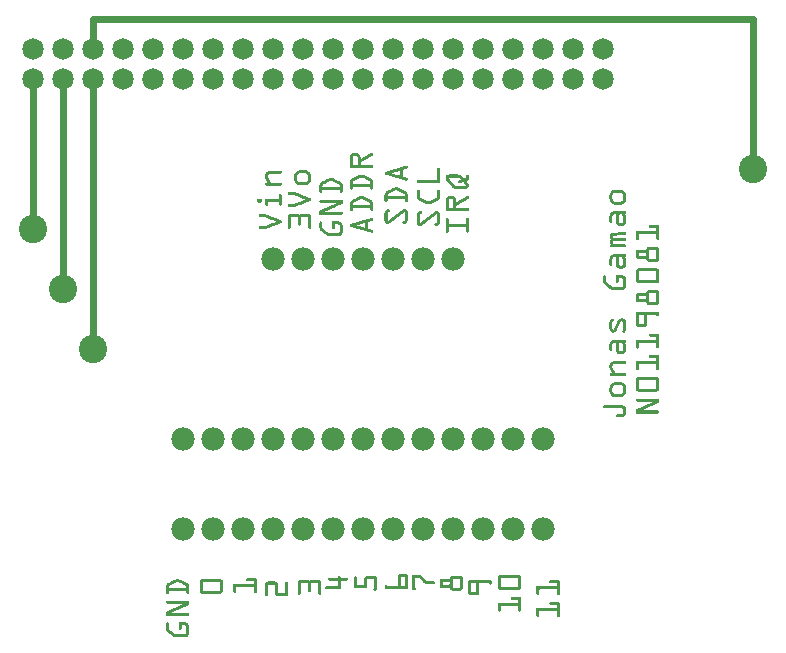
<source format=gtl>
G04 MADE WITH FRITZING*
G04 WWW.FRITZING.ORG*
G04 DOUBLE SIDED*
G04 HOLES PLATED*
G04 CONTOUR ON CENTER OF CONTOUR VECTOR*
%ASAXBY*%
%FSLAX23Y23*%
%MOIN*%
%OFA0B0*%
%SFA1.0B1.0*%
%ADD10C,0.094488*%
%ADD11C,0.071889*%
%ADD12C,0.071917*%
%ADD13C,0.078000*%
%ADD14C,0.024000*%
%ADD15R,0.001000X0.001000*%
%LNCOPPER1*%
G90*
G70*
G54D10*
X2722Y1681D03*
X522Y1081D03*
X422Y1281D03*
X322Y1481D03*
G54D11*
X322Y1981D03*
X422Y1981D03*
X522Y1981D03*
X622Y1981D03*
G54D12*
X722Y1981D03*
G54D11*
X822Y1981D03*
X922Y1981D03*
X1022Y1981D03*
X1122Y1981D03*
G54D12*
X1222Y1981D03*
G54D11*
X1322Y1981D03*
G54D12*
X1422Y1981D03*
G54D11*
X1522Y1981D03*
X1622Y1981D03*
X1722Y1981D03*
X1822Y1981D03*
G54D12*
X1922Y1981D03*
G54D11*
X2022Y1981D03*
X2122Y1981D03*
X2222Y1981D03*
X2222Y2081D03*
X2122Y2081D03*
X2022Y2081D03*
G54D12*
X1922Y2081D03*
G54D11*
X1822Y2081D03*
X1722Y2081D03*
X1622Y2081D03*
X1522Y2081D03*
G54D12*
X1422Y2081D03*
G54D11*
X1322Y2081D03*
G54D12*
X1222Y2081D03*
G54D11*
X1122Y2081D03*
X1022Y2081D03*
X922Y2081D03*
X822Y2081D03*
G54D12*
X722Y2081D03*
G54D11*
X622Y2081D03*
X522Y2081D03*
X422Y2081D03*
X322Y2081D03*
G54D13*
X2022Y781D03*
X1722Y1381D03*
X822Y481D03*
X922Y481D03*
X1022Y481D03*
X1122Y481D03*
X1222Y481D03*
X1322Y481D03*
X1422Y481D03*
X1522Y481D03*
X1622Y481D03*
X1722Y481D03*
X1822Y481D03*
X1922Y481D03*
X2022Y481D03*
X1622Y1381D03*
X1522Y1381D03*
X1422Y1381D03*
X1322Y1381D03*
X1222Y1381D03*
X1122Y1381D03*
X1922Y781D03*
X1722Y781D03*
X1622Y781D03*
X1822Y781D03*
X1522Y781D03*
X1422Y781D03*
X1322Y781D03*
X1222Y781D03*
X1122Y781D03*
X1022Y781D03*
X922Y781D03*
X822Y781D03*
G54D14*
X522Y1947D02*
X522Y1108D01*
D02*
X422Y1308D02*
X422Y1947D01*
D02*
X523Y2181D02*
X2722Y2181D01*
D02*
X2722Y2181D02*
X2722Y1708D01*
D02*
X523Y2114D02*
X523Y2181D01*
D02*
X322Y1508D02*
X322Y1947D01*
G54D15*
X1389Y1734D02*
X1404Y1734D01*
X1449Y1734D02*
X1454Y1734D01*
X1387Y1733D02*
X1406Y1733D01*
X1447Y1733D02*
X1455Y1733D01*
X1385Y1732D02*
X1407Y1732D01*
X1446Y1732D02*
X1456Y1732D01*
X1384Y1731D02*
X1408Y1731D01*
X1444Y1731D02*
X1456Y1731D01*
X1383Y1730D02*
X1409Y1730D01*
X1442Y1730D02*
X1456Y1730D01*
X1382Y1729D02*
X1410Y1729D01*
X1440Y1729D02*
X1456Y1729D01*
X1382Y1728D02*
X1411Y1728D01*
X1439Y1728D02*
X1456Y1728D01*
X1381Y1727D02*
X1412Y1727D01*
X1437Y1727D02*
X1455Y1727D01*
X1380Y1726D02*
X1412Y1726D01*
X1435Y1726D02*
X1454Y1726D01*
X1380Y1725D02*
X1413Y1725D01*
X1434Y1725D02*
X1453Y1725D01*
X1380Y1724D02*
X1391Y1724D01*
X1402Y1724D02*
X1413Y1724D01*
X1432Y1724D02*
X1451Y1724D01*
X1379Y1723D02*
X1390Y1723D01*
X1403Y1723D02*
X1413Y1723D01*
X1430Y1723D02*
X1449Y1723D01*
X1379Y1722D02*
X1389Y1722D01*
X1404Y1722D02*
X1413Y1722D01*
X1428Y1722D02*
X1448Y1722D01*
X1379Y1721D02*
X1388Y1721D01*
X1404Y1721D02*
X1414Y1721D01*
X1427Y1721D02*
X1446Y1721D01*
X1379Y1720D02*
X1388Y1720D01*
X1405Y1720D02*
X1414Y1720D01*
X1425Y1720D02*
X1444Y1720D01*
X1379Y1719D02*
X1388Y1719D01*
X1405Y1719D02*
X1414Y1719D01*
X1423Y1719D02*
X1443Y1719D01*
X1379Y1718D02*
X1388Y1718D01*
X1405Y1718D02*
X1414Y1718D01*
X1422Y1718D02*
X1441Y1718D01*
X1379Y1717D02*
X1388Y1717D01*
X1405Y1717D02*
X1414Y1717D01*
X1420Y1717D02*
X1439Y1717D01*
X1379Y1716D02*
X1388Y1716D01*
X1405Y1716D02*
X1414Y1716D01*
X1418Y1716D02*
X1437Y1716D01*
X1379Y1715D02*
X1388Y1715D01*
X1405Y1715D02*
X1414Y1715D01*
X1416Y1715D02*
X1436Y1715D01*
X1379Y1714D02*
X1388Y1714D01*
X1405Y1714D02*
X1434Y1714D01*
X1379Y1713D02*
X1388Y1713D01*
X1405Y1713D02*
X1432Y1713D01*
X1379Y1712D02*
X1388Y1712D01*
X1405Y1712D02*
X1431Y1712D01*
X1379Y1711D02*
X1388Y1711D01*
X1405Y1711D02*
X1429Y1711D01*
X1379Y1710D02*
X1388Y1710D01*
X1405Y1710D02*
X1427Y1710D01*
X1379Y1709D02*
X1388Y1709D01*
X1405Y1709D02*
X1425Y1709D01*
X1379Y1708D02*
X1388Y1708D01*
X1405Y1708D02*
X1424Y1708D01*
X1379Y1707D02*
X1388Y1707D01*
X1405Y1707D02*
X1422Y1707D01*
X1379Y1706D02*
X1388Y1706D01*
X1405Y1706D02*
X1420Y1706D01*
X1379Y1705D02*
X1388Y1705D01*
X1405Y1705D02*
X1419Y1705D01*
X1379Y1704D02*
X1388Y1704D01*
X1405Y1704D02*
X1417Y1704D01*
X1379Y1703D02*
X1388Y1703D01*
X1405Y1703D02*
X1415Y1703D01*
X1379Y1702D02*
X1388Y1702D01*
X1405Y1702D02*
X1414Y1702D01*
X1379Y1701D02*
X1388Y1701D01*
X1405Y1701D02*
X1414Y1701D01*
X1379Y1700D02*
X1388Y1700D01*
X1405Y1700D02*
X1414Y1700D01*
X1379Y1699D02*
X1388Y1699D01*
X1405Y1699D02*
X1414Y1699D01*
X1379Y1698D02*
X1388Y1698D01*
X1405Y1698D02*
X1414Y1698D01*
X1379Y1697D02*
X1388Y1697D01*
X1405Y1697D02*
X1414Y1697D01*
X1379Y1696D02*
X1388Y1696D01*
X1405Y1696D02*
X1414Y1696D01*
X1379Y1695D02*
X1452Y1695D01*
X1379Y1694D02*
X1454Y1694D01*
X1379Y1693D02*
X1455Y1693D01*
X1379Y1692D02*
X1456Y1692D01*
X1379Y1691D02*
X1456Y1691D01*
X1564Y1691D02*
X1569Y1691D01*
X1379Y1690D02*
X1456Y1690D01*
X1560Y1690D02*
X1570Y1690D01*
X1379Y1689D02*
X1456Y1689D01*
X1557Y1689D02*
X1571Y1689D01*
X1379Y1688D02*
X1456Y1688D01*
X1553Y1688D02*
X1571Y1688D01*
X1379Y1687D02*
X1455Y1687D01*
X1550Y1687D02*
X1571Y1687D01*
X1379Y1686D02*
X1454Y1686D01*
X1547Y1686D02*
X1571Y1686D01*
X1543Y1685D02*
X1571Y1685D01*
X1673Y1685D02*
X1675Y1685D01*
X1540Y1684D02*
X1570Y1684D01*
X1671Y1684D02*
X1677Y1684D01*
X1536Y1683D02*
X1570Y1683D01*
X1671Y1683D02*
X1678Y1683D01*
X1533Y1682D02*
X1568Y1682D01*
X1670Y1682D02*
X1678Y1682D01*
X1529Y1681D02*
X1564Y1681D01*
X1670Y1681D02*
X1678Y1681D01*
X1526Y1680D02*
X1561Y1680D01*
X1670Y1680D02*
X1679Y1680D01*
X1523Y1679D02*
X1557Y1679D01*
X1670Y1679D02*
X1679Y1679D01*
X1519Y1678D02*
X1555Y1678D01*
X1670Y1678D02*
X1679Y1678D01*
X1516Y1677D02*
X1554Y1677D01*
X1670Y1677D02*
X1679Y1677D01*
X1208Y1676D02*
X1235Y1676D01*
X1512Y1676D02*
X1554Y1676D01*
X1670Y1676D02*
X1679Y1676D01*
X1205Y1675D02*
X1237Y1675D01*
X1509Y1675D02*
X1554Y1675D01*
X1670Y1675D02*
X1679Y1675D01*
X1124Y1674D02*
X1149Y1674D01*
X1203Y1674D02*
X1239Y1674D01*
X1505Y1674D02*
X1540Y1674D01*
X1545Y1674D02*
X1554Y1674D01*
X1670Y1674D02*
X1679Y1674D01*
X1107Y1673D02*
X1151Y1673D01*
X1202Y1673D02*
X1240Y1673D01*
X1502Y1673D02*
X1537Y1673D01*
X1545Y1673D02*
X1554Y1673D01*
X1670Y1673D02*
X1679Y1673D01*
X1104Y1672D02*
X1151Y1672D01*
X1201Y1672D02*
X1241Y1672D01*
X1499Y1672D02*
X1534Y1672D01*
X1545Y1672D02*
X1554Y1672D01*
X1670Y1672D02*
X1679Y1672D01*
X1103Y1671D02*
X1152Y1671D01*
X1200Y1671D02*
X1242Y1671D01*
X1496Y1671D02*
X1530Y1671D01*
X1545Y1671D02*
X1554Y1671D01*
X1670Y1671D02*
X1679Y1671D01*
X1102Y1670D02*
X1152Y1670D01*
X1199Y1670D02*
X1243Y1670D01*
X1495Y1670D02*
X1527Y1670D01*
X1545Y1670D02*
X1554Y1670D01*
X1670Y1670D02*
X1679Y1670D01*
X1100Y1669D02*
X1152Y1669D01*
X1198Y1669D02*
X1244Y1669D01*
X1495Y1669D02*
X1524Y1669D01*
X1545Y1669D02*
X1554Y1669D01*
X1670Y1669D02*
X1679Y1669D01*
X1100Y1668D02*
X1152Y1668D01*
X1197Y1668D02*
X1245Y1668D01*
X1495Y1668D02*
X1520Y1668D01*
X1545Y1668D02*
X1554Y1668D01*
X1670Y1668D02*
X1679Y1668D01*
X1099Y1667D02*
X1151Y1667D01*
X1197Y1667D02*
X1246Y1667D01*
X1494Y1667D02*
X1517Y1667D01*
X1545Y1667D02*
X1554Y1667D01*
X1670Y1667D02*
X1679Y1667D01*
X1098Y1666D02*
X1150Y1666D01*
X1196Y1666D02*
X1209Y1666D01*
X1233Y1666D02*
X1246Y1666D01*
X1495Y1666D02*
X1520Y1666D01*
X1545Y1666D02*
X1554Y1666D01*
X1670Y1666D02*
X1679Y1666D01*
X1098Y1665D02*
X1148Y1665D01*
X1195Y1665D02*
X1207Y1665D01*
X1235Y1665D02*
X1247Y1665D01*
X1495Y1665D02*
X1523Y1665D01*
X1545Y1665D02*
X1554Y1665D01*
X1670Y1665D02*
X1679Y1665D01*
X1097Y1664D02*
X1125Y1664D01*
X1195Y1664D02*
X1206Y1664D01*
X1236Y1664D02*
X1248Y1664D01*
X1495Y1664D02*
X1527Y1664D01*
X1545Y1664D02*
X1554Y1664D01*
X1670Y1664D02*
X1679Y1664D01*
X1097Y1663D02*
X1108Y1663D01*
X1194Y1663D02*
X1205Y1663D01*
X1237Y1663D02*
X1248Y1663D01*
X1496Y1663D02*
X1530Y1663D01*
X1545Y1663D02*
X1554Y1663D01*
X1670Y1663D02*
X1679Y1663D01*
X1710Y1663D02*
X1738Y1663D01*
X1097Y1662D02*
X1107Y1662D01*
X1194Y1662D02*
X1204Y1662D01*
X1238Y1662D02*
X1248Y1662D01*
X1413Y1662D02*
X1422Y1662D01*
X1498Y1662D02*
X1533Y1662D01*
X1545Y1662D02*
X1554Y1662D01*
X1670Y1662D02*
X1679Y1662D01*
X1706Y1662D02*
X1744Y1662D01*
X1768Y1662D02*
X1773Y1662D01*
X1096Y1661D02*
X1106Y1661D01*
X1194Y1661D02*
X1203Y1661D01*
X1239Y1661D02*
X1249Y1661D01*
X1410Y1661D02*
X1425Y1661D01*
X1502Y1661D02*
X1537Y1661D01*
X1545Y1661D02*
X1554Y1661D01*
X1670Y1661D02*
X1679Y1661D01*
X1704Y1661D02*
X1746Y1661D01*
X1767Y1661D02*
X1774Y1661D01*
X1096Y1660D02*
X1106Y1660D01*
X1193Y1660D02*
X1203Y1660D01*
X1239Y1660D02*
X1249Y1660D01*
X1407Y1660D02*
X1428Y1660D01*
X1505Y1660D02*
X1540Y1660D01*
X1545Y1660D02*
X1554Y1660D01*
X1670Y1660D02*
X1679Y1660D01*
X1702Y1660D02*
X1748Y1660D01*
X1766Y1660D02*
X1775Y1660D01*
X1096Y1659D02*
X1105Y1659D01*
X1193Y1659D02*
X1203Y1659D01*
X1240Y1659D02*
X1249Y1659D01*
X1405Y1659D02*
X1430Y1659D01*
X1509Y1659D02*
X1554Y1659D01*
X1670Y1659D02*
X1679Y1659D01*
X1701Y1659D02*
X1750Y1659D01*
X1766Y1659D02*
X1775Y1659D01*
X1096Y1658D02*
X1105Y1658D01*
X1193Y1658D02*
X1202Y1658D01*
X1240Y1658D02*
X1249Y1658D01*
X1404Y1658D02*
X1432Y1658D01*
X1512Y1658D02*
X1554Y1658D01*
X1670Y1658D02*
X1679Y1658D01*
X1701Y1658D02*
X1751Y1658D01*
X1766Y1658D02*
X1775Y1658D01*
X1096Y1657D02*
X1105Y1657D01*
X1193Y1657D02*
X1202Y1657D01*
X1240Y1657D02*
X1249Y1657D01*
X1402Y1657D02*
X1434Y1657D01*
X1515Y1657D02*
X1554Y1657D01*
X1670Y1657D02*
X1679Y1657D01*
X1700Y1657D02*
X1752Y1657D01*
X1766Y1657D02*
X1775Y1657D01*
X1096Y1656D02*
X1105Y1656D01*
X1193Y1656D02*
X1202Y1656D01*
X1240Y1656D02*
X1249Y1656D01*
X1400Y1656D02*
X1436Y1656D01*
X1519Y1656D02*
X1555Y1656D01*
X1670Y1656D02*
X1679Y1656D01*
X1699Y1656D02*
X1753Y1656D01*
X1766Y1656D02*
X1775Y1656D01*
X1096Y1655D02*
X1105Y1655D01*
X1193Y1655D02*
X1202Y1655D01*
X1240Y1655D02*
X1249Y1655D01*
X1398Y1655D02*
X1438Y1655D01*
X1522Y1655D02*
X1557Y1655D01*
X1670Y1655D02*
X1679Y1655D01*
X1699Y1655D02*
X1754Y1655D01*
X1766Y1655D02*
X1775Y1655D01*
X1096Y1654D02*
X1105Y1654D01*
X1193Y1654D02*
X1202Y1654D01*
X1240Y1654D02*
X1249Y1654D01*
X1396Y1654D02*
X1440Y1654D01*
X1526Y1654D02*
X1561Y1654D01*
X1670Y1654D02*
X1679Y1654D01*
X1699Y1654D02*
X1755Y1654D01*
X1766Y1654D02*
X1775Y1654D01*
X1096Y1653D02*
X1105Y1653D01*
X1193Y1653D02*
X1202Y1653D01*
X1240Y1653D02*
X1249Y1653D01*
X1394Y1653D02*
X1442Y1653D01*
X1529Y1653D02*
X1564Y1653D01*
X1670Y1653D02*
X1679Y1653D01*
X1698Y1653D02*
X1756Y1653D01*
X1766Y1653D02*
X1775Y1653D01*
X1096Y1652D02*
X1105Y1652D01*
X1193Y1652D02*
X1202Y1652D01*
X1240Y1652D02*
X1249Y1652D01*
X1392Y1652D02*
X1414Y1652D01*
X1421Y1652D02*
X1444Y1652D01*
X1533Y1652D02*
X1568Y1652D01*
X1670Y1652D02*
X1679Y1652D01*
X1698Y1652D02*
X1708Y1652D01*
X1743Y1652D02*
X1756Y1652D01*
X1766Y1652D02*
X1775Y1652D01*
X1096Y1651D02*
X1106Y1651D01*
X1193Y1651D02*
X1202Y1651D01*
X1240Y1651D02*
X1249Y1651D01*
X1390Y1651D02*
X1411Y1651D01*
X1424Y1651D02*
X1446Y1651D01*
X1536Y1651D02*
X1569Y1651D01*
X1670Y1651D02*
X1679Y1651D01*
X1698Y1651D02*
X1707Y1651D01*
X1744Y1651D02*
X1757Y1651D01*
X1765Y1651D02*
X1775Y1651D01*
X1096Y1650D02*
X1106Y1650D01*
X1193Y1650D02*
X1202Y1650D01*
X1240Y1650D02*
X1249Y1650D01*
X1310Y1650D02*
X1321Y1650D01*
X1388Y1650D02*
X1409Y1650D01*
X1426Y1650D02*
X1448Y1650D01*
X1539Y1650D02*
X1570Y1650D01*
X1670Y1650D02*
X1679Y1650D01*
X1698Y1650D02*
X1707Y1650D01*
X1746Y1650D02*
X1758Y1650D01*
X1762Y1650D02*
X1775Y1650D01*
X1097Y1649D02*
X1107Y1649D01*
X1193Y1649D02*
X1202Y1649D01*
X1240Y1649D02*
X1249Y1649D01*
X1308Y1649D02*
X1324Y1649D01*
X1386Y1649D02*
X1407Y1649D01*
X1428Y1649D02*
X1450Y1649D01*
X1543Y1649D02*
X1571Y1649D01*
X1670Y1649D02*
X1679Y1649D01*
X1698Y1649D02*
X1708Y1649D01*
X1747Y1649D02*
X1775Y1649D01*
X1097Y1648D02*
X1108Y1648D01*
X1193Y1648D02*
X1202Y1648D01*
X1240Y1648D02*
X1249Y1648D01*
X1305Y1648D02*
X1326Y1648D01*
X1385Y1648D02*
X1405Y1648D01*
X1430Y1648D02*
X1451Y1648D01*
X1546Y1648D02*
X1571Y1648D01*
X1670Y1648D02*
X1679Y1648D01*
X1698Y1648D02*
X1709Y1648D01*
X1747Y1648D02*
X1775Y1648D01*
X1097Y1647D02*
X1108Y1647D01*
X1193Y1647D02*
X1202Y1647D01*
X1240Y1647D02*
X1249Y1647D01*
X1303Y1647D02*
X1328Y1647D01*
X1384Y1647D02*
X1403Y1647D01*
X1432Y1647D02*
X1452Y1647D01*
X1550Y1647D02*
X1571Y1647D01*
X1670Y1647D02*
X1679Y1647D01*
X1699Y1647D02*
X1710Y1647D01*
X1748Y1647D02*
X1775Y1647D01*
X1098Y1646D02*
X1109Y1646D01*
X1193Y1646D02*
X1202Y1646D01*
X1240Y1646D02*
X1249Y1646D01*
X1301Y1646D02*
X1330Y1646D01*
X1383Y1646D02*
X1401Y1646D01*
X1434Y1646D02*
X1453Y1646D01*
X1553Y1646D02*
X1571Y1646D01*
X1670Y1646D02*
X1679Y1646D01*
X1699Y1646D02*
X1711Y1646D01*
X1749Y1646D02*
X1775Y1646D01*
X1098Y1645D02*
X1109Y1645D01*
X1193Y1645D02*
X1202Y1645D01*
X1240Y1645D02*
X1249Y1645D01*
X1299Y1645D02*
X1332Y1645D01*
X1382Y1645D02*
X1399Y1645D01*
X1436Y1645D02*
X1453Y1645D01*
X1556Y1645D02*
X1571Y1645D01*
X1605Y1645D02*
X1679Y1645D01*
X1699Y1645D02*
X1711Y1645D01*
X1749Y1645D02*
X1775Y1645D01*
X1099Y1644D02*
X1110Y1644D01*
X1193Y1644D02*
X1202Y1644D01*
X1240Y1644D02*
X1249Y1644D01*
X1297Y1644D02*
X1334Y1644D01*
X1381Y1644D02*
X1397Y1644D01*
X1438Y1644D02*
X1454Y1644D01*
X1560Y1644D02*
X1570Y1644D01*
X1603Y1644D02*
X1679Y1644D01*
X1700Y1644D02*
X1712Y1644D01*
X1747Y1644D02*
X1774Y1644D01*
X1100Y1643D02*
X1111Y1643D01*
X1193Y1643D02*
X1203Y1643D01*
X1239Y1643D02*
X1249Y1643D01*
X1295Y1643D02*
X1336Y1643D01*
X1381Y1643D02*
X1395Y1643D01*
X1440Y1643D02*
X1455Y1643D01*
X1563Y1643D02*
X1569Y1643D01*
X1602Y1643D02*
X1679Y1643D01*
X1701Y1643D02*
X1713Y1643D01*
X1744Y1643D02*
X1771Y1643D01*
X1100Y1642D02*
X1111Y1642D01*
X1194Y1642D02*
X1203Y1642D01*
X1239Y1642D02*
X1249Y1642D01*
X1293Y1642D02*
X1338Y1642D01*
X1380Y1642D02*
X1393Y1642D01*
X1442Y1642D02*
X1455Y1642D01*
X1567Y1642D02*
X1567Y1642D01*
X1602Y1642D02*
X1679Y1642D01*
X1702Y1642D02*
X1714Y1642D01*
X1743Y1642D02*
X1769Y1642D01*
X1101Y1641D02*
X1112Y1641D01*
X1194Y1641D02*
X1204Y1641D01*
X1238Y1641D02*
X1248Y1641D01*
X1291Y1641D02*
X1340Y1641D01*
X1380Y1641D02*
X1391Y1641D01*
X1444Y1641D02*
X1455Y1641D01*
X1602Y1641D02*
X1679Y1641D01*
X1703Y1641D02*
X1715Y1641D01*
X1741Y1641D02*
X1766Y1641D01*
X1102Y1640D02*
X1113Y1640D01*
X1194Y1640D02*
X1205Y1640D01*
X1237Y1640D02*
X1248Y1640D01*
X1289Y1640D02*
X1311Y1640D01*
X1320Y1640D02*
X1342Y1640D01*
X1380Y1640D02*
X1390Y1640D01*
X1445Y1640D02*
X1456Y1640D01*
X1602Y1640D02*
X1679Y1640D01*
X1703Y1640D02*
X1716Y1640D01*
X1741Y1640D02*
X1766Y1640D01*
X1102Y1639D02*
X1113Y1639D01*
X1195Y1639D02*
X1206Y1639D01*
X1236Y1639D02*
X1248Y1639D01*
X1287Y1639D02*
X1309Y1639D01*
X1323Y1639D02*
X1344Y1639D01*
X1379Y1639D02*
X1389Y1639D01*
X1446Y1639D02*
X1456Y1639D01*
X1602Y1639D02*
X1679Y1639D01*
X1704Y1639D02*
X1716Y1639D01*
X1741Y1639D02*
X1767Y1639D01*
X1103Y1638D02*
X1114Y1638D01*
X1195Y1638D02*
X1207Y1638D01*
X1235Y1638D02*
X1247Y1638D01*
X1285Y1638D02*
X1307Y1638D01*
X1325Y1638D02*
X1346Y1638D01*
X1379Y1638D02*
X1388Y1638D01*
X1447Y1638D02*
X1456Y1638D01*
X1602Y1638D02*
X1679Y1638D01*
X1705Y1638D02*
X1717Y1638D01*
X1740Y1638D02*
X1768Y1638D01*
X1104Y1637D02*
X1115Y1637D01*
X1196Y1637D02*
X1209Y1637D01*
X1234Y1637D02*
X1247Y1637D01*
X1284Y1637D02*
X1305Y1637D01*
X1327Y1637D02*
X1348Y1637D01*
X1379Y1637D02*
X1388Y1637D01*
X1447Y1637D02*
X1456Y1637D01*
X1603Y1637D02*
X1679Y1637D01*
X1706Y1637D02*
X1718Y1637D01*
X1741Y1637D02*
X1769Y1637D01*
X1104Y1636D02*
X1115Y1636D01*
X1196Y1636D02*
X1246Y1636D01*
X1283Y1636D02*
X1303Y1636D01*
X1329Y1636D02*
X1349Y1636D01*
X1379Y1636D02*
X1388Y1636D01*
X1447Y1636D02*
X1456Y1636D01*
X1604Y1636D02*
X1679Y1636D01*
X1707Y1636D02*
X1719Y1636D01*
X1741Y1636D02*
X1753Y1636D01*
X1758Y1636D02*
X1770Y1636D01*
X1100Y1635D02*
X1148Y1635D01*
X1197Y1635D02*
X1245Y1635D01*
X1282Y1635D02*
X1301Y1635D01*
X1331Y1635D02*
X1350Y1635D01*
X1379Y1635D02*
X1388Y1635D01*
X1447Y1635D02*
X1456Y1635D01*
X1708Y1635D02*
X1720Y1635D01*
X1742Y1635D02*
X1751Y1635D01*
X1758Y1635D02*
X1771Y1635D01*
X1098Y1634D02*
X1150Y1634D01*
X1198Y1634D02*
X1244Y1634D01*
X1281Y1634D02*
X1299Y1634D01*
X1333Y1634D02*
X1351Y1634D01*
X1379Y1634D02*
X1388Y1634D01*
X1447Y1634D02*
X1456Y1634D01*
X1708Y1634D02*
X1721Y1634D01*
X1743Y1634D02*
X1748Y1634D01*
X1759Y1634D02*
X1771Y1634D01*
X1097Y1633D02*
X1151Y1633D01*
X1199Y1633D02*
X1243Y1633D01*
X1280Y1633D02*
X1297Y1633D01*
X1335Y1633D02*
X1352Y1633D01*
X1379Y1633D02*
X1388Y1633D01*
X1447Y1633D02*
X1456Y1633D01*
X1709Y1633D02*
X1721Y1633D01*
X1760Y1633D02*
X1772Y1633D01*
X1097Y1632D02*
X1152Y1632D01*
X1200Y1632D02*
X1243Y1632D01*
X1279Y1632D02*
X1295Y1632D01*
X1337Y1632D02*
X1352Y1632D01*
X1379Y1632D02*
X1456Y1632D01*
X1710Y1632D02*
X1722Y1632D01*
X1761Y1632D02*
X1773Y1632D01*
X1096Y1631D02*
X1152Y1631D01*
X1201Y1631D02*
X1242Y1631D01*
X1279Y1631D02*
X1293Y1631D01*
X1338Y1631D02*
X1353Y1631D01*
X1379Y1631D02*
X1456Y1631D01*
X1711Y1631D02*
X1723Y1631D01*
X1762Y1631D02*
X1774Y1631D01*
X1096Y1630D02*
X1152Y1630D01*
X1202Y1630D02*
X1241Y1630D01*
X1278Y1630D02*
X1291Y1630D01*
X1340Y1630D02*
X1353Y1630D01*
X1379Y1630D02*
X1456Y1630D01*
X1712Y1630D02*
X1724Y1630D01*
X1763Y1630D02*
X1774Y1630D01*
X1096Y1629D02*
X1152Y1629D01*
X1203Y1629D02*
X1239Y1629D01*
X1278Y1629D02*
X1289Y1629D01*
X1342Y1629D02*
X1354Y1629D01*
X1379Y1629D02*
X1456Y1629D01*
X1713Y1629D02*
X1725Y1629D01*
X1764Y1629D02*
X1774Y1629D01*
X1097Y1628D02*
X1151Y1628D01*
X1205Y1628D02*
X1238Y1628D01*
X1278Y1628D02*
X1288Y1628D01*
X1344Y1628D02*
X1354Y1628D01*
X1379Y1628D02*
X1456Y1628D01*
X1713Y1628D02*
X1726Y1628D01*
X1764Y1628D02*
X1775Y1628D01*
X1097Y1627D02*
X1151Y1627D01*
X1208Y1627D02*
X1235Y1627D01*
X1278Y1627D02*
X1287Y1627D01*
X1345Y1627D02*
X1354Y1627D01*
X1379Y1627D02*
X1456Y1627D01*
X1714Y1627D02*
X1727Y1627D01*
X1765Y1627D02*
X1775Y1627D01*
X1098Y1626D02*
X1150Y1626D01*
X1277Y1626D02*
X1287Y1626D01*
X1345Y1626D02*
X1354Y1626D01*
X1379Y1626D02*
X1456Y1626D01*
X1715Y1626D02*
X1728Y1626D01*
X1766Y1626D02*
X1775Y1626D01*
X1277Y1625D02*
X1286Y1625D01*
X1345Y1625D02*
X1354Y1625D01*
X1379Y1625D02*
X1456Y1625D01*
X1716Y1625D02*
X1729Y1625D01*
X1766Y1625D02*
X1775Y1625D01*
X1277Y1624D02*
X1286Y1624D01*
X1345Y1624D02*
X1354Y1624D01*
X1379Y1624D02*
X1456Y1624D01*
X1717Y1624D02*
X1731Y1624D01*
X1765Y1624D02*
X1775Y1624D01*
X1277Y1623D02*
X1286Y1623D01*
X1345Y1623D02*
X1354Y1623D01*
X1379Y1623D02*
X1456Y1623D01*
X1718Y1623D02*
X1775Y1623D01*
X1277Y1622D02*
X1286Y1622D01*
X1345Y1622D02*
X1354Y1622D01*
X1379Y1622D02*
X1388Y1622D01*
X1447Y1622D02*
X1456Y1622D01*
X1719Y1622D02*
X1775Y1622D01*
X1277Y1621D02*
X1354Y1621D01*
X1379Y1621D02*
X1388Y1621D01*
X1447Y1621D02*
X1456Y1621D01*
X1719Y1621D02*
X1774Y1621D01*
X1277Y1620D02*
X1354Y1620D01*
X1379Y1620D02*
X1388Y1620D01*
X1447Y1620D02*
X1456Y1620D01*
X1720Y1620D02*
X1774Y1620D01*
X1277Y1619D02*
X1354Y1619D01*
X1379Y1619D02*
X1388Y1619D01*
X1447Y1619D02*
X1456Y1619D01*
X1528Y1619D02*
X1538Y1619D01*
X1721Y1619D02*
X1773Y1619D01*
X1277Y1618D02*
X1354Y1618D01*
X1379Y1618D02*
X1388Y1618D01*
X1447Y1618D02*
X1456Y1618D01*
X1525Y1618D02*
X1541Y1618D01*
X1722Y1618D02*
X1772Y1618D01*
X1277Y1617D02*
X1354Y1617D01*
X1379Y1617D02*
X1388Y1617D01*
X1447Y1617D02*
X1456Y1617D01*
X1523Y1617D02*
X1543Y1617D01*
X1724Y1617D02*
X1772Y1617D01*
X1277Y1616D02*
X1354Y1616D01*
X1379Y1616D02*
X1388Y1616D01*
X1447Y1616D02*
X1456Y1616D01*
X1521Y1616D02*
X1545Y1616D01*
X1725Y1616D02*
X1770Y1616D01*
X1277Y1615D02*
X1354Y1615D01*
X1380Y1615D02*
X1387Y1615D01*
X1448Y1615D02*
X1455Y1615D01*
X1519Y1615D02*
X1547Y1615D01*
X1727Y1615D02*
X1769Y1615D01*
X1277Y1614D02*
X1354Y1614D01*
X1381Y1614D02*
X1386Y1614D01*
X1449Y1614D02*
X1454Y1614D01*
X1517Y1614D02*
X1549Y1614D01*
X1730Y1614D02*
X1767Y1614D01*
X1277Y1613D02*
X1354Y1613D01*
X1383Y1613D02*
X1384Y1613D01*
X1451Y1613D02*
X1452Y1613D01*
X1515Y1613D02*
X1551Y1613D01*
X1277Y1612D02*
X1354Y1612D01*
X1513Y1612D02*
X1553Y1612D01*
X1604Y1612D02*
X1608Y1612D01*
X1672Y1612D02*
X1676Y1612D01*
X1277Y1611D02*
X1354Y1611D01*
X1511Y1611D02*
X1555Y1611D01*
X1603Y1611D02*
X1610Y1611D01*
X1671Y1611D02*
X1677Y1611D01*
X2257Y1611D02*
X2287Y1611D01*
X1277Y1610D02*
X1286Y1610D01*
X1345Y1610D02*
X1354Y1610D01*
X1509Y1610D02*
X1557Y1610D01*
X1602Y1610D02*
X1610Y1610D01*
X1670Y1610D02*
X1678Y1610D01*
X2255Y1610D02*
X2289Y1610D01*
X1277Y1609D02*
X1286Y1609D01*
X1345Y1609D02*
X1354Y1609D01*
X1507Y1609D02*
X1529Y1609D01*
X1537Y1609D02*
X1559Y1609D01*
X1602Y1609D02*
X1611Y1609D01*
X1670Y1609D02*
X1678Y1609D01*
X2254Y1609D02*
X2290Y1609D01*
X1277Y1608D02*
X1286Y1608D01*
X1345Y1608D02*
X1354Y1608D01*
X1505Y1608D02*
X1526Y1608D01*
X1539Y1608D02*
X1561Y1608D01*
X1602Y1608D02*
X1611Y1608D01*
X1670Y1608D02*
X1679Y1608D01*
X2252Y1608D02*
X2291Y1608D01*
X1277Y1607D02*
X1286Y1607D01*
X1345Y1607D02*
X1354Y1607D01*
X1503Y1607D02*
X1524Y1607D01*
X1541Y1607D02*
X1563Y1607D01*
X1602Y1607D02*
X1611Y1607D01*
X1670Y1607D02*
X1679Y1607D01*
X2251Y1607D02*
X2292Y1607D01*
X1277Y1606D02*
X1286Y1606D01*
X1345Y1606D02*
X1354Y1606D01*
X1501Y1606D02*
X1522Y1606D01*
X1543Y1606D02*
X1565Y1606D01*
X1602Y1606D02*
X1611Y1606D01*
X1670Y1606D02*
X1679Y1606D01*
X2250Y1606D02*
X2293Y1606D01*
X1277Y1605D02*
X1286Y1605D01*
X1345Y1605D02*
X1354Y1605D01*
X1500Y1605D02*
X1520Y1605D01*
X1545Y1605D02*
X1566Y1605D01*
X1602Y1605D02*
X1611Y1605D01*
X1670Y1605D02*
X1679Y1605D01*
X2250Y1605D02*
X2294Y1605D01*
X1177Y1604D02*
X1194Y1604D01*
X1278Y1604D02*
X1286Y1604D01*
X1346Y1604D02*
X1354Y1604D01*
X1499Y1604D02*
X1518Y1604D01*
X1547Y1604D02*
X1567Y1604D01*
X1602Y1604D02*
X1611Y1604D01*
X1670Y1604D02*
X1679Y1604D01*
X2249Y1604D02*
X2295Y1604D01*
X1174Y1603D02*
X1197Y1603D01*
X1278Y1603D02*
X1285Y1603D01*
X1346Y1603D02*
X1353Y1603D01*
X1498Y1603D02*
X1516Y1603D01*
X1549Y1603D02*
X1568Y1603D01*
X1602Y1603D02*
X1611Y1603D01*
X1670Y1603D02*
X1679Y1603D01*
X2248Y1603D02*
X2296Y1603D01*
X1173Y1602D02*
X1199Y1602D01*
X1279Y1602D02*
X1284Y1602D01*
X1347Y1602D02*
X1352Y1602D01*
X1497Y1602D02*
X1514Y1602D01*
X1551Y1602D02*
X1569Y1602D01*
X1602Y1602D02*
X1611Y1602D01*
X1670Y1602D02*
X1679Y1602D01*
X2247Y1602D02*
X2297Y1602D01*
X1172Y1601D02*
X1202Y1601D01*
X1497Y1601D02*
X1513Y1601D01*
X1553Y1601D02*
X1569Y1601D01*
X1602Y1601D02*
X1611Y1601D01*
X1670Y1601D02*
X1679Y1601D01*
X2247Y1601D02*
X2258Y1601D01*
X2285Y1601D02*
X2297Y1601D01*
X1172Y1600D02*
X1204Y1600D01*
X1496Y1600D02*
X1511Y1600D01*
X1555Y1600D02*
X1570Y1600D01*
X1602Y1600D02*
X1611Y1600D01*
X1670Y1600D02*
X1679Y1600D01*
X2246Y1600D02*
X2257Y1600D01*
X2286Y1600D02*
X2298Y1600D01*
X1172Y1599D02*
X1207Y1599D01*
X1496Y1599D02*
X1509Y1599D01*
X1557Y1599D02*
X1570Y1599D01*
X1602Y1599D02*
X1611Y1599D01*
X1670Y1599D02*
X1679Y1599D01*
X2246Y1599D02*
X2256Y1599D01*
X2287Y1599D02*
X2298Y1599D01*
X1172Y1598D02*
X1210Y1598D01*
X1495Y1598D02*
X1507Y1598D01*
X1559Y1598D02*
X1571Y1598D01*
X1602Y1598D02*
X1611Y1598D01*
X1670Y1598D02*
X1679Y1598D01*
X2245Y1598D02*
X2255Y1598D01*
X2288Y1598D02*
X2299Y1598D01*
X1146Y1597D02*
X1149Y1597D01*
X1172Y1597D02*
X1212Y1597D01*
X1495Y1597D02*
X1505Y1597D01*
X1561Y1597D02*
X1571Y1597D01*
X1602Y1597D02*
X1611Y1597D01*
X1670Y1597D02*
X1679Y1597D01*
X2245Y1597D02*
X2255Y1597D01*
X2289Y1597D02*
X2299Y1597D01*
X1144Y1596D02*
X1150Y1596D01*
X1173Y1596D02*
X1215Y1596D01*
X1495Y1596D02*
X1504Y1596D01*
X1562Y1596D02*
X1571Y1596D01*
X1602Y1596D02*
X1611Y1596D01*
X1670Y1596D02*
X1679Y1596D01*
X2245Y1596D02*
X2254Y1596D01*
X2290Y1596D02*
X2299Y1596D01*
X1144Y1595D02*
X1151Y1595D01*
X1174Y1595D02*
X1217Y1595D01*
X1495Y1595D02*
X1504Y1595D01*
X1562Y1595D02*
X1571Y1595D01*
X1602Y1595D02*
X1611Y1595D01*
X1670Y1595D02*
X1679Y1595D01*
X2244Y1595D02*
X2254Y1595D01*
X2290Y1595D02*
X2299Y1595D01*
X1143Y1594D02*
X1152Y1594D01*
X1177Y1594D02*
X1220Y1594D01*
X1494Y1594D02*
X1504Y1594D01*
X1562Y1594D02*
X1571Y1594D01*
X1602Y1594D02*
X1611Y1594D01*
X1670Y1594D02*
X1679Y1594D01*
X2244Y1594D02*
X2253Y1594D01*
X2290Y1594D02*
X2299Y1594D01*
X1143Y1593D02*
X1152Y1593D01*
X1196Y1593D02*
X1222Y1593D01*
X1494Y1593D02*
X1504Y1593D01*
X1562Y1593D02*
X1571Y1593D01*
X1602Y1593D02*
X1611Y1593D01*
X1670Y1593D02*
X1679Y1593D01*
X2244Y1593D02*
X2253Y1593D01*
X2290Y1593D02*
X2299Y1593D01*
X1143Y1592D02*
X1152Y1592D01*
X1198Y1592D02*
X1225Y1592D01*
X1494Y1592D02*
X1504Y1592D01*
X1562Y1592D02*
X1571Y1592D01*
X1602Y1592D02*
X1611Y1592D01*
X1670Y1592D02*
X1679Y1592D01*
X2244Y1592D02*
X2253Y1592D01*
X2290Y1592D02*
X2299Y1592D01*
X1143Y1591D02*
X1152Y1591D01*
X1201Y1591D02*
X1228Y1591D01*
X1494Y1591D02*
X1504Y1591D01*
X1562Y1591D02*
X1571Y1591D01*
X1602Y1591D02*
X1611Y1591D01*
X1670Y1591D02*
X1679Y1591D01*
X2244Y1591D02*
X2253Y1591D01*
X2290Y1591D02*
X2299Y1591D01*
X1143Y1590D02*
X1152Y1590D01*
X1203Y1590D02*
X1230Y1590D01*
X1414Y1590D02*
X1421Y1590D01*
X1494Y1590D02*
X1504Y1590D01*
X1562Y1590D02*
X1571Y1590D01*
X1602Y1590D02*
X1611Y1590D01*
X1670Y1590D02*
X1679Y1590D01*
X1709Y1590D02*
X1722Y1590D01*
X1768Y1590D02*
X1772Y1590D01*
X2244Y1590D02*
X2253Y1590D01*
X2290Y1590D02*
X2299Y1590D01*
X1143Y1589D02*
X1152Y1589D01*
X1206Y1589D02*
X1233Y1589D01*
X1411Y1589D02*
X1425Y1589D01*
X1494Y1589D02*
X1571Y1589D01*
X1602Y1589D02*
X1611Y1589D01*
X1670Y1589D02*
X1679Y1589D01*
X1706Y1589D02*
X1724Y1589D01*
X1767Y1589D02*
X1774Y1589D01*
X2244Y1589D02*
X2253Y1589D01*
X2290Y1589D02*
X2299Y1589D01*
X1143Y1588D02*
X1152Y1588D01*
X1208Y1588D02*
X1235Y1588D01*
X1408Y1588D02*
X1427Y1588D01*
X1494Y1588D02*
X1571Y1588D01*
X1602Y1588D02*
X1611Y1588D01*
X1669Y1588D02*
X1679Y1588D01*
X1705Y1588D02*
X1726Y1588D01*
X1765Y1588D02*
X1774Y1588D01*
X2244Y1588D02*
X2253Y1588D01*
X2290Y1588D02*
X2299Y1588D01*
X1143Y1587D02*
X1152Y1587D01*
X1211Y1587D02*
X1238Y1587D01*
X1406Y1587D02*
X1429Y1587D01*
X1494Y1587D02*
X1571Y1587D01*
X1602Y1587D02*
X1611Y1587D01*
X1669Y1587D02*
X1678Y1587D01*
X1703Y1587D02*
X1727Y1587D01*
X1763Y1587D02*
X1775Y1587D01*
X2244Y1587D02*
X2253Y1587D01*
X2290Y1587D02*
X2299Y1587D01*
X1143Y1586D02*
X1152Y1586D01*
X1213Y1586D02*
X1240Y1586D01*
X1404Y1586D02*
X1431Y1586D01*
X1494Y1586D02*
X1571Y1586D01*
X1602Y1586D02*
X1612Y1586D01*
X1668Y1586D02*
X1678Y1586D01*
X1702Y1586D02*
X1728Y1586D01*
X1762Y1586D02*
X1775Y1586D01*
X2244Y1586D02*
X2253Y1586D01*
X2290Y1586D02*
X2299Y1586D01*
X1143Y1585D02*
X1152Y1585D01*
X1216Y1585D02*
X1243Y1585D01*
X1402Y1585D02*
X1433Y1585D01*
X1494Y1585D02*
X1571Y1585D01*
X1602Y1585D02*
X1613Y1585D01*
X1667Y1585D02*
X1678Y1585D01*
X1701Y1585D02*
X1729Y1585D01*
X1760Y1585D02*
X1775Y1585D01*
X2244Y1585D02*
X2253Y1585D01*
X2290Y1585D02*
X2299Y1585D01*
X1143Y1584D02*
X1152Y1584D01*
X1219Y1584D02*
X1245Y1584D01*
X1400Y1584D02*
X1435Y1584D01*
X1494Y1584D02*
X1571Y1584D01*
X1603Y1584D02*
X1615Y1584D01*
X1665Y1584D02*
X1678Y1584D01*
X1701Y1584D02*
X1730Y1584D01*
X1758Y1584D02*
X1775Y1584D01*
X2244Y1584D02*
X2253Y1584D01*
X2290Y1584D02*
X2299Y1584D01*
X1143Y1583D02*
X1152Y1583D01*
X1221Y1583D02*
X1247Y1583D01*
X1398Y1583D02*
X1437Y1583D01*
X1494Y1583D02*
X1571Y1583D01*
X1603Y1583D02*
X1617Y1583D01*
X1663Y1583D02*
X1677Y1583D01*
X1700Y1583D02*
X1731Y1583D01*
X1756Y1583D02*
X1774Y1583D01*
X2244Y1583D02*
X2253Y1583D01*
X2290Y1583D02*
X2299Y1583D01*
X1073Y1582D02*
X1081Y1582D01*
X1099Y1582D02*
X1152Y1582D01*
X1224Y1582D02*
X1248Y1582D01*
X1396Y1582D02*
X1439Y1582D01*
X1494Y1582D02*
X1571Y1582D01*
X1603Y1582D02*
X1619Y1582D01*
X1661Y1582D02*
X1677Y1582D01*
X1700Y1582D02*
X1731Y1582D01*
X1755Y1582D02*
X1773Y1582D01*
X2244Y1582D02*
X2253Y1582D01*
X2290Y1582D02*
X2299Y1582D01*
X1072Y1581D02*
X1083Y1581D01*
X1098Y1581D02*
X1152Y1581D01*
X1226Y1581D02*
X1249Y1581D01*
X1394Y1581D02*
X1441Y1581D01*
X1494Y1581D02*
X1571Y1581D01*
X1604Y1581D02*
X1621Y1581D01*
X1659Y1581D02*
X1676Y1581D01*
X1699Y1581D02*
X1732Y1581D01*
X1753Y1581D02*
X1772Y1581D01*
X2244Y1581D02*
X2253Y1581D01*
X2290Y1581D02*
X2299Y1581D01*
X1071Y1580D02*
X1083Y1580D01*
X1097Y1580D02*
X1152Y1580D01*
X1229Y1580D02*
X1249Y1580D01*
X1392Y1580D02*
X1415Y1580D01*
X1420Y1580D02*
X1443Y1580D01*
X1494Y1580D02*
X1571Y1580D01*
X1605Y1580D02*
X1623Y1580D01*
X1657Y1580D02*
X1675Y1580D01*
X1699Y1580D02*
X1710Y1580D01*
X1721Y1580D02*
X1732Y1580D01*
X1751Y1580D02*
X1770Y1580D01*
X2244Y1580D02*
X2254Y1580D01*
X2290Y1580D02*
X2299Y1580D01*
X1071Y1579D02*
X1084Y1579D01*
X1096Y1579D02*
X1152Y1579D01*
X1230Y1579D02*
X1249Y1579D01*
X1390Y1579D02*
X1412Y1579D01*
X1423Y1579D02*
X1445Y1579D01*
X1494Y1579D02*
X1504Y1579D01*
X1562Y1579D02*
X1571Y1579D01*
X1605Y1579D02*
X1625Y1579D01*
X1655Y1579D02*
X1675Y1579D01*
X1698Y1579D02*
X1709Y1579D01*
X1722Y1579D02*
X1732Y1579D01*
X1749Y1579D02*
X1769Y1579D01*
X2245Y1579D02*
X2254Y1579D01*
X2290Y1579D02*
X2299Y1579D01*
X1071Y1578D02*
X1084Y1578D01*
X1096Y1578D02*
X1152Y1578D01*
X1228Y1578D02*
X1249Y1578D01*
X1280Y1578D02*
X1354Y1578D01*
X1388Y1578D02*
X1410Y1578D01*
X1426Y1578D02*
X1447Y1578D01*
X1494Y1578D02*
X1504Y1578D01*
X1562Y1578D02*
X1571Y1578D01*
X1606Y1578D02*
X1627Y1578D01*
X1653Y1578D02*
X1674Y1578D01*
X1698Y1578D02*
X1708Y1578D01*
X1723Y1578D02*
X1732Y1578D01*
X1748Y1578D02*
X1767Y1578D01*
X2245Y1578D02*
X2254Y1578D01*
X2289Y1578D02*
X2299Y1578D01*
X1071Y1577D02*
X1084Y1577D01*
X1096Y1577D02*
X1152Y1577D01*
X1225Y1577D02*
X1249Y1577D01*
X1279Y1577D02*
X1354Y1577D01*
X1386Y1577D02*
X1408Y1577D01*
X1428Y1577D02*
X1449Y1577D01*
X1494Y1577D02*
X1504Y1577D01*
X1562Y1577D02*
X1571Y1577D01*
X1608Y1577D02*
X1629Y1577D01*
X1651Y1577D02*
X1672Y1577D01*
X1698Y1577D02*
X1707Y1577D01*
X1723Y1577D02*
X1733Y1577D01*
X1746Y1577D02*
X1765Y1577D01*
X2245Y1577D02*
X2255Y1577D01*
X2289Y1577D02*
X2299Y1577D01*
X1071Y1576D02*
X1084Y1576D01*
X1096Y1576D02*
X1152Y1576D01*
X1223Y1576D02*
X1248Y1576D01*
X1278Y1576D02*
X1354Y1576D01*
X1385Y1576D02*
X1406Y1576D01*
X1429Y1576D02*
X1451Y1576D01*
X1494Y1576D02*
X1504Y1576D01*
X1562Y1576D02*
X1571Y1576D01*
X1609Y1576D02*
X1631Y1576D01*
X1649Y1576D02*
X1671Y1576D01*
X1698Y1576D02*
X1707Y1576D01*
X1723Y1576D02*
X1733Y1576D01*
X1744Y1576D02*
X1764Y1576D01*
X2245Y1576D02*
X2256Y1576D01*
X2288Y1576D02*
X2299Y1576D01*
X1071Y1575D02*
X1084Y1575D01*
X1096Y1575D02*
X1152Y1575D01*
X1220Y1575D02*
X1247Y1575D01*
X1278Y1575D02*
X1354Y1575D01*
X1384Y1575D02*
X1404Y1575D01*
X1431Y1575D02*
X1452Y1575D01*
X1494Y1575D02*
X1503Y1575D01*
X1562Y1575D02*
X1571Y1575D01*
X1611Y1575D02*
X1633Y1575D01*
X1647Y1575D02*
X1669Y1575D01*
X1698Y1575D02*
X1707Y1575D01*
X1724Y1575D02*
X1733Y1575D01*
X1743Y1575D02*
X1762Y1575D01*
X2246Y1575D02*
X2257Y1575D01*
X2287Y1575D02*
X2298Y1575D01*
X1071Y1574D02*
X1084Y1574D01*
X1096Y1574D02*
X1152Y1574D01*
X1218Y1574D02*
X1245Y1574D01*
X1277Y1574D02*
X1354Y1574D01*
X1383Y1574D02*
X1402Y1574D01*
X1433Y1574D02*
X1453Y1574D01*
X1495Y1574D02*
X1503Y1574D01*
X1562Y1574D02*
X1571Y1574D01*
X1613Y1574D02*
X1635Y1574D01*
X1645Y1574D02*
X1667Y1574D01*
X1698Y1574D02*
X1707Y1574D01*
X1724Y1574D02*
X1733Y1574D01*
X1741Y1574D02*
X1760Y1574D01*
X2246Y1574D02*
X2258Y1574D01*
X2286Y1574D02*
X2298Y1574D01*
X1071Y1573D02*
X1084Y1573D01*
X1096Y1573D02*
X1152Y1573D01*
X1215Y1573D02*
X1242Y1573D01*
X1277Y1573D02*
X1354Y1573D01*
X1382Y1573D02*
X1400Y1573D01*
X1435Y1573D02*
X1453Y1573D01*
X1495Y1573D02*
X1503Y1573D01*
X1563Y1573D02*
X1571Y1573D01*
X1615Y1573D02*
X1665Y1573D01*
X1698Y1573D02*
X1707Y1573D01*
X1724Y1573D02*
X1733Y1573D01*
X1739Y1573D02*
X1758Y1573D01*
X2247Y1573D02*
X2260Y1573D01*
X2284Y1573D02*
X2297Y1573D01*
X1071Y1572D02*
X1084Y1572D01*
X1096Y1572D02*
X1105Y1572D01*
X1143Y1572D02*
X1152Y1572D01*
X1213Y1572D02*
X1240Y1572D01*
X1278Y1572D02*
X1354Y1572D01*
X1381Y1572D02*
X1398Y1572D01*
X1437Y1572D02*
X1454Y1572D01*
X1495Y1572D02*
X1502Y1572D01*
X1563Y1572D02*
X1570Y1572D01*
X1617Y1572D02*
X1663Y1572D01*
X1698Y1572D02*
X1707Y1572D01*
X1724Y1572D02*
X1733Y1572D01*
X1737Y1572D02*
X1757Y1572D01*
X2248Y1572D02*
X2296Y1572D01*
X1071Y1571D02*
X1084Y1571D01*
X1096Y1571D02*
X1105Y1571D01*
X1143Y1571D02*
X1152Y1571D01*
X1210Y1571D02*
X1237Y1571D01*
X1278Y1571D02*
X1354Y1571D01*
X1381Y1571D02*
X1396Y1571D01*
X1439Y1571D02*
X1454Y1571D01*
X1496Y1571D02*
X1502Y1571D01*
X1564Y1571D02*
X1569Y1571D01*
X1619Y1571D02*
X1661Y1571D01*
X1698Y1571D02*
X1707Y1571D01*
X1724Y1571D02*
X1733Y1571D01*
X1736Y1571D02*
X1755Y1571D01*
X2248Y1571D02*
X2296Y1571D01*
X1072Y1570D02*
X1083Y1570D01*
X1096Y1570D02*
X1105Y1570D01*
X1143Y1570D02*
X1152Y1570D01*
X1207Y1570D02*
X1235Y1570D01*
X1279Y1570D02*
X1354Y1570D01*
X1380Y1570D02*
X1394Y1570D01*
X1441Y1570D02*
X1455Y1570D01*
X1499Y1570D02*
X1499Y1570D01*
X1566Y1570D02*
X1567Y1570D01*
X1621Y1570D02*
X1659Y1570D01*
X1698Y1570D02*
X1707Y1570D01*
X1724Y1570D02*
X1753Y1570D01*
X2249Y1570D02*
X2295Y1570D01*
X1072Y1569D02*
X1082Y1569D01*
X1096Y1569D02*
X1105Y1569D01*
X1143Y1569D02*
X1152Y1569D01*
X1205Y1569D02*
X1232Y1569D01*
X1280Y1569D02*
X1354Y1569D01*
X1380Y1569D02*
X1392Y1569D01*
X1443Y1569D02*
X1455Y1569D01*
X1623Y1569D02*
X1657Y1569D01*
X1698Y1569D02*
X1707Y1569D01*
X1724Y1569D02*
X1752Y1569D01*
X2250Y1569D02*
X2294Y1569D01*
X1074Y1568D02*
X1081Y1568D01*
X1096Y1568D02*
X1105Y1568D01*
X1143Y1568D02*
X1152Y1568D01*
X1202Y1568D02*
X1229Y1568D01*
X1336Y1568D02*
X1354Y1568D01*
X1380Y1568D02*
X1390Y1568D01*
X1445Y1568D02*
X1456Y1568D01*
X1625Y1568D02*
X1655Y1568D01*
X1698Y1568D02*
X1707Y1568D01*
X1724Y1568D02*
X1750Y1568D01*
X2251Y1568D02*
X2293Y1568D01*
X1096Y1567D02*
X1105Y1567D01*
X1143Y1567D02*
X1152Y1567D01*
X1200Y1567D02*
X1227Y1567D01*
X1334Y1567D02*
X1354Y1567D01*
X1379Y1567D02*
X1389Y1567D01*
X1446Y1567D02*
X1456Y1567D01*
X1627Y1567D02*
X1653Y1567D01*
X1698Y1567D02*
X1707Y1567D01*
X1724Y1567D02*
X1748Y1567D01*
X2252Y1567D02*
X2292Y1567D01*
X1096Y1566D02*
X1105Y1566D01*
X1143Y1566D02*
X1152Y1566D01*
X1197Y1566D02*
X1224Y1566D01*
X1332Y1566D02*
X1354Y1566D01*
X1379Y1566D02*
X1389Y1566D01*
X1447Y1566D02*
X1456Y1566D01*
X1629Y1566D02*
X1651Y1566D01*
X1698Y1566D02*
X1707Y1566D01*
X1724Y1566D02*
X1746Y1566D01*
X2253Y1566D02*
X2291Y1566D01*
X1096Y1565D02*
X1105Y1565D01*
X1143Y1565D02*
X1152Y1565D01*
X1195Y1565D02*
X1222Y1565D01*
X1330Y1565D02*
X1354Y1565D01*
X1379Y1565D02*
X1388Y1565D01*
X1447Y1565D02*
X1456Y1565D01*
X1632Y1565D02*
X1649Y1565D01*
X1698Y1565D02*
X1707Y1565D01*
X1724Y1565D02*
X1745Y1565D01*
X2255Y1565D02*
X2290Y1565D01*
X1096Y1564D02*
X1105Y1564D01*
X1143Y1564D02*
X1152Y1564D01*
X1175Y1564D02*
X1219Y1564D01*
X1327Y1564D02*
X1352Y1564D01*
X1379Y1564D02*
X1388Y1564D01*
X1447Y1564D02*
X1456Y1564D01*
X1635Y1564D02*
X1646Y1564D01*
X1698Y1564D02*
X1707Y1564D01*
X1724Y1564D02*
X1743Y1564D01*
X2257Y1564D02*
X2288Y1564D01*
X1096Y1563D02*
X1105Y1563D01*
X1143Y1563D02*
X1152Y1563D01*
X1174Y1563D02*
X1217Y1563D01*
X1325Y1563D02*
X1349Y1563D01*
X1379Y1563D02*
X1388Y1563D01*
X1447Y1563D02*
X1456Y1563D01*
X1698Y1563D02*
X1707Y1563D01*
X1724Y1563D02*
X1741Y1563D01*
X2260Y1563D02*
X2285Y1563D01*
X1096Y1562D02*
X1105Y1562D01*
X1143Y1562D02*
X1152Y1562D01*
X1173Y1562D02*
X1214Y1562D01*
X1323Y1562D02*
X1347Y1562D01*
X1379Y1562D02*
X1388Y1562D01*
X1447Y1562D02*
X1456Y1562D01*
X1698Y1562D02*
X1707Y1562D01*
X1724Y1562D02*
X1740Y1562D01*
X1097Y1561D02*
X1105Y1561D01*
X1143Y1561D02*
X1152Y1561D01*
X1172Y1561D02*
X1211Y1561D01*
X1321Y1561D02*
X1345Y1561D01*
X1379Y1561D02*
X1388Y1561D01*
X1447Y1561D02*
X1456Y1561D01*
X1698Y1561D02*
X1707Y1561D01*
X1724Y1561D02*
X1738Y1561D01*
X1097Y1560D02*
X1104Y1560D01*
X1144Y1560D02*
X1151Y1560D01*
X1172Y1560D02*
X1209Y1560D01*
X1318Y1560D02*
X1343Y1560D01*
X1379Y1560D02*
X1456Y1560D01*
X1698Y1560D02*
X1707Y1560D01*
X1724Y1560D02*
X1736Y1560D01*
X1098Y1559D02*
X1104Y1559D01*
X1145Y1559D02*
X1150Y1559D01*
X1172Y1559D02*
X1206Y1559D01*
X1316Y1559D02*
X1340Y1559D01*
X1379Y1559D02*
X1456Y1559D01*
X1698Y1559D02*
X1707Y1559D01*
X1724Y1559D02*
X1734Y1559D01*
X1100Y1558D02*
X1102Y1558D01*
X1146Y1558D02*
X1148Y1558D01*
X1172Y1558D02*
X1204Y1558D01*
X1314Y1558D02*
X1338Y1558D01*
X1379Y1558D02*
X1456Y1558D01*
X1698Y1558D02*
X1707Y1558D01*
X1724Y1558D02*
X1733Y1558D01*
X1173Y1557D02*
X1201Y1557D01*
X1311Y1557D02*
X1336Y1557D01*
X1379Y1557D02*
X1456Y1557D01*
X1698Y1557D02*
X1707Y1557D01*
X1724Y1557D02*
X1733Y1557D01*
X1173Y1556D02*
X1199Y1556D01*
X1309Y1556D02*
X1333Y1556D01*
X1379Y1556D02*
X1456Y1556D01*
X1698Y1556D02*
X1707Y1556D01*
X1724Y1556D02*
X1733Y1556D01*
X1175Y1555D02*
X1196Y1555D01*
X1307Y1555D02*
X1331Y1555D01*
X1379Y1555D02*
X1456Y1555D01*
X1698Y1555D02*
X1707Y1555D01*
X1724Y1555D02*
X1733Y1555D01*
X1305Y1554D02*
X1329Y1554D01*
X1379Y1554D02*
X1456Y1554D01*
X1698Y1554D02*
X1707Y1554D01*
X1724Y1554D02*
X1733Y1554D01*
X1302Y1553D02*
X1327Y1553D01*
X1379Y1553D02*
X1456Y1553D01*
X1698Y1553D02*
X1707Y1553D01*
X1724Y1553D02*
X1733Y1553D01*
X1300Y1552D02*
X1324Y1552D01*
X1379Y1552D02*
X1456Y1552D01*
X1698Y1552D02*
X1707Y1552D01*
X1724Y1552D02*
X1733Y1552D01*
X1298Y1551D02*
X1322Y1551D01*
X1379Y1551D02*
X1456Y1551D01*
X1698Y1551D02*
X1770Y1551D01*
X1295Y1550D02*
X1320Y1550D01*
X1379Y1550D02*
X1388Y1550D01*
X1447Y1550D02*
X1456Y1550D01*
X1698Y1550D02*
X1773Y1550D01*
X1293Y1549D02*
X1318Y1549D01*
X1379Y1549D02*
X1388Y1549D01*
X1447Y1549D02*
X1456Y1549D01*
X1698Y1549D02*
X1774Y1549D01*
X1291Y1548D02*
X1315Y1548D01*
X1379Y1548D02*
X1388Y1548D01*
X1447Y1548D02*
X1456Y1548D01*
X1698Y1548D02*
X1775Y1548D01*
X1289Y1547D02*
X1313Y1547D01*
X1379Y1547D02*
X1388Y1547D01*
X1447Y1547D02*
X1456Y1547D01*
X1505Y1547D02*
X1509Y1547D01*
X1559Y1547D02*
X1562Y1547D01*
X1698Y1547D02*
X1775Y1547D01*
X1286Y1546D02*
X1311Y1546D01*
X1379Y1546D02*
X1388Y1546D01*
X1447Y1546D02*
X1456Y1546D01*
X1502Y1546D02*
X1510Y1546D01*
X1556Y1546D02*
X1565Y1546D01*
X1698Y1546D02*
X1775Y1546D01*
X1284Y1545D02*
X1308Y1545D01*
X1379Y1545D02*
X1388Y1545D01*
X1447Y1545D02*
X1456Y1545D01*
X1500Y1545D02*
X1511Y1545D01*
X1554Y1545D02*
X1567Y1545D01*
X1698Y1545D02*
X1775Y1545D01*
X1282Y1544D02*
X1306Y1544D01*
X1379Y1544D02*
X1388Y1544D01*
X1447Y1544D02*
X1456Y1544D01*
X1499Y1544D02*
X1512Y1544D01*
X1553Y1544D02*
X1568Y1544D01*
X1698Y1544D02*
X1775Y1544D01*
X1280Y1543D02*
X1304Y1543D01*
X1380Y1543D02*
X1387Y1543D01*
X1448Y1543D02*
X1455Y1543D01*
X1498Y1543D02*
X1512Y1543D01*
X1552Y1543D02*
X1569Y1543D01*
X1698Y1543D02*
X1774Y1543D01*
X1278Y1542D02*
X1302Y1542D01*
X1381Y1542D02*
X1387Y1542D01*
X1449Y1542D02*
X1454Y1542D01*
X1497Y1542D02*
X1512Y1542D01*
X1550Y1542D02*
X1570Y1542D01*
X1698Y1542D02*
X1773Y1542D01*
X1277Y1541D02*
X1299Y1541D01*
X1382Y1541D02*
X1385Y1541D01*
X1450Y1541D02*
X1453Y1541D01*
X1497Y1541D02*
X1512Y1541D01*
X1549Y1541D02*
X1570Y1541D01*
X1698Y1541D02*
X1770Y1541D01*
X1277Y1540D02*
X1297Y1540D01*
X1496Y1540D02*
X1511Y1540D01*
X1548Y1540D02*
X1571Y1540D01*
X1611Y1540D02*
X1616Y1540D01*
X1665Y1540D02*
X1671Y1540D01*
X2281Y1540D02*
X2297Y1540D01*
X1277Y1539D02*
X1295Y1539D01*
X1495Y1539D02*
X1511Y1539D01*
X1547Y1539D02*
X1571Y1539D01*
X1609Y1539D02*
X1618Y1539D01*
X1663Y1539D02*
X1673Y1539D01*
X2257Y1539D02*
X2298Y1539D01*
X1277Y1538D02*
X1352Y1538D01*
X1495Y1538D02*
X1509Y1538D01*
X1545Y1538D02*
X1571Y1538D01*
X1607Y1538D02*
X1619Y1538D01*
X1661Y1538D02*
X1674Y1538D01*
X2253Y1538D02*
X2299Y1538D01*
X1277Y1537D02*
X1353Y1537D01*
X1495Y1537D02*
X1506Y1537D01*
X1544Y1537D02*
X1560Y1537D01*
X1562Y1537D02*
X1571Y1537D01*
X1606Y1537D02*
X1619Y1537D01*
X1660Y1537D02*
X1676Y1537D01*
X2251Y1537D02*
X2299Y1537D01*
X1277Y1536D02*
X1354Y1536D01*
X1495Y1536D02*
X1504Y1536D01*
X1543Y1536D02*
X1558Y1536D01*
X1562Y1536D02*
X1571Y1536D01*
X1605Y1536D02*
X1619Y1536D01*
X1659Y1536D02*
X1676Y1536D01*
X2250Y1536D02*
X2299Y1536D01*
X1277Y1535D02*
X1354Y1535D01*
X1495Y1535D02*
X1504Y1535D01*
X1541Y1535D02*
X1557Y1535D01*
X1562Y1535D02*
X1571Y1535D01*
X1604Y1535D02*
X1619Y1535D01*
X1657Y1535D02*
X1677Y1535D01*
X2249Y1535D02*
X2299Y1535D01*
X1277Y1534D02*
X1354Y1534D01*
X1494Y1534D02*
X1504Y1534D01*
X1540Y1534D02*
X1556Y1534D01*
X1562Y1534D02*
X1571Y1534D01*
X1604Y1534D02*
X1619Y1534D01*
X1656Y1534D02*
X1678Y1534D01*
X2248Y1534D02*
X2299Y1534D01*
X1277Y1533D02*
X1354Y1533D01*
X1494Y1533D02*
X1504Y1533D01*
X1539Y1533D02*
X1555Y1533D01*
X1562Y1533D02*
X1571Y1533D01*
X1603Y1533D02*
X1618Y1533D01*
X1655Y1533D02*
X1678Y1533D01*
X2247Y1533D02*
X2299Y1533D01*
X1277Y1532D02*
X1354Y1532D01*
X1494Y1532D02*
X1504Y1532D01*
X1538Y1532D02*
X1553Y1532D01*
X1562Y1532D02*
X1571Y1532D01*
X1603Y1532D02*
X1618Y1532D01*
X1653Y1532D02*
X1678Y1532D01*
X2246Y1532D02*
X2298Y1532D01*
X1178Y1531D02*
X1205Y1531D01*
X1216Y1531D02*
X1243Y1531D01*
X1277Y1531D02*
X1353Y1531D01*
X1494Y1531D02*
X1504Y1531D01*
X1536Y1531D02*
X1552Y1531D01*
X1562Y1531D02*
X1571Y1531D01*
X1602Y1531D02*
X1616Y1531D01*
X1652Y1531D02*
X1678Y1531D01*
X2246Y1531D02*
X2296Y1531D01*
X1078Y1530D02*
X1098Y1530D01*
X1177Y1530D02*
X1207Y1530D01*
X1214Y1530D02*
X1244Y1530D01*
X1277Y1530D02*
X1353Y1530D01*
X1494Y1530D02*
X1504Y1530D01*
X1535Y1530D02*
X1551Y1530D01*
X1562Y1530D02*
X1571Y1530D01*
X1602Y1530D02*
X1613Y1530D01*
X1651Y1530D02*
X1667Y1530D01*
X1669Y1530D02*
X1679Y1530D01*
X2245Y1530D02*
X2295Y1530D01*
X1077Y1529D02*
X1100Y1529D01*
X1175Y1529D02*
X1208Y1529D01*
X1213Y1529D02*
X1246Y1529D01*
X1277Y1529D02*
X1351Y1529D01*
X1494Y1529D02*
X1504Y1529D01*
X1534Y1529D02*
X1549Y1529D01*
X1562Y1529D02*
X1571Y1529D01*
X1602Y1529D02*
X1611Y1529D01*
X1650Y1529D02*
X1665Y1529D01*
X1670Y1529D02*
X1679Y1529D01*
X2245Y1529D02*
X2257Y1529D01*
X2266Y1529D02*
X2277Y1529D01*
X2285Y1529D02*
X2295Y1529D01*
X1076Y1528D02*
X1103Y1528D01*
X1174Y1528D02*
X1247Y1528D01*
X1494Y1528D02*
X1504Y1528D01*
X1532Y1528D02*
X1548Y1528D01*
X1562Y1528D02*
X1571Y1528D01*
X1602Y1528D02*
X1611Y1528D01*
X1648Y1528D02*
X1664Y1528D01*
X1670Y1528D02*
X1679Y1528D01*
X2245Y1528D02*
X2255Y1528D01*
X2266Y1528D02*
X2275Y1528D01*
X2285Y1528D02*
X2296Y1528D01*
X1075Y1527D02*
X1105Y1527D01*
X1174Y1527D02*
X1247Y1527D01*
X1494Y1527D02*
X1504Y1527D01*
X1531Y1527D02*
X1547Y1527D01*
X1562Y1527D02*
X1571Y1527D01*
X1602Y1527D02*
X1611Y1527D01*
X1647Y1527D02*
X1663Y1527D01*
X1670Y1527D02*
X1679Y1527D01*
X2245Y1527D02*
X2254Y1527D01*
X2265Y1527D02*
X2275Y1527D01*
X2286Y1527D02*
X2297Y1527D01*
X1075Y1526D02*
X1108Y1526D01*
X1173Y1526D02*
X1248Y1526D01*
X1494Y1526D02*
X1504Y1526D01*
X1530Y1526D02*
X1546Y1526D01*
X1562Y1526D02*
X1571Y1526D01*
X1602Y1526D02*
X1611Y1526D01*
X1646Y1526D02*
X1661Y1526D01*
X1670Y1526D02*
X1679Y1526D01*
X2245Y1526D02*
X2254Y1526D01*
X2265Y1526D02*
X2274Y1526D01*
X2287Y1526D02*
X2297Y1526D01*
X1075Y1525D02*
X1111Y1525D01*
X1173Y1525D02*
X1248Y1525D01*
X1494Y1525D02*
X1504Y1525D01*
X1529Y1525D02*
X1544Y1525D01*
X1562Y1525D02*
X1571Y1525D01*
X1602Y1525D02*
X1611Y1525D01*
X1644Y1525D02*
X1660Y1525D01*
X1670Y1525D02*
X1679Y1525D01*
X2244Y1525D02*
X2253Y1525D01*
X2265Y1525D02*
X2274Y1525D01*
X2287Y1525D02*
X2298Y1525D01*
X1075Y1524D02*
X1113Y1524D01*
X1172Y1524D02*
X1249Y1524D01*
X1494Y1524D02*
X1504Y1524D01*
X1527Y1524D02*
X1543Y1524D01*
X1562Y1524D02*
X1571Y1524D01*
X1602Y1524D02*
X1611Y1524D01*
X1643Y1524D02*
X1659Y1524D01*
X1670Y1524D02*
X1679Y1524D01*
X2244Y1524D02*
X2253Y1524D01*
X2265Y1524D02*
X2274Y1524D01*
X2288Y1524D02*
X2298Y1524D01*
X1076Y1523D02*
X1116Y1523D01*
X1172Y1523D02*
X1249Y1523D01*
X1494Y1523D02*
X1504Y1523D01*
X1526Y1523D02*
X1542Y1523D01*
X1562Y1523D02*
X1571Y1523D01*
X1602Y1523D02*
X1611Y1523D01*
X1642Y1523D02*
X1658Y1523D01*
X1670Y1523D02*
X1679Y1523D01*
X2244Y1523D02*
X2253Y1523D01*
X2265Y1523D02*
X2274Y1523D01*
X2288Y1523D02*
X2299Y1523D01*
X1076Y1522D02*
X1118Y1522D01*
X1172Y1522D02*
X1249Y1522D01*
X1494Y1522D02*
X1504Y1522D01*
X1525Y1522D02*
X1540Y1522D01*
X1562Y1522D02*
X1571Y1522D01*
X1602Y1522D02*
X1611Y1522D01*
X1641Y1522D02*
X1656Y1522D01*
X1670Y1522D02*
X1679Y1522D01*
X2244Y1522D02*
X2253Y1522D01*
X2265Y1522D02*
X2274Y1522D01*
X2289Y1522D02*
X2299Y1522D01*
X1077Y1521D02*
X1121Y1521D01*
X1172Y1521D02*
X1181Y1521D01*
X1203Y1521D02*
X1218Y1521D01*
X1240Y1521D02*
X1249Y1521D01*
X1494Y1521D02*
X1504Y1521D01*
X1523Y1521D02*
X1539Y1521D01*
X1562Y1521D02*
X1571Y1521D01*
X1602Y1521D02*
X1611Y1521D01*
X1639Y1521D02*
X1655Y1521D01*
X1670Y1521D02*
X1679Y1521D01*
X2244Y1521D02*
X2253Y1521D01*
X2265Y1521D02*
X2274Y1521D01*
X2290Y1521D02*
X2299Y1521D01*
X1097Y1520D02*
X1123Y1520D01*
X1172Y1520D02*
X1181Y1520D01*
X1204Y1520D02*
X1217Y1520D01*
X1240Y1520D02*
X1249Y1520D01*
X1494Y1520D02*
X1504Y1520D01*
X1522Y1520D02*
X1538Y1520D01*
X1562Y1520D02*
X1571Y1520D01*
X1602Y1520D02*
X1611Y1520D01*
X1638Y1520D02*
X1654Y1520D01*
X1670Y1520D02*
X1679Y1520D01*
X2244Y1520D02*
X2253Y1520D01*
X2265Y1520D02*
X2274Y1520D01*
X2290Y1520D02*
X2299Y1520D01*
X1099Y1519D02*
X1126Y1519D01*
X1172Y1519D02*
X1181Y1519D01*
X1205Y1519D02*
X1216Y1519D01*
X1240Y1519D02*
X1249Y1519D01*
X1494Y1519D02*
X1504Y1519D01*
X1521Y1519D02*
X1536Y1519D01*
X1562Y1519D02*
X1571Y1519D01*
X1602Y1519D02*
X1611Y1519D01*
X1637Y1519D02*
X1652Y1519D01*
X1670Y1519D02*
X1679Y1519D01*
X2244Y1519D02*
X2253Y1519D01*
X2265Y1519D02*
X2274Y1519D01*
X2290Y1519D02*
X2299Y1519D01*
X1102Y1518D02*
X1129Y1518D01*
X1172Y1518D02*
X1181Y1518D01*
X1206Y1518D02*
X1215Y1518D01*
X1240Y1518D02*
X1249Y1518D01*
X1451Y1518D02*
X1452Y1518D01*
X1494Y1518D02*
X1504Y1518D01*
X1520Y1518D02*
X1535Y1518D01*
X1562Y1518D02*
X1571Y1518D01*
X1602Y1518D02*
X1611Y1518D01*
X1635Y1518D02*
X1651Y1518D01*
X1670Y1518D02*
X1679Y1518D01*
X1701Y1518D02*
X1704Y1518D01*
X1769Y1518D02*
X1772Y1518D01*
X2244Y1518D02*
X2253Y1518D01*
X2265Y1518D02*
X2274Y1518D01*
X2290Y1518D02*
X2299Y1518D01*
X1104Y1517D02*
X1131Y1517D01*
X1172Y1517D02*
X1181Y1517D01*
X1206Y1517D02*
X1215Y1517D01*
X1240Y1517D02*
X1249Y1517D01*
X1448Y1517D02*
X1454Y1517D01*
X1494Y1517D02*
X1504Y1517D01*
X1518Y1517D02*
X1534Y1517D01*
X1562Y1517D02*
X1571Y1517D01*
X1602Y1517D02*
X1611Y1517D01*
X1634Y1517D02*
X1650Y1517D01*
X1670Y1517D02*
X1679Y1517D01*
X1700Y1517D02*
X1706Y1517D01*
X1768Y1517D02*
X1773Y1517D01*
X2244Y1517D02*
X2253Y1517D01*
X2265Y1517D02*
X2274Y1517D01*
X2290Y1517D02*
X2299Y1517D01*
X1107Y1516D02*
X1134Y1516D01*
X1172Y1516D02*
X1181Y1516D01*
X1206Y1516D02*
X1215Y1516D01*
X1240Y1516D02*
X1249Y1516D01*
X1445Y1516D02*
X1455Y1516D01*
X1494Y1516D02*
X1504Y1516D01*
X1517Y1516D02*
X1533Y1516D01*
X1562Y1516D02*
X1571Y1516D01*
X1602Y1516D02*
X1611Y1516D01*
X1633Y1516D02*
X1649Y1516D01*
X1670Y1516D02*
X1679Y1516D01*
X1699Y1516D02*
X1706Y1516D01*
X1767Y1516D02*
X1774Y1516D01*
X2244Y1516D02*
X2253Y1516D01*
X2265Y1516D02*
X2274Y1516D01*
X2290Y1516D02*
X2299Y1516D01*
X1109Y1515D02*
X1136Y1515D01*
X1172Y1515D02*
X1181Y1515D01*
X1206Y1515D02*
X1215Y1515D01*
X1240Y1515D02*
X1249Y1515D01*
X1441Y1515D02*
X1456Y1515D01*
X1494Y1515D02*
X1504Y1515D01*
X1516Y1515D02*
X1531Y1515D01*
X1562Y1515D02*
X1571Y1515D01*
X1602Y1515D02*
X1611Y1515D01*
X1632Y1515D02*
X1647Y1515D01*
X1670Y1515D02*
X1679Y1515D01*
X1698Y1515D02*
X1707Y1515D01*
X1766Y1515D02*
X1775Y1515D01*
X2244Y1515D02*
X2253Y1515D01*
X2265Y1515D02*
X2274Y1515D01*
X2290Y1515D02*
X2299Y1515D01*
X1112Y1514D02*
X1139Y1514D01*
X1172Y1514D02*
X1181Y1514D01*
X1206Y1514D02*
X1215Y1514D01*
X1240Y1514D02*
X1249Y1514D01*
X1438Y1514D02*
X1456Y1514D01*
X1494Y1514D02*
X1504Y1514D01*
X1514Y1514D02*
X1530Y1514D01*
X1562Y1514D02*
X1571Y1514D01*
X1602Y1514D02*
X1611Y1514D01*
X1630Y1514D02*
X1646Y1514D01*
X1670Y1514D02*
X1679Y1514D01*
X1698Y1514D02*
X1707Y1514D01*
X1766Y1514D02*
X1775Y1514D01*
X2244Y1514D02*
X2253Y1514D01*
X2265Y1514D02*
X2274Y1514D01*
X2290Y1514D02*
X2299Y1514D01*
X1114Y1513D02*
X1141Y1513D01*
X1172Y1513D02*
X1181Y1513D01*
X1206Y1513D02*
X1215Y1513D01*
X1240Y1513D02*
X1249Y1513D01*
X1434Y1513D02*
X1456Y1513D01*
X1494Y1513D02*
X1504Y1513D01*
X1513Y1513D02*
X1529Y1513D01*
X1562Y1513D02*
X1571Y1513D01*
X1602Y1513D02*
X1611Y1513D01*
X1629Y1513D02*
X1645Y1513D01*
X1670Y1513D02*
X1679Y1513D01*
X1698Y1513D02*
X1707Y1513D01*
X1766Y1513D02*
X1775Y1513D01*
X2244Y1513D02*
X2253Y1513D01*
X2265Y1513D02*
X2274Y1513D01*
X2290Y1513D02*
X2299Y1513D01*
X1117Y1512D02*
X1144Y1512D01*
X1172Y1512D02*
X1181Y1512D01*
X1206Y1512D02*
X1215Y1512D01*
X1240Y1512D02*
X1249Y1512D01*
X1431Y1512D02*
X1456Y1512D01*
X1494Y1512D02*
X1504Y1512D01*
X1512Y1512D02*
X1527Y1512D01*
X1562Y1512D02*
X1571Y1512D01*
X1602Y1512D02*
X1611Y1512D01*
X1628Y1512D02*
X1643Y1512D01*
X1670Y1512D02*
X1679Y1512D01*
X1698Y1512D02*
X1707Y1512D01*
X1766Y1512D02*
X1775Y1512D01*
X2244Y1512D02*
X2253Y1512D01*
X2265Y1512D02*
X2274Y1512D01*
X2290Y1512D02*
X2299Y1512D01*
X1120Y1511D02*
X1146Y1511D01*
X1172Y1511D02*
X1181Y1511D01*
X1206Y1511D02*
X1215Y1511D01*
X1240Y1511D02*
X1249Y1511D01*
X1427Y1511D02*
X1456Y1511D01*
X1494Y1511D02*
X1504Y1511D01*
X1511Y1511D02*
X1526Y1511D01*
X1562Y1511D02*
X1571Y1511D01*
X1602Y1511D02*
X1611Y1511D01*
X1626Y1511D02*
X1642Y1511D01*
X1670Y1511D02*
X1679Y1511D01*
X1698Y1511D02*
X1707Y1511D01*
X1766Y1511D02*
X1775Y1511D01*
X2244Y1511D02*
X2253Y1511D01*
X2265Y1511D02*
X2274Y1511D01*
X2290Y1511D02*
X2299Y1511D01*
X1122Y1510D02*
X1149Y1510D01*
X1172Y1510D02*
X1181Y1510D01*
X1206Y1510D02*
X1215Y1510D01*
X1240Y1510D02*
X1249Y1510D01*
X1424Y1510D02*
X1455Y1510D01*
X1494Y1510D02*
X1504Y1510D01*
X1509Y1510D02*
X1525Y1510D01*
X1562Y1510D02*
X1571Y1510D01*
X1602Y1510D02*
X1611Y1510D01*
X1625Y1510D02*
X1641Y1510D01*
X1670Y1510D02*
X1679Y1510D01*
X1698Y1510D02*
X1707Y1510D01*
X1766Y1510D02*
X1775Y1510D01*
X2244Y1510D02*
X2253Y1510D01*
X2265Y1510D02*
X2274Y1510D01*
X2290Y1510D02*
X2299Y1510D01*
X1125Y1509D02*
X1150Y1509D01*
X1172Y1509D02*
X1181Y1509D01*
X1206Y1509D02*
X1215Y1509D01*
X1240Y1509D02*
X1249Y1509D01*
X1421Y1509D02*
X1454Y1509D01*
X1494Y1509D02*
X1504Y1509D01*
X1508Y1509D02*
X1524Y1509D01*
X1562Y1509D02*
X1571Y1509D01*
X1602Y1509D02*
X1611Y1509D01*
X1624Y1509D02*
X1639Y1509D01*
X1670Y1509D02*
X1679Y1509D01*
X1698Y1509D02*
X1707Y1509D01*
X1766Y1509D02*
X1775Y1509D01*
X2244Y1509D02*
X2253Y1509D01*
X2265Y1509D02*
X2274Y1509D01*
X2290Y1509D02*
X2299Y1509D01*
X1127Y1508D02*
X1151Y1508D01*
X1172Y1508D02*
X1181Y1508D01*
X1206Y1508D02*
X1215Y1508D01*
X1240Y1508D02*
X1249Y1508D01*
X1417Y1508D02*
X1452Y1508D01*
X1494Y1508D02*
X1504Y1508D01*
X1507Y1508D02*
X1522Y1508D01*
X1560Y1508D02*
X1571Y1508D01*
X1602Y1508D02*
X1611Y1508D01*
X1623Y1508D02*
X1638Y1508D01*
X1670Y1508D02*
X1679Y1508D01*
X1698Y1508D02*
X1707Y1508D01*
X1766Y1508D02*
X1775Y1508D01*
X2244Y1508D02*
X2253Y1508D01*
X2265Y1508D02*
X2274Y1508D01*
X2290Y1508D02*
X2299Y1508D01*
X1130Y1507D02*
X1152Y1507D01*
X1172Y1507D02*
X1181Y1507D01*
X1206Y1507D02*
X1215Y1507D01*
X1240Y1507D02*
X1249Y1507D01*
X1414Y1507D02*
X1449Y1507D01*
X1495Y1507D02*
X1521Y1507D01*
X1557Y1507D02*
X1571Y1507D01*
X1602Y1507D02*
X1611Y1507D01*
X1621Y1507D02*
X1637Y1507D01*
X1670Y1507D02*
X1679Y1507D01*
X1698Y1507D02*
X1707Y1507D01*
X1766Y1507D02*
X1775Y1507D01*
X2244Y1507D02*
X2253Y1507D01*
X2265Y1507D02*
X2274Y1507D01*
X2290Y1507D02*
X2299Y1507D01*
X1132Y1506D02*
X1152Y1506D01*
X1172Y1506D02*
X1181Y1506D01*
X1206Y1506D02*
X1215Y1506D01*
X1240Y1506D02*
X1249Y1506D01*
X1281Y1506D02*
X1283Y1506D01*
X1320Y1506D02*
X1342Y1506D01*
X1410Y1506D02*
X1445Y1506D01*
X1495Y1506D02*
X1520Y1506D01*
X1555Y1506D02*
X1570Y1506D01*
X1602Y1506D02*
X1611Y1506D01*
X1620Y1506D02*
X1636Y1506D01*
X1670Y1506D02*
X1679Y1506D01*
X1698Y1506D02*
X1707Y1506D01*
X1766Y1506D02*
X1775Y1506D01*
X2244Y1506D02*
X2253Y1506D01*
X2265Y1506D02*
X2274Y1506D01*
X2290Y1506D02*
X2299Y1506D01*
X1133Y1505D02*
X1152Y1505D01*
X1172Y1505D02*
X1181Y1505D01*
X1206Y1505D02*
X1215Y1505D01*
X1240Y1505D02*
X1249Y1505D01*
X1279Y1505D02*
X1285Y1505D01*
X1320Y1505D02*
X1345Y1505D01*
X1407Y1505D02*
X1442Y1505D01*
X1495Y1505D02*
X1518Y1505D01*
X1555Y1505D02*
X1570Y1505D01*
X1602Y1505D02*
X1611Y1505D01*
X1619Y1505D02*
X1634Y1505D01*
X1670Y1505D02*
X1679Y1505D01*
X1698Y1505D02*
X1707Y1505D01*
X1766Y1505D02*
X1775Y1505D01*
X2245Y1505D02*
X2253Y1505D01*
X2265Y1505D02*
X2275Y1505D01*
X2290Y1505D02*
X2299Y1505D01*
X1130Y1504D02*
X1152Y1504D01*
X1172Y1504D02*
X1181Y1504D01*
X1206Y1504D02*
X1215Y1504D01*
X1240Y1504D02*
X1249Y1504D01*
X1278Y1504D02*
X1285Y1504D01*
X1320Y1504D02*
X1347Y1504D01*
X1403Y1504D02*
X1439Y1504D01*
X1496Y1504D02*
X1517Y1504D01*
X1554Y1504D02*
X1569Y1504D01*
X1602Y1504D02*
X1611Y1504D01*
X1617Y1504D02*
X1633Y1504D01*
X1669Y1504D02*
X1679Y1504D01*
X1698Y1504D02*
X1707Y1504D01*
X1766Y1504D02*
X1775Y1504D01*
X2245Y1504D02*
X2253Y1504D01*
X2266Y1504D02*
X2275Y1504D01*
X2290Y1504D02*
X2299Y1504D01*
X1128Y1503D02*
X1151Y1503D01*
X1172Y1503D02*
X1181Y1503D01*
X1206Y1503D02*
X1215Y1503D01*
X1240Y1503D02*
X1249Y1503D01*
X1278Y1503D02*
X1286Y1503D01*
X1320Y1503D02*
X1348Y1503D01*
X1400Y1503D02*
X1439Y1503D01*
X1496Y1503D02*
X1516Y1503D01*
X1554Y1503D02*
X1569Y1503D01*
X1602Y1503D02*
X1611Y1503D01*
X1616Y1503D02*
X1632Y1503D01*
X1669Y1503D02*
X1679Y1503D01*
X1698Y1503D02*
X1707Y1503D01*
X1766Y1503D02*
X1775Y1503D01*
X2246Y1503D02*
X2252Y1503D01*
X2266Y1503D02*
X2276Y1503D01*
X2289Y1503D02*
X2299Y1503D01*
X1125Y1502D02*
X1151Y1502D01*
X1172Y1502D02*
X1181Y1502D01*
X1206Y1502D02*
X1215Y1502D01*
X1240Y1502D02*
X1249Y1502D01*
X1277Y1502D02*
X1286Y1502D01*
X1320Y1502D02*
X1349Y1502D01*
X1397Y1502D02*
X1439Y1502D01*
X1497Y1502D02*
X1515Y1502D01*
X1554Y1502D02*
X1568Y1502D01*
X1602Y1502D02*
X1611Y1502D01*
X1615Y1502D02*
X1630Y1502D01*
X1668Y1502D02*
X1678Y1502D01*
X1698Y1502D02*
X1707Y1502D01*
X1766Y1502D02*
X1775Y1502D01*
X2247Y1502D02*
X2251Y1502D01*
X2266Y1502D02*
X2277Y1502D01*
X2288Y1502D02*
X2299Y1502D01*
X1123Y1501D02*
X1149Y1501D01*
X1172Y1501D02*
X1181Y1501D01*
X1206Y1501D02*
X1215Y1501D01*
X1240Y1501D02*
X1249Y1501D01*
X1277Y1501D02*
X1286Y1501D01*
X1320Y1501D02*
X1350Y1501D01*
X1393Y1501D02*
X1428Y1501D01*
X1430Y1501D02*
X1439Y1501D01*
X1498Y1501D02*
X1513Y1501D01*
X1554Y1501D02*
X1567Y1501D01*
X1602Y1501D02*
X1629Y1501D01*
X1666Y1501D02*
X1678Y1501D01*
X1698Y1501D02*
X1707Y1501D01*
X1766Y1501D02*
X1775Y1501D01*
X2266Y1501D02*
X2299Y1501D01*
X1120Y1500D02*
X1147Y1500D01*
X1172Y1500D02*
X1181Y1500D01*
X1206Y1500D02*
X1215Y1500D01*
X1240Y1500D02*
X1249Y1500D01*
X1277Y1500D02*
X1286Y1500D01*
X1320Y1500D02*
X1351Y1500D01*
X1390Y1500D02*
X1425Y1500D01*
X1430Y1500D02*
X1439Y1500D01*
X1499Y1500D02*
X1512Y1500D01*
X1555Y1500D02*
X1566Y1500D01*
X1602Y1500D02*
X1628Y1500D01*
X1663Y1500D02*
X1678Y1500D01*
X1698Y1500D02*
X1707Y1500D01*
X1766Y1500D02*
X1775Y1500D01*
X2267Y1500D02*
X2298Y1500D01*
X1117Y1499D02*
X1145Y1499D01*
X1172Y1499D02*
X1181Y1499D01*
X1206Y1499D02*
X1215Y1499D01*
X1240Y1499D02*
X1249Y1499D01*
X1277Y1499D02*
X1286Y1499D01*
X1320Y1499D02*
X1352Y1499D01*
X1386Y1499D02*
X1421Y1499D01*
X1430Y1499D02*
X1439Y1499D01*
X1500Y1499D02*
X1510Y1499D01*
X1555Y1499D02*
X1564Y1499D01*
X1602Y1499D02*
X1627Y1499D01*
X1662Y1499D02*
X1678Y1499D01*
X1698Y1499D02*
X1707Y1499D01*
X1766Y1499D02*
X1775Y1499D01*
X2267Y1499D02*
X2298Y1499D01*
X1115Y1498D02*
X1142Y1498D01*
X1172Y1498D02*
X1181Y1498D01*
X1206Y1498D02*
X1215Y1498D01*
X1240Y1498D02*
X1249Y1498D01*
X1277Y1498D02*
X1286Y1498D01*
X1320Y1498D02*
X1353Y1498D01*
X1383Y1498D02*
X1418Y1498D01*
X1430Y1498D02*
X1439Y1498D01*
X1503Y1498D02*
X1508Y1498D01*
X1557Y1498D02*
X1561Y1498D01*
X1602Y1498D02*
X1625Y1498D01*
X1662Y1498D02*
X1677Y1498D01*
X1698Y1498D02*
X1775Y1498D01*
X2268Y1498D02*
X2297Y1498D01*
X1112Y1497D02*
X1139Y1497D01*
X1172Y1497D02*
X1181Y1497D01*
X1206Y1497D02*
X1215Y1497D01*
X1240Y1497D02*
X1249Y1497D01*
X1277Y1497D02*
X1286Y1497D01*
X1320Y1497D02*
X1353Y1497D01*
X1381Y1497D02*
X1415Y1497D01*
X1430Y1497D02*
X1439Y1497D01*
X1603Y1497D02*
X1624Y1497D01*
X1661Y1497D02*
X1676Y1497D01*
X1698Y1497D02*
X1775Y1497D01*
X2269Y1497D02*
X2296Y1497D01*
X1110Y1496D02*
X1137Y1496D01*
X1172Y1496D02*
X1181Y1496D01*
X1206Y1496D02*
X1215Y1496D01*
X1240Y1496D02*
X1249Y1496D01*
X1277Y1496D02*
X1286Y1496D01*
X1320Y1496D02*
X1329Y1496D01*
X1341Y1496D02*
X1353Y1496D01*
X1380Y1496D02*
X1411Y1496D01*
X1430Y1496D02*
X1439Y1496D01*
X1603Y1496D02*
X1623Y1496D01*
X1661Y1496D02*
X1676Y1496D01*
X1698Y1496D02*
X1775Y1496D01*
X2269Y1496D02*
X2295Y1496D01*
X1107Y1495D02*
X1134Y1495D01*
X1172Y1495D02*
X1181Y1495D01*
X1206Y1495D02*
X1215Y1495D01*
X1240Y1495D02*
X1249Y1495D01*
X1277Y1495D02*
X1286Y1495D01*
X1320Y1495D02*
X1329Y1495D01*
X1343Y1495D02*
X1354Y1495D01*
X1379Y1495D02*
X1408Y1495D01*
X1430Y1495D02*
X1439Y1495D01*
X1604Y1495D02*
X1621Y1495D01*
X1661Y1495D02*
X1675Y1495D01*
X1698Y1495D02*
X1775Y1495D01*
X2270Y1495D02*
X2294Y1495D01*
X1105Y1494D02*
X1132Y1494D01*
X1172Y1494D02*
X1181Y1494D01*
X1207Y1494D02*
X1214Y1494D01*
X1240Y1494D02*
X1249Y1494D01*
X1277Y1494D02*
X1286Y1494D01*
X1320Y1494D02*
X1329Y1494D01*
X1344Y1494D02*
X1354Y1494D01*
X1379Y1494D02*
X1404Y1494D01*
X1430Y1494D02*
X1439Y1494D01*
X1605Y1494D02*
X1620Y1494D01*
X1661Y1494D02*
X1674Y1494D01*
X1698Y1494D02*
X1775Y1494D01*
X2272Y1494D02*
X2293Y1494D01*
X2380Y1494D02*
X2405Y1494D01*
X1102Y1493D02*
X1129Y1493D01*
X1172Y1493D02*
X1181Y1493D01*
X1208Y1493D02*
X1213Y1493D01*
X1240Y1493D02*
X1249Y1493D01*
X1277Y1493D02*
X1286Y1493D01*
X1320Y1493D02*
X1329Y1493D01*
X1345Y1493D02*
X1354Y1493D01*
X1379Y1493D02*
X1402Y1493D01*
X1430Y1493D02*
X1439Y1493D01*
X1606Y1493D02*
X1619Y1493D01*
X1662Y1493D02*
X1672Y1493D01*
X1698Y1493D02*
X1775Y1493D01*
X2273Y1493D02*
X2291Y1493D01*
X2377Y1493D02*
X2408Y1493D01*
X1100Y1492D02*
X1127Y1492D01*
X1172Y1492D02*
X1181Y1492D01*
X1210Y1492D02*
X1211Y1492D01*
X1240Y1492D02*
X1249Y1492D01*
X1277Y1492D02*
X1286Y1492D01*
X1320Y1492D02*
X1329Y1492D01*
X1345Y1492D02*
X1354Y1492D01*
X1379Y1492D02*
X1405Y1492D01*
X1430Y1492D02*
X1439Y1492D01*
X1608Y1492D02*
X1617Y1492D01*
X1663Y1492D02*
X1671Y1492D01*
X1698Y1492D02*
X1775Y1492D01*
X2276Y1492D02*
X2289Y1492D01*
X2376Y1492D02*
X2409Y1492D01*
X1097Y1491D02*
X1124Y1491D01*
X1172Y1491D02*
X1181Y1491D01*
X1240Y1491D02*
X1249Y1491D01*
X1277Y1491D02*
X1286Y1491D01*
X1320Y1491D02*
X1329Y1491D01*
X1345Y1491D02*
X1354Y1491D01*
X1380Y1491D02*
X1408Y1491D01*
X1430Y1491D02*
X1439Y1491D01*
X1611Y1491D02*
X1614Y1491D01*
X1665Y1491D02*
X1667Y1491D01*
X1698Y1491D02*
X1775Y1491D01*
X2376Y1491D02*
X2409Y1491D01*
X1078Y1490D02*
X1121Y1490D01*
X1172Y1490D02*
X1181Y1490D01*
X1240Y1490D02*
X1249Y1490D01*
X1277Y1490D02*
X1286Y1490D01*
X1320Y1490D02*
X1329Y1490D01*
X1345Y1490D02*
X1354Y1490D01*
X1380Y1490D02*
X1412Y1490D01*
X1430Y1490D02*
X1439Y1490D01*
X1698Y1490D02*
X1775Y1490D01*
X2375Y1490D02*
X2410Y1490D01*
X1076Y1489D02*
X1119Y1489D01*
X1172Y1489D02*
X1181Y1489D01*
X1240Y1489D02*
X1249Y1489D01*
X1277Y1489D02*
X1286Y1489D01*
X1320Y1489D02*
X1329Y1489D01*
X1345Y1489D02*
X1354Y1489D01*
X1381Y1489D02*
X1415Y1489D01*
X1430Y1489D02*
X1439Y1489D01*
X1698Y1489D02*
X1775Y1489D01*
X2375Y1489D02*
X2410Y1489D01*
X1076Y1488D02*
X1116Y1488D01*
X1172Y1488D02*
X1181Y1488D01*
X1240Y1488D02*
X1249Y1488D01*
X1277Y1488D02*
X1286Y1488D01*
X1320Y1488D02*
X1329Y1488D01*
X1345Y1488D02*
X1354Y1488D01*
X1384Y1488D02*
X1419Y1488D01*
X1430Y1488D02*
X1439Y1488D01*
X1698Y1488D02*
X1707Y1488D01*
X1766Y1488D02*
X1775Y1488D01*
X2375Y1488D02*
X2410Y1488D01*
X1075Y1487D02*
X1114Y1487D01*
X1172Y1487D02*
X1181Y1487D01*
X1240Y1487D02*
X1249Y1487D01*
X1277Y1487D02*
X1286Y1487D01*
X1320Y1487D02*
X1329Y1487D01*
X1345Y1487D02*
X1354Y1487D01*
X1387Y1487D02*
X1422Y1487D01*
X1430Y1487D02*
X1439Y1487D01*
X1698Y1487D02*
X1707Y1487D01*
X1766Y1487D02*
X1775Y1487D01*
X2376Y1487D02*
X2410Y1487D01*
X1075Y1486D02*
X1111Y1486D01*
X1172Y1486D02*
X1181Y1486D01*
X1240Y1486D02*
X1249Y1486D01*
X1277Y1486D02*
X1286Y1486D01*
X1320Y1486D02*
X1329Y1486D01*
X1345Y1486D02*
X1354Y1486D01*
X1390Y1486D02*
X1425Y1486D01*
X1430Y1486D02*
X1439Y1486D01*
X1698Y1486D02*
X1707Y1486D01*
X1766Y1486D02*
X1775Y1486D01*
X2376Y1486D02*
X2410Y1486D01*
X1075Y1485D02*
X1109Y1485D01*
X1172Y1485D02*
X1181Y1485D01*
X1240Y1485D02*
X1249Y1485D01*
X1277Y1485D02*
X1287Y1485D01*
X1320Y1485D02*
X1329Y1485D01*
X1345Y1485D02*
X1354Y1485D01*
X1394Y1485D02*
X1439Y1485D01*
X1698Y1485D02*
X1707Y1485D01*
X1766Y1485D02*
X1775Y1485D01*
X2377Y1485D02*
X2410Y1485D01*
X1075Y1484D02*
X1106Y1484D01*
X1173Y1484D02*
X1180Y1484D01*
X1241Y1484D02*
X1248Y1484D01*
X1278Y1484D02*
X1287Y1484D01*
X1320Y1484D02*
X1328Y1484D01*
X1345Y1484D02*
X1354Y1484D01*
X1397Y1484D02*
X1439Y1484D01*
X1698Y1484D02*
X1707Y1484D01*
X1766Y1484D02*
X1775Y1484D01*
X2380Y1484D02*
X2410Y1484D01*
X1076Y1483D02*
X1103Y1483D01*
X1174Y1483D02*
X1179Y1483D01*
X1242Y1483D02*
X1247Y1483D01*
X1278Y1483D02*
X1288Y1483D01*
X1321Y1483D02*
X1328Y1483D01*
X1345Y1483D02*
X1354Y1483D01*
X1401Y1483D02*
X1439Y1483D01*
X1698Y1483D02*
X1707Y1483D01*
X1766Y1483D02*
X1775Y1483D01*
X2401Y1483D02*
X2410Y1483D01*
X1077Y1482D02*
X1101Y1482D01*
X1278Y1482D02*
X1289Y1482D01*
X1322Y1482D02*
X1326Y1482D01*
X1345Y1482D02*
X1354Y1482D01*
X1404Y1482D02*
X1439Y1482D01*
X1698Y1482D02*
X1707Y1482D01*
X1766Y1482D02*
X1775Y1482D01*
X2401Y1482D02*
X2410Y1482D01*
X1078Y1481D02*
X1098Y1481D01*
X1278Y1481D02*
X1290Y1481D01*
X1345Y1481D02*
X1354Y1481D01*
X1407Y1481D02*
X1442Y1481D01*
X1698Y1481D02*
X1707Y1481D01*
X1766Y1481D02*
X1775Y1481D01*
X2401Y1481D02*
X2410Y1481D01*
X1279Y1480D02*
X1291Y1480D01*
X1345Y1480D02*
X1354Y1480D01*
X1411Y1480D02*
X1446Y1480D01*
X1698Y1480D02*
X1707Y1480D01*
X1766Y1480D02*
X1775Y1480D01*
X2401Y1480D02*
X2410Y1480D01*
X1279Y1479D02*
X1293Y1479D01*
X1345Y1479D02*
X1354Y1479D01*
X1414Y1479D02*
X1449Y1479D01*
X1698Y1479D02*
X1707Y1479D01*
X1766Y1479D02*
X1775Y1479D01*
X2401Y1479D02*
X2410Y1479D01*
X1280Y1478D02*
X1294Y1478D01*
X1345Y1478D02*
X1354Y1478D01*
X1418Y1478D02*
X1453Y1478D01*
X1698Y1478D02*
X1707Y1478D01*
X1766Y1478D02*
X1775Y1478D01*
X2401Y1478D02*
X2410Y1478D01*
X1280Y1477D02*
X1295Y1477D01*
X1345Y1477D02*
X1354Y1477D01*
X1421Y1477D02*
X1454Y1477D01*
X1698Y1477D02*
X1707Y1477D01*
X1766Y1477D02*
X1775Y1477D01*
X2401Y1477D02*
X2410Y1477D01*
X1281Y1476D02*
X1296Y1476D01*
X1345Y1476D02*
X1354Y1476D01*
X1425Y1476D02*
X1455Y1476D01*
X1698Y1476D02*
X1707Y1476D01*
X1766Y1476D02*
X1775Y1476D01*
X2401Y1476D02*
X2410Y1476D01*
X1282Y1475D02*
X1298Y1475D01*
X1345Y1475D02*
X1354Y1475D01*
X1428Y1475D02*
X1456Y1475D01*
X1698Y1475D02*
X1707Y1475D01*
X1766Y1475D02*
X1775Y1475D01*
X2401Y1475D02*
X2410Y1475D01*
X1283Y1474D02*
X1299Y1474D01*
X1345Y1474D02*
X1354Y1474D01*
X1431Y1474D02*
X1456Y1474D01*
X1698Y1474D02*
X1707Y1474D01*
X1766Y1474D02*
X1775Y1474D01*
X2333Y1474D02*
X2410Y1474D01*
X1285Y1473D02*
X1300Y1473D01*
X1345Y1473D02*
X1354Y1473D01*
X1435Y1473D02*
X1456Y1473D01*
X1698Y1473D02*
X1707Y1473D01*
X1766Y1473D02*
X1775Y1473D01*
X2333Y1473D02*
X2410Y1473D01*
X1286Y1472D02*
X1302Y1472D01*
X1345Y1472D02*
X1354Y1472D01*
X1438Y1472D02*
X1456Y1472D01*
X1698Y1472D02*
X1707Y1472D01*
X1766Y1472D02*
X1775Y1472D01*
X2333Y1472D02*
X2410Y1472D01*
X1287Y1471D02*
X1303Y1471D01*
X1345Y1471D02*
X1354Y1471D01*
X1442Y1471D02*
X1456Y1471D01*
X1699Y1471D02*
X1706Y1471D01*
X1767Y1471D02*
X1774Y1471D01*
X2333Y1471D02*
X2410Y1471D01*
X1289Y1470D02*
X1304Y1470D01*
X1345Y1470D02*
X1354Y1470D01*
X1445Y1470D02*
X1455Y1470D01*
X1700Y1470D02*
X1705Y1470D01*
X1768Y1470D02*
X1773Y1470D01*
X2333Y1470D02*
X2410Y1470D01*
X1290Y1469D02*
X1305Y1469D01*
X1344Y1469D02*
X1354Y1469D01*
X1448Y1469D02*
X1454Y1469D01*
X1701Y1469D02*
X1704Y1469D01*
X1769Y1469D02*
X1772Y1469D01*
X2273Y1469D02*
X2297Y1469D01*
X2333Y1469D02*
X2410Y1469D01*
X1291Y1468D02*
X1307Y1468D01*
X1344Y1468D02*
X1354Y1468D01*
X2253Y1468D02*
X2298Y1468D01*
X2333Y1468D02*
X2410Y1468D01*
X1292Y1467D02*
X1309Y1467D01*
X1342Y1467D02*
X1354Y1467D01*
X2251Y1467D02*
X2299Y1467D01*
X2333Y1467D02*
X2410Y1467D01*
X1294Y1466D02*
X1353Y1466D01*
X2249Y1466D02*
X2299Y1466D01*
X2333Y1466D02*
X2410Y1466D01*
X1295Y1465D02*
X1353Y1465D01*
X2248Y1465D02*
X2299Y1465D01*
X2333Y1465D02*
X2410Y1465D01*
X1296Y1464D02*
X1352Y1464D01*
X2247Y1464D02*
X2299Y1464D01*
X2333Y1464D02*
X2342Y1464D01*
X2400Y1464D02*
X2410Y1464D01*
X1298Y1463D02*
X1352Y1463D01*
X2247Y1463D02*
X2299Y1463D01*
X2333Y1463D02*
X2342Y1463D01*
X2401Y1463D02*
X2410Y1463D01*
X1299Y1462D02*
X1351Y1462D01*
X2246Y1462D02*
X2298Y1462D01*
X2333Y1462D02*
X2342Y1462D01*
X2401Y1462D02*
X2410Y1462D01*
X1300Y1461D02*
X1350Y1461D01*
X2246Y1461D02*
X2297Y1461D01*
X2333Y1461D02*
X2342Y1461D01*
X2401Y1461D02*
X2410Y1461D01*
X1302Y1460D02*
X1349Y1460D01*
X2245Y1460D02*
X2295Y1460D01*
X2333Y1460D02*
X2342Y1460D01*
X2401Y1460D02*
X2410Y1460D01*
X1303Y1459D02*
X1348Y1459D01*
X2245Y1459D02*
X2270Y1459D01*
X2333Y1459D02*
X2342Y1459D01*
X2401Y1459D02*
X2410Y1459D01*
X1305Y1458D02*
X1346Y1458D01*
X2245Y1458D02*
X2254Y1458D01*
X2333Y1458D02*
X2342Y1458D01*
X2401Y1458D02*
X2410Y1458D01*
X1308Y1457D02*
X1343Y1457D01*
X2245Y1457D02*
X2253Y1457D01*
X2333Y1457D02*
X2342Y1457D01*
X2401Y1457D02*
X2410Y1457D01*
X2245Y1456D02*
X2254Y1456D01*
X2333Y1456D02*
X2342Y1456D01*
X2401Y1456D02*
X2410Y1456D01*
X2245Y1455D02*
X2254Y1455D01*
X2333Y1455D02*
X2342Y1455D01*
X2401Y1455D02*
X2410Y1455D01*
X2245Y1454D02*
X2255Y1454D01*
X2333Y1454D02*
X2342Y1454D01*
X2401Y1454D02*
X2410Y1454D01*
X2245Y1453D02*
X2256Y1453D01*
X2333Y1453D02*
X2342Y1453D01*
X2401Y1453D02*
X2410Y1453D01*
X2246Y1452D02*
X2257Y1452D01*
X2333Y1452D02*
X2342Y1452D01*
X2401Y1452D02*
X2410Y1452D01*
X2246Y1451D02*
X2258Y1451D01*
X2333Y1451D02*
X2342Y1451D01*
X2401Y1451D02*
X2410Y1451D01*
X2247Y1450D02*
X2259Y1450D01*
X2333Y1450D02*
X2342Y1450D01*
X2401Y1450D02*
X2410Y1450D01*
X2247Y1449D02*
X2297Y1449D01*
X2333Y1449D02*
X2342Y1449D01*
X2401Y1449D02*
X2410Y1449D01*
X2248Y1448D02*
X2298Y1448D01*
X2333Y1448D02*
X2342Y1448D01*
X2401Y1448D02*
X2410Y1448D01*
X2249Y1447D02*
X2299Y1447D01*
X2333Y1447D02*
X2341Y1447D01*
X2401Y1447D02*
X2409Y1447D01*
X2248Y1446D02*
X2299Y1446D01*
X2334Y1446D02*
X2341Y1446D01*
X2402Y1446D02*
X2408Y1446D01*
X2247Y1445D02*
X2299Y1445D01*
X2335Y1445D02*
X2339Y1445D01*
X2403Y1445D02*
X2407Y1445D01*
X2246Y1444D02*
X2299Y1444D01*
X2246Y1443D02*
X2299Y1443D01*
X2245Y1442D02*
X2299Y1442D01*
X2245Y1441D02*
X2298Y1441D01*
X2245Y1440D02*
X2296Y1440D01*
X2245Y1439D02*
X2254Y1439D01*
X2244Y1438D02*
X2253Y1438D01*
X2244Y1437D02*
X2253Y1437D01*
X2245Y1436D02*
X2254Y1436D01*
X2245Y1435D02*
X2255Y1435D01*
X2245Y1434D02*
X2256Y1434D01*
X2245Y1433D02*
X2256Y1433D01*
X2246Y1432D02*
X2257Y1432D01*
X2246Y1431D02*
X2258Y1431D01*
X2247Y1430D02*
X2259Y1430D01*
X2248Y1429D02*
X2295Y1429D01*
X2246Y1428D02*
X2298Y1428D01*
X2245Y1427D02*
X2298Y1427D01*
X2245Y1426D02*
X2299Y1426D01*
X2245Y1425D02*
X2299Y1425D01*
X2244Y1424D02*
X2299Y1424D01*
X2245Y1423D02*
X2299Y1423D01*
X2245Y1422D02*
X2299Y1422D01*
X2246Y1421D02*
X2298Y1421D01*
X2373Y1421D02*
X2403Y1421D01*
X2247Y1420D02*
X2297Y1420D01*
X2371Y1420D02*
X2405Y1420D01*
X2370Y1419D02*
X2406Y1419D01*
X2369Y1418D02*
X2407Y1418D01*
X2368Y1417D02*
X2408Y1417D01*
X2368Y1416D02*
X2409Y1416D01*
X2367Y1415D02*
X2409Y1415D01*
X2367Y1414D02*
X2409Y1414D01*
X2367Y1413D02*
X2410Y1413D01*
X2367Y1412D02*
X2410Y1412D01*
X2335Y1411D02*
X2376Y1411D01*
X2401Y1411D02*
X2410Y1411D01*
X2334Y1410D02*
X2376Y1410D01*
X2401Y1410D02*
X2410Y1410D01*
X2333Y1409D02*
X2376Y1409D01*
X2401Y1409D02*
X2410Y1409D01*
X2333Y1408D02*
X2376Y1408D01*
X2401Y1408D02*
X2410Y1408D01*
X2333Y1407D02*
X2376Y1407D01*
X2401Y1407D02*
X2410Y1407D01*
X2333Y1406D02*
X2376Y1406D01*
X2401Y1406D02*
X2410Y1406D01*
X2333Y1405D02*
X2376Y1405D01*
X2401Y1405D02*
X2410Y1405D01*
X2333Y1404D02*
X2376Y1404D01*
X2401Y1404D02*
X2410Y1404D01*
X2333Y1403D02*
X2376Y1403D01*
X2401Y1403D02*
X2410Y1403D01*
X2333Y1402D02*
X2376Y1402D01*
X2401Y1402D02*
X2410Y1402D01*
X2333Y1401D02*
X2342Y1401D01*
X2367Y1401D02*
X2376Y1401D01*
X2401Y1401D02*
X2410Y1401D01*
X2333Y1400D02*
X2342Y1400D01*
X2367Y1400D02*
X2376Y1400D01*
X2401Y1400D02*
X2410Y1400D01*
X2333Y1399D02*
X2342Y1399D01*
X2367Y1399D02*
X2376Y1399D01*
X2401Y1399D02*
X2410Y1399D01*
X2333Y1398D02*
X2342Y1398D01*
X2367Y1398D02*
X2376Y1398D01*
X2401Y1398D02*
X2410Y1398D01*
X2273Y1397D02*
X2297Y1397D01*
X2333Y1397D02*
X2342Y1397D01*
X2367Y1397D02*
X2376Y1397D01*
X2401Y1397D02*
X2410Y1397D01*
X2255Y1396D02*
X2298Y1396D01*
X2333Y1396D02*
X2342Y1396D01*
X2367Y1396D02*
X2376Y1396D01*
X2401Y1396D02*
X2410Y1396D01*
X2253Y1395D02*
X2299Y1395D01*
X2333Y1395D02*
X2342Y1395D01*
X2367Y1395D02*
X2376Y1395D01*
X2401Y1395D02*
X2410Y1395D01*
X2251Y1394D02*
X2299Y1394D01*
X2333Y1394D02*
X2342Y1394D01*
X2367Y1394D02*
X2376Y1394D01*
X2401Y1394D02*
X2410Y1394D01*
X2250Y1393D02*
X2299Y1393D01*
X2333Y1393D02*
X2342Y1393D01*
X2367Y1393D02*
X2376Y1393D01*
X2401Y1393D02*
X2410Y1393D01*
X2249Y1392D02*
X2299Y1392D01*
X2333Y1392D02*
X2342Y1392D01*
X2366Y1392D02*
X2376Y1392D01*
X2401Y1392D02*
X2410Y1392D01*
X2248Y1391D02*
X2299Y1391D01*
X2333Y1391D02*
X2376Y1391D01*
X2401Y1391D02*
X2410Y1391D01*
X2247Y1390D02*
X2299Y1390D01*
X2333Y1390D02*
X2376Y1390D01*
X2401Y1390D02*
X2410Y1390D01*
X2246Y1389D02*
X2298Y1389D01*
X2333Y1389D02*
X2376Y1389D01*
X2401Y1389D02*
X2410Y1389D01*
X2246Y1388D02*
X2296Y1388D01*
X2333Y1388D02*
X2376Y1388D01*
X2401Y1388D02*
X2410Y1388D01*
X2245Y1387D02*
X2278Y1387D01*
X2284Y1387D02*
X2295Y1387D01*
X2333Y1387D02*
X2376Y1387D01*
X2401Y1387D02*
X2410Y1387D01*
X2245Y1386D02*
X2256Y1386D01*
X2266Y1386D02*
X2276Y1386D01*
X2285Y1386D02*
X2296Y1386D01*
X2333Y1386D02*
X2376Y1386D01*
X2401Y1386D02*
X2410Y1386D01*
X2245Y1385D02*
X2255Y1385D01*
X2266Y1385D02*
X2275Y1385D01*
X2286Y1385D02*
X2296Y1385D01*
X2333Y1385D02*
X2376Y1385D01*
X2401Y1385D02*
X2410Y1385D01*
X2245Y1384D02*
X2254Y1384D01*
X2265Y1384D02*
X2275Y1384D01*
X2286Y1384D02*
X2297Y1384D01*
X2334Y1384D02*
X2376Y1384D01*
X2401Y1384D02*
X2410Y1384D01*
X2245Y1383D02*
X2254Y1383D01*
X2265Y1383D02*
X2274Y1383D01*
X2287Y1383D02*
X2297Y1383D01*
X2335Y1383D02*
X2376Y1383D01*
X2401Y1383D02*
X2410Y1383D01*
X2244Y1382D02*
X2253Y1382D01*
X2265Y1382D02*
X2274Y1382D01*
X2287Y1382D02*
X2298Y1382D01*
X2338Y1382D02*
X2376Y1382D01*
X2400Y1382D02*
X2410Y1382D01*
X2244Y1381D02*
X2253Y1381D01*
X2265Y1381D02*
X2274Y1381D01*
X2288Y1381D02*
X2299Y1381D01*
X2367Y1381D02*
X2410Y1381D01*
X2244Y1380D02*
X2253Y1380D01*
X2265Y1380D02*
X2274Y1380D01*
X2289Y1380D02*
X2299Y1380D01*
X2367Y1380D02*
X2410Y1380D01*
X2244Y1379D02*
X2253Y1379D01*
X2265Y1379D02*
X2274Y1379D01*
X2289Y1379D02*
X2299Y1379D01*
X2367Y1379D02*
X2409Y1379D01*
X2244Y1378D02*
X2253Y1378D01*
X2265Y1378D02*
X2274Y1378D01*
X2290Y1378D02*
X2299Y1378D01*
X2367Y1378D02*
X2409Y1378D01*
X2244Y1377D02*
X2253Y1377D01*
X2265Y1377D02*
X2274Y1377D01*
X2290Y1377D02*
X2299Y1377D01*
X2368Y1377D02*
X2408Y1377D01*
X2244Y1376D02*
X2253Y1376D01*
X2265Y1376D02*
X2274Y1376D01*
X2290Y1376D02*
X2299Y1376D01*
X2369Y1376D02*
X2408Y1376D01*
X2244Y1375D02*
X2253Y1375D01*
X2265Y1375D02*
X2274Y1375D01*
X2290Y1375D02*
X2299Y1375D01*
X2370Y1375D02*
X2407Y1375D01*
X2244Y1374D02*
X2253Y1374D01*
X2265Y1374D02*
X2274Y1374D01*
X2290Y1374D02*
X2299Y1374D01*
X2371Y1374D02*
X2406Y1374D01*
X2244Y1373D02*
X2253Y1373D01*
X2265Y1373D02*
X2274Y1373D01*
X2290Y1373D02*
X2299Y1373D01*
X2372Y1373D02*
X2404Y1373D01*
X2244Y1372D02*
X2253Y1372D01*
X2265Y1372D02*
X2274Y1372D01*
X2290Y1372D02*
X2299Y1372D01*
X2376Y1372D02*
X2400Y1372D01*
X2244Y1371D02*
X2253Y1371D01*
X2265Y1371D02*
X2274Y1371D01*
X2290Y1371D02*
X2299Y1371D01*
X2244Y1370D02*
X2253Y1370D01*
X2265Y1370D02*
X2274Y1370D01*
X2290Y1370D02*
X2299Y1370D01*
X2244Y1369D02*
X2253Y1369D01*
X2265Y1369D02*
X2274Y1369D01*
X2290Y1369D02*
X2299Y1369D01*
X2244Y1368D02*
X2253Y1368D01*
X2265Y1368D02*
X2274Y1368D01*
X2290Y1368D02*
X2299Y1368D01*
X2244Y1367D02*
X2253Y1367D01*
X2265Y1367D02*
X2274Y1367D01*
X2290Y1367D02*
X2299Y1367D01*
X2244Y1366D02*
X2253Y1366D01*
X2265Y1366D02*
X2274Y1366D01*
X2290Y1366D02*
X2299Y1366D01*
X2244Y1365D02*
X2253Y1365D01*
X2265Y1365D02*
X2274Y1365D01*
X2290Y1365D02*
X2299Y1365D01*
X2244Y1364D02*
X2253Y1364D01*
X2265Y1364D02*
X2274Y1364D01*
X2290Y1364D02*
X2299Y1364D01*
X2244Y1363D02*
X2253Y1363D01*
X2265Y1363D02*
X2274Y1363D01*
X2290Y1363D02*
X2299Y1363D01*
X2245Y1362D02*
X2253Y1362D01*
X2265Y1362D02*
X2275Y1362D01*
X2290Y1362D02*
X2299Y1362D01*
X2245Y1361D02*
X2253Y1361D01*
X2266Y1361D02*
X2275Y1361D01*
X2290Y1361D02*
X2299Y1361D01*
X2246Y1360D02*
X2252Y1360D01*
X2266Y1360D02*
X2276Y1360D01*
X2289Y1360D02*
X2299Y1360D01*
X2247Y1359D02*
X2251Y1359D01*
X2266Y1359D02*
X2277Y1359D01*
X2287Y1359D02*
X2299Y1359D01*
X2266Y1358D02*
X2298Y1358D01*
X2267Y1357D02*
X2298Y1357D01*
X2267Y1356D02*
X2297Y1356D01*
X2268Y1355D02*
X2297Y1355D01*
X2269Y1354D02*
X2296Y1354D01*
X2270Y1353D02*
X2295Y1353D01*
X2271Y1352D02*
X2294Y1352D01*
X2272Y1351D02*
X2293Y1351D01*
X2274Y1350D02*
X2291Y1350D01*
X2277Y1349D02*
X2288Y1349D01*
X2340Y1349D02*
X2403Y1349D01*
X2338Y1348D02*
X2405Y1348D01*
X2336Y1347D02*
X2406Y1347D01*
X2335Y1346D02*
X2407Y1346D01*
X2335Y1345D02*
X2408Y1345D01*
X2334Y1344D02*
X2409Y1344D01*
X2333Y1343D02*
X2409Y1343D01*
X2333Y1342D02*
X2409Y1342D01*
X2333Y1341D02*
X2410Y1341D01*
X2333Y1340D02*
X2410Y1340D01*
X2333Y1339D02*
X2342Y1339D01*
X2401Y1339D02*
X2410Y1339D01*
X2333Y1338D02*
X2342Y1338D01*
X2401Y1338D02*
X2410Y1338D01*
X2333Y1337D02*
X2342Y1337D01*
X2401Y1337D02*
X2410Y1337D01*
X2333Y1336D02*
X2342Y1336D01*
X2401Y1336D02*
X2410Y1336D01*
X2333Y1335D02*
X2342Y1335D01*
X2401Y1335D02*
X2410Y1335D01*
X2333Y1334D02*
X2342Y1334D01*
X2401Y1334D02*
X2410Y1334D01*
X2333Y1333D02*
X2342Y1333D01*
X2401Y1333D02*
X2410Y1333D01*
X2333Y1332D02*
X2342Y1332D01*
X2401Y1332D02*
X2410Y1332D01*
X2333Y1331D02*
X2342Y1331D01*
X2401Y1331D02*
X2410Y1331D01*
X2333Y1330D02*
X2342Y1330D01*
X2401Y1330D02*
X2410Y1330D01*
X2333Y1329D02*
X2342Y1329D01*
X2401Y1329D02*
X2410Y1329D01*
X2333Y1328D02*
X2342Y1328D01*
X2401Y1328D02*
X2410Y1328D01*
X2333Y1327D02*
X2342Y1327D01*
X2401Y1327D02*
X2410Y1327D01*
X2227Y1326D02*
X2229Y1326D01*
X2265Y1326D02*
X2288Y1326D01*
X2333Y1326D02*
X2342Y1326D01*
X2401Y1326D02*
X2410Y1326D01*
X2225Y1325D02*
X2231Y1325D01*
X2265Y1325D02*
X2291Y1325D01*
X2333Y1325D02*
X2342Y1325D01*
X2401Y1325D02*
X2410Y1325D01*
X2224Y1324D02*
X2232Y1324D01*
X2265Y1324D02*
X2293Y1324D01*
X2333Y1324D02*
X2342Y1324D01*
X2401Y1324D02*
X2410Y1324D01*
X2224Y1323D02*
X2232Y1323D01*
X2265Y1323D02*
X2294Y1323D01*
X2333Y1323D02*
X2342Y1323D01*
X2401Y1323D02*
X2410Y1323D01*
X2224Y1322D02*
X2232Y1322D01*
X2265Y1322D02*
X2295Y1322D01*
X2333Y1322D02*
X2342Y1322D01*
X2401Y1322D02*
X2410Y1322D01*
X2223Y1321D02*
X2232Y1321D01*
X2265Y1321D02*
X2296Y1321D01*
X2333Y1321D02*
X2342Y1321D01*
X2401Y1321D02*
X2410Y1321D01*
X2223Y1320D02*
X2232Y1320D01*
X2265Y1320D02*
X2297Y1320D01*
X2333Y1320D02*
X2342Y1320D01*
X2401Y1320D02*
X2410Y1320D01*
X2223Y1319D02*
X2232Y1319D01*
X2265Y1319D02*
X2297Y1319D01*
X2333Y1319D02*
X2342Y1319D01*
X2401Y1319D02*
X2410Y1319D01*
X2223Y1318D02*
X2232Y1318D01*
X2265Y1318D02*
X2298Y1318D01*
X2333Y1318D02*
X2342Y1318D01*
X2401Y1318D02*
X2410Y1318D01*
X2223Y1317D02*
X2232Y1317D01*
X2265Y1317D02*
X2298Y1317D01*
X2333Y1317D02*
X2342Y1317D01*
X2401Y1317D02*
X2410Y1317D01*
X2223Y1316D02*
X2232Y1316D01*
X2265Y1316D02*
X2274Y1316D01*
X2287Y1316D02*
X2299Y1316D01*
X2333Y1316D02*
X2342Y1316D01*
X2401Y1316D02*
X2410Y1316D01*
X2223Y1315D02*
X2232Y1315D01*
X2265Y1315D02*
X2274Y1315D01*
X2289Y1315D02*
X2299Y1315D01*
X2333Y1315D02*
X2342Y1315D01*
X2401Y1315D02*
X2410Y1315D01*
X2223Y1314D02*
X2232Y1314D01*
X2265Y1314D02*
X2274Y1314D01*
X2290Y1314D02*
X2299Y1314D01*
X2333Y1314D02*
X2342Y1314D01*
X2401Y1314D02*
X2410Y1314D01*
X2223Y1313D02*
X2232Y1313D01*
X2265Y1313D02*
X2274Y1313D01*
X2290Y1313D02*
X2299Y1313D01*
X2333Y1313D02*
X2342Y1313D01*
X2401Y1313D02*
X2410Y1313D01*
X2223Y1312D02*
X2232Y1312D01*
X2265Y1312D02*
X2274Y1312D01*
X2290Y1312D02*
X2299Y1312D01*
X2333Y1312D02*
X2342Y1312D01*
X2401Y1312D02*
X2410Y1312D01*
X2223Y1311D02*
X2232Y1311D01*
X2265Y1311D02*
X2274Y1311D01*
X2290Y1311D02*
X2299Y1311D01*
X2333Y1311D02*
X2342Y1311D01*
X2401Y1311D02*
X2410Y1311D01*
X2223Y1310D02*
X2232Y1310D01*
X2265Y1310D02*
X2274Y1310D01*
X2290Y1310D02*
X2299Y1310D01*
X2333Y1310D02*
X2342Y1310D01*
X2400Y1310D02*
X2410Y1310D01*
X2223Y1309D02*
X2232Y1309D01*
X2265Y1309D02*
X2274Y1309D01*
X2290Y1309D02*
X2299Y1309D01*
X2333Y1309D02*
X2410Y1309D01*
X2223Y1308D02*
X2232Y1308D01*
X2265Y1308D02*
X2274Y1308D01*
X2290Y1308D02*
X2299Y1308D01*
X2333Y1308D02*
X2410Y1308D01*
X2223Y1307D02*
X2232Y1307D01*
X2265Y1307D02*
X2274Y1307D01*
X2290Y1307D02*
X2299Y1307D01*
X2333Y1307D02*
X2409Y1307D01*
X2224Y1306D02*
X2233Y1306D01*
X2265Y1306D02*
X2274Y1306D01*
X2290Y1306D02*
X2299Y1306D01*
X2334Y1306D02*
X2409Y1306D01*
X2224Y1305D02*
X2233Y1305D01*
X2266Y1305D02*
X2274Y1305D01*
X2290Y1305D02*
X2299Y1305D01*
X2334Y1305D02*
X2409Y1305D01*
X2224Y1304D02*
X2233Y1304D01*
X2266Y1304D02*
X2273Y1304D01*
X2290Y1304D02*
X2299Y1304D01*
X2335Y1304D02*
X2408Y1304D01*
X2224Y1303D02*
X2234Y1303D01*
X2267Y1303D02*
X2273Y1303D01*
X2290Y1303D02*
X2299Y1303D01*
X2335Y1303D02*
X2407Y1303D01*
X2224Y1302D02*
X2235Y1302D01*
X2269Y1302D02*
X2271Y1302D01*
X2290Y1302D02*
X2299Y1302D01*
X2337Y1302D02*
X2406Y1302D01*
X2225Y1301D02*
X2237Y1301D01*
X2290Y1301D02*
X2299Y1301D01*
X2338Y1301D02*
X2405Y1301D01*
X2225Y1300D02*
X2238Y1300D01*
X2290Y1300D02*
X2299Y1300D01*
X2340Y1300D02*
X2402Y1300D01*
X2226Y1299D02*
X2239Y1299D01*
X2290Y1299D02*
X2299Y1299D01*
X2226Y1298D02*
X2240Y1298D01*
X2290Y1298D02*
X2299Y1298D01*
X2227Y1297D02*
X2242Y1297D01*
X2290Y1297D02*
X2299Y1297D01*
X2228Y1296D02*
X2243Y1296D01*
X2290Y1296D02*
X2299Y1296D01*
X2229Y1295D02*
X2244Y1295D01*
X2290Y1295D02*
X2299Y1295D01*
X2230Y1294D02*
X2246Y1294D01*
X2290Y1294D02*
X2299Y1294D01*
X2232Y1293D02*
X2247Y1293D01*
X2290Y1293D02*
X2299Y1293D01*
X2233Y1292D02*
X2248Y1292D01*
X2290Y1292D02*
X2299Y1292D01*
X2234Y1291D02*
X2249Y1291D01*
X2290Y1291D02*
X2299Y1291D01*
X2235Y1290D02*
X2251Y1290D01*
X2290Y1290D02*
X2299Y1290D01*
X2237Y1289D02*
X2252Y1289D01*
X2289Y1289D02*
X2299Y1289D01*
X2238Y1288D02*
X2254Y1288D01*
X2288Y1288D02*
X2299Y1288D01*
X2239Y1287D02*
X2299Y1287D01*
X2241Y1286D02*
X2298Y1286D01*
X2242Y1285D02*
X2298Y1285D01*
X2243Y1284D02*
X2297Y1284D01*
X2244Y1283D02*
X2296Y1283D01*
X2246Y1282D02*
X2295Y1282D01*
X2247Y1281D02*
X2294Y1281D01*
X2249Y1280D02*
X2293Y1280D01*
X2251Y1279D02*
X2291Y1279D01*
X2253Y1278D02*
X2289Y1278D01*
X2375Y1277D02*
X2401Y1277D01*
X2372Y1276D02*
X2404Y1276D01*
X2371Y1275D02*
X2406Y1275D01*
X2370Y1274D02*
X2407Y1274D01*
X2369Y1273D02*
X2408Y1273D01*
X2368Y1272D02*
X2408Y1272D01*
X2368Y1271D02*
X2409Y1271D01*
X2367Y1270D02*
X2409Y1270D01*
X2367Y1269D02*
X2410Y1269D01*
X2367Y1268D02*
X2410Y1268D01*
X2337Y1267D02*
X2376Y1267D01*
X2400Y1267D02*
X2410Y1267D01*
X2335Y1266D02*
X2376Y1266D01*
X2401Y1266D02*
X2410Y1266D01*
X2334Y1265D02*
X2376Y1265D01*
X2401Y1265D02*
X2410Y1265D01*
X2333Y1264D02*
X2376Y1264D01*
X2401Y1264D02*
X2410Y1264D01*
X2333Y1263D02*
X2376Y1263D01*
X2401Y1263D02*
X2410Y1263D01*
X2333Y1262D02*
X2376Y1262D01*
X2401Y1262D02*
X2410Y1262D01*
X2333Y1261D02*
X2376Y1261D01*
X2401Y1261D02*
X2410Y1261D01*
X2333Y1260D02*
X2376Y1260D01*
X2401Y1260D02*
X2410Y1260D01*
X2333Y1259D02*
X2376Y1259D01*
X2401Y1259D02*
X2410Y1259D01*
X2333Y1258D02*
X2376Y1258D01*
X2401Y1258D02*
X2410Y1258D01*
X2333Y1257D02*
X2342Y1257D01*
X2366Y1257D02*
X2376Y1257D01*
X2401Y1257D02*
X2410Y1257D01*
X2333Y1256D02*
X2342Y1256D01*
X2367Y1256D02*
X2376Y1256D01*
X2401Y1256D02*
X2410Y1256D01*
X2333Y1255D02*
X2342Y1255D01*
X2367Y1255D02*
X2376Y1255D01*
X2401Y1255D02*
X2410Y1255D01*
X2333Y1254D02*
X2342Y1254D01*
X2367Y1254D02*
X2376Y1254D01*
X2401Y1254D02*
X2410Y1254D01*
X2333Y1253D02*
X2342Y1253D01*
X2367Y1253D02*
X2376Y1253D01*
X2401Y1253D02*
X2410Y1253D01*
X2333Y1252D02*
X2342Y1252D01*
X2367Y1252D02*
X2376Y1252D01*
X2401Y1252D02*
X2410Y1252D01*
X2333Y1251D02*
X2342Y1251D01*
X2367Y1251D02*
X2376Y1251D01*
X2401Y1251D02*
X2410Y1251D01*
X2333Y1250D02*
X2342Y1250D01*
X2367Y1250D02*
X2376Y1250D01*
X2401Y1250D02*
X2410Y1250D01*
X2333Y1249D02*
X2342Y1249D01*
X2367Y1249D02*
X2376Y1249D01*
X2401Y1249D02*
X2410Y1249D01*
X2333Y1248D02*
X2342Y1248D01*
X2367Y1248D02*
X2376Y1248D01*
X2401Y1248D02*
X2410Y1248D01*
X2333Y1247D02*
X2376Y1247D01*
X2401Y1247D02*
X2410Y1247D01*
X2333Y1246D02*
X2376Y1246D01*
X2401Y1246D02*
X2410Y1246D01*
X2333Y1245D02*
X2376Y1245D01*
X2401Y1245D02*
X2410Y1245D01*
X2333Y1244D02*
X2376Y1244D01*
X2401Y1244D02*
X2410Y1244D01*
X2333Y1243D02*
X2376Y1243D01*
X2401Y1243D02*
X2410Y1243D01*
X2333Y1242D02*
X2376Y1242D01*
X2401Y1242D02*
X2410Y1242D01*
X2333Y1241D02*
X2376Y1241D01*
X2401Y1241D02*
X2410Y1241D01*
X2333Y1240D02*
X2376Y1240D01*
X2401Y1240D02*
X2410Y1240D01*
X2334Y1239D02*
X2376Y1239D01*
X2401Y1239D02*
X2410Y1239D01*
X2335Y1238D02*
X2376Y1238D01*
X2401Y1238D02*
X2410Y1238D01*
X2367Y1237D02*
X2410Y1237D01*
X2367Y1236D02*
X2410Y1236D01*
X2367Y1235D02*
X2409Y1235D01*
X2367Y1234D02*
X2409Y1234D01*
X2368Y1233D02*
X2409Y1233D01*
X2368Y1232D02*
X2408Y1232D01*
X2369Y1231D02*
X2407Y1231D01*
X2370Y1230D02*
X2406Y1230D01*
X2371Y1229D02*
X2405Y1229D01*
X2373Y1228D02*
X2403Y1228D01*
X2335Y1204D02*
X2407Y1204D01*
X2334Y1203D02*
X2409Y1203D01*
X2333Y1202D02*
X2409Y1202D01*
X2333Y1201D02*
X2410Y1201D01*
X2333Y1200D02*
X2410Y1200D01*
X2333Y1199D02*
X2410Y1199D01*
X2333Y1198D02*
X2410Y1198D01*
X2333Y1197D02*
X2410Y1197D01*
X2333Y1196D02*
X2410Y1196D01*
X2333Y1195D02*
X2410Y1195D01*
X2333Y1194D02*
X2342Y1194D01*
X2358Y1194D02*
X2367Y1194D01*
X2401Y1194D02*
X2410Y1194D01*
X2333Y1193D02*
X2342Y1193D01*
X2358Y1193D02*
X2367Y1193D01*
X2401Y1193D02*
X2409Y1193D01*
X2333Y1192D02*
X2342Y1192D01*
X2358Y1192D02*
X2367Y1192D01*
X2402Y1192D02*
X2409Y1192D01*
X2333Y1191D02*
X2342Y1191D01*
X2358Y1191D02*
X2367Y1191D01*
X2403Y1191D02*
X2408Y1191D01*
X2333Y1190D02*
X2342Y1190D01*
X2358Y1190D02*
X2367Y1190D01*
X2405Y1190D02*
X2406Y1190D01*
X2333Y1189D02*
X2342Y1189D01*
X2358Y1189D02*
X2367Y1189D01*
X2333Y1188D02*
X2342Y1188D01*
X2358Y1188D02*
X2367Y1188D01*
X2333Y1187D02*
X2342Y1187D01*
X2358Y1187D02*
X2367Y1187D01*
X2333Y1186D02*
X2342Y1186D01*
X2358Y1186D02*
X2367Y1186D01*
X2333Y1185D02*
X2342Y1185D01*
X2358Y1185D02*
X2367Y1185D01*
X2333Y1184D02*
X2342Y1184D01*
X2358Y1184D02*
X2367Y1184D01*
X2282Y1183D02*
X2288Y1183D01*
X2333Y1183D02*
X2342Y1183D01*
X2358Y1183D02*
X2367Y1183D01*
X2251Y1182D02*
X2255Y1182D01*
X2279Y1182D02*
X2291Y1182D01*
X2333Y1182D02*
X2342Y1182D01*
X2358Y1182D02*
X2367Y1182D01*
X2250Y1181D02*
X2256Y1181D01*
X2277Y1181D02*
X2293Y1181D01*
X2333Y1181D02*
X2342Y1181D01*
X2358Y1181D02*
X2367Y1181D01*
X2249Y1180D02*
X2257Y1180D01*
X2276Y1180D02*
X2294Y1180D01*
X2333Y1180D02*
X2342Y1180D01*
X2358Y1180D02*
X2367Y1180D01*
X2248Y1179D02*
X2257Y1179D01*
X2275Y1179D02*
X2295Y1179D01*
X2333Y1179D02*
X2342Y1179D01*
X2358Y1179D02*
X2367Y1179D01*
X2247Y1178D02*
X2258Y1178D01*
X2274Y1178D02*
X2296Y1178D01*
X2333Y1178D02*
X2342Y1178D01*
X2358Y1178D02*
X2367Y1178D01*
X2246Y1177D02*
X2258Y1177D01*
X2273Y1177D02*
X2297Y1177D01*
X2333Y1177D02*
X2342Y1177D01*
X2358Y1177D02*
X2367Y1177D01*
X2246Y1176D02*
X2257Y1176D01*
X2272Y1176D02*
X2297Y1176D01*
X2333Y1176D02*
X2342Y1176D01*
X2358Y1176D02*
X2367Y1176D01*
X2246Y1175D02*
X2257Y1175D01*
X2272Y1175D02*
X2298Y1175D01*
X2333Y1175D02*
X2342Y1175D01*
X2358Y1175D02*
X2367Y1175D01*
X2245Y1174D02*
X2256Y1174D01*
X2271Y1174D02*
X2298Y1174D01*
X2333Y1174D02*
X2342Y1174D01*
X2358Y1174D02*
X2367Y1174D01*
X2245Y1173D02*
X2255Y1173D01*
X2271Y1173D02*
X2282Y1173D01*
X2287Y1173D02*
X2299Y1173D01*
X2333Y1173D02*
X2342Y1173D01*
X2358Y1173D02*
X2367Y1173D01*
X2245Y1172D02*
X2254Y1172D01*
X2270Y1172D02*
X2281Y1172D01*
X2289Y1172D02*
X2299Y1172D01*
X2333Y1172D02*
X2342Y1172D01*
X2358Y1172D02*
X2367Y1172D01*
X2245Y1171D02*
X2254Y1171D01*
X2270Y1171D02*
X2280Y1171D01*
X2290Y1171D02*
X2299Y1171D01*
X2333Y1171D02*
X2342Y1171D01*
X2358Y1171D02*
X2367Y1171D01*
X2244Y1170D02*
X2253Y1170D01*
X2269Y1170D02*
X2279Y1170D01*
X2290Y1170D02*
X2299Y1170D01*
X2333Y1170D02*
X2342Y1170D01*
X2358Y1170D02*
X2367Y1170D01*
X2244Y1169D02*
X2253Y1169D01*
X2269Y1169D02*
X2279Y1169D01*
X2290Y1169D02*
X2299Y1169D01*
X2333Y1169D02*
X2342Y1169D01*
X2358Y1169D02*
X2367Y1169D01*
X2244Y1168D02*
X2253Y1168D01*
X2269Y1168D02*
X2278Y1168D01*
X2290Y1168D02*
X2299Y1168D01*
X2333Y1168D02*
X2342Y1168D01*
X2358Y1168D02*
X2367Y1168D01*
X2244Y1167D02*
X2253Y1167D01*
X2268Y1167D02*
X2278Y1167D01*
X2290Y1167D02*
X2299Y1167D01*
X2333Y1167D02*
X2342Y1167D01*
X2358Y1167D02*
X2367Y1167D01*
X2244Y1166D02*
X2253Y1166D01*
X2268Y1166D02*
X2278Y1166D01*
X2290Y1166D02*
X2299Y1166D01*
X2333Y1166D02*
X2342Y1166D01*
X2358Y1166D02*
X2367Y1166D01*
X2244Y1165D02*
X2253Y1165D01*
X2267Y1165D02*
X2277Y1165D01*
X2290Y1165D02*
X2299Y1165D01*
X2333Y1165D02*
X2367Y1165D01*
X2244Y1164D02*
X2253Y1164D01*
X2267Y1164D02*
X2277Y1164D01*
X2290Y1164D02*
X2299Y1164D01*
X2333Y1164D02*
X2367Y1164D01*
X2244Y1163D02*
X2253Y1163D01*
X2266Y1163D02*
X2276Y1163D01*
X2290Y1163D02*
X2299Y1163D01*
X2333Y1163D02*
X2367Y1163D01*
X2244Y1162D02*
X2253Y1162D01*
X2266Y1162D02*
X2276Y1162D01*
X2290Y1162D02*
X2299Y1162D01*
X2333Y1162D02*
X2367Y1162D01*
X2244Y1161D02*
X2253Y1161D01*
X2266Y1161D02*
X2275Y1161D01*
X2290Y1161D02*
X2299Y1161D01*
X2333Y1161D02*
X2367Y1161D01*
X2244Y1160D02*
X2253Y1160D01*
X2265Y1160D02*
X2275Y1160D01*
X2290Y1160D02*
X2299Y1160D01*
X2333Y1160D02*
X2367Y1160D01*
X2244Y1159D02*
X2253Y1159D01*
X2265Y1159D02*
X2275Y1159D01*
X2290Y1159D02*
X2299Y1159D01*
X2333Y1159D02*
X2367Y1159D01*
X2244Y1158D02*
X2253Y1158D01*
X2264Y1158D02*
X2274Y1158D01*
X2290Y1158D02*
X2299Y1158D01*
X2333Y1158D02*
X2367Y1158D01*
X2244Y1157D02*
X2253Y1157D01*
X2264Y1157D02*
X2274Y1157D01*
X2290Y1157D02*
X2299Y1157D01*
X2334Y1157D02*
X2366Y1157D01*
X2244Y1156D02*
X2253Y1156D01*
X2263Y1156D02*
X2273Y1156D01*
X2290Y1156D02*
X2299Y1156D01*
X2335Y1156D02*
X2365Y1156D01*
X2244Y1155D02*
X2253Y1155D01*
X2263Y1155D02*
X2273Y1155D01*
X2290Y1155D02*
X2299Y1155D01*
X2244Y1154D02*
X2253Y1154D01*
X2263Y1154D02*
X2272Y1154D01*
X2290Y1154D02*
X2299Y1154D01*
X2244Y1153D02*
X2253Y1153D01*
X2262Y1153D02*
X2272Y1153D01*
X2290Y1153D02*
X2299Y1153D01*
X2244Y1152D02*
X2253Y1152D01*
X2262Y1152D02*
X2271Y1152D01*
X2290Y1152D02*
X2299Y1152D01*
X2244Y1151D02*
X2253Y1151D01*
X2261Y1151D02*
X2271Y1151D01*
X2290Y1151D02*
X2299Y1151D01*
X2244Y1150D02*
X2253Y1150D01*
X2261Y1150D02*
X2271Y1150D01*
X2290Y1150D02*
X2299Y1150D01*
X2244Y1149D02*
X2253Y1149D01*
X2260Y1149D02*
X2270Y1149D01*
X2290Y1149D02*
X2299Y1149D01*
X2244Y1148D02*
X2253Y1148D01*
X2260Y1148D02*
X2270Y1148D01*
X2290Y1148D02*
X2299Y1148D01*
X2245Y1147D02*
X2254Y1147D01*
X2259Y1147D02*
X2269Y1147D01*
X2290Y1147D02*
X2299Y1147D01*
X2245Y1146D02*
X2255Y1146D01*
X2259Y1146D02*
X2269Y1146D01*
X2290Y1146D02*
X2299Y1146D01*
X2245Y1145D02*
X2268Y1145D01*
X2289Y1145D02*
X2299Y1145D01*
X2245Y1144D02*
X2268Y1144D01*
X2288Y1144D02*
X2299Y1144D01*
X2246Y1143D02*
X2268Y1143D01*
X2288Y1143D02*
X2298Y1143D01*
X2246Y1142D02*
X2267Y1142D01*
X2287Y1142D02*
X2298Y1142D01*
X2247Y1141D02*
X2266Y1141D01*
X2287Y1141D02*
X2297Y1141D01*
X2248Y1140D02*
X2266Y1140D01*
X2286Y1140D02*
X2297Y1140D01*
X2249Y1139D02*
X2265Y1139D01*
X2286Y1139D02*
X2296Y1139D01*
X2250Y1138D02*
X2263Y1138D01*
X2287Y1138D02*
X2295Y1138D01*
X2251Y1137D02*
X2261Y1137D01*
X2287Y1137D02*
X2295Y1137D01*
X2254Y1136D02*
X2258Y1136D01*
X2288Y1136D02*
X2294Y1136D01*
X2289Y1135D02*
X2292Y1135D01*
X2378Y1132D02*
X2407Y1132D01*
X2377Y1131D02*
X2408Y1131D01*
X2376Y1130D02*
X2409Y1130D01*
X2375Y1129D02*
X2409Y1129D01*
X2375Y1128D02*
X2410Y1128D01*
X2375Y1127D02*
X2410Y1127D01*
X2375Y1126D02*
X2410Y1126D01*
X2376Y1125D02*
X2410Y1125D01*
X2377Y1124D02*
X2410Y1124D01*
X2378Y1123D02*
X2410Y1123D01*
X2401Y1122D02*
X2410Y1122D01*
X2401Y1121D02*
X2410Y1121D01*
X2401Y1120D02*
X2410Y1120D01*
X2401Y1119D02*
X2410Y1119D01*
X2401Y1118D02*
X2410Y1118D01*
X2401Y1117D02*
X2410Y1117D01*
X2401Y1116D02*
X2410Y1116D01*
X2401Y1115D02*
X2410Y1115D01*
X2401Y1114D02*
X2410Y1114D01*
X2401Y1113D02*
X2410Y1113D01*
X2286Y1112D02*
X2296Y1112D01*
X2333Y1112D02*
X2410Y1112D01*
X2258Y1111D02*
X2298Y1111D01*
X2333Y1111D02*
X2410Y1111D01*
X2254Y1110D02*
X2299Y1110D01*
X2333Y1110D02*
X2410Y1110D01*
X2252Y1109D02*
X2299Y1109D01*
X2333Y1109D02*
X2410Y1109D01*
X2250Y1108D02*
X2299Y1108D01*
X2333Y1108D02*
X2410Y1108D01*
X2249Y1107D02*
X2299Y1107D01*
X2333Y1107D02*
X2410Y1107D01*
X2248Y1106D02*
X2299Y1106D01*
X2333Y1106D02*
X2410Y1106D01*
X2247Y1105D02*
X2299Y1105D01*
X2333Y1105D02*
X2410Y1105D01*
X2247Y1104D02*
X2298Y1104D01*
X2333Y1104D02*
X2410Y1104D01*
X2246Y1103D02*
X2297Y1103D01*
X2333Y1103D02*
X2410Y1103D01*
X2246Y1102D02*
X2295Y1102D01*
X2333Y1102D02*
X2342Y1102D01*
X2401Y1102D02*
X2410Y1102D01*
X2245Y1101D02*
X2258Y1101D01*
X2266Y1101D02*
X2277Y1101D01*
X2285Y1101D02*
X2295Y1101D01*
X2333Y1101D02*
X2342Y1101D01*
X2401Y1101D02*
X2410Y1101D01*
X2245Y1100D02*
X2255Y1100D01*
X2266Y1100D02*
X2276Y1100D01*
X2285Y1100D02*
X2296Y1100D01*
X2333Y1100D02*
X2342Y1100D01*
X2401Y1100D02*
X2410Y1100D01*
X2245Y1099D02*
X2254Y1099D01*
X2266Y1099D02*
X2275Y1099D01*
X2286Y1099D02*
X2296Y1099D01*
X2333Y1099D02*
X2342Y1099D01*
X2401Y1099D02*
X2410Y1099D01*
X2245Y1098D02*
X2254Y1098D01*
X2265Y1098D02*
X2275Y1098D01*
X2286Y1098D02*
X2297Y1098D01*
X2333Y1098D02*
X2342Y1098D01*
X2401Y1098D02*
X2410Y1098D01*
X2244Y1097D02*
X2253Y1097D01*
X2265Y1097D02*
X2274Y1097D01*
X2287Y1097D02*
X2298Y1097D01*
X2333Y1097D02*
X2342Y1097D01*
X2401Y1097D02*
X2410Y1097D01*
X2244Y1096D02*
X2253Y1096D01*
X2265Y1096D02*
X2274Y1096D01*
X2288Y1096D02*
X2298Y1096D01*
X2333Y1096D02*
X2342Y1096D01*
X2401Y1096D02*
X2410Y1096D01*
X2244Y1095D02*
X2253Y1095D01*
X2265Y1095D02*
X2274Y1095D01*
X2288Y1095D02*
X2299Y1095D01*
X2333Y1095D02*
X2342Y1095D01*
X2401Y1095D02*
X2410Y1095D01*
X2244Y1094D02*
X2253Y1094D01*
X2265Y1094D02*
X2274Y1094D01*
X2289Y1094D02*
X2299Y1094D01*
X2333Y1094D02*
X2342Y1094D01*
X2401Y1094D02*
X2410Y1094D01*
X2244Y1093D02*
X2253Y1093D01*
X2265Y1093D02*
X2274Y1093D01*
X2289Y1093D02*
X2299Y1093D01*
X2333Y1093D02*
X2342Y1093D01*
X2401Y1093D02*
X2410Y1093D01*
X2244Y1092D02*
X2253Y1092D01*
X2265Y1092D02*
X2274Y1092D01*
X2290Y1092D02*
X2299Y1092D01*
X2333Y1092D02*
X2342Y1092D01*
X2401Y1092D02*
X2410Y1092D01*
X2244Y1091D02*
X2253Y1091D01*
X2265Y1091D02*
X2274Y1091D01*
X2290Y1091D02*
X2299Y1091D01*
X2333Y1091D02*
X2342Y1091D01*
X2401Y1091D02*
X2410Y1091D01*
X2244Y1090D02*
X2253Y1090D01*
X2265Y1090D02*
X2274Y1090D01*
X2290Y1090D02*
X2299Y1090D01*
X2333Y1090D02*
X2342Y1090D01*
X2401Y1090D02*
X2410Y1090D01*
X2244Y1089D02*
X2253Y1089D01*
X2265Y1089D02*
X2274Y1089D01*
X2290Y1089D02*
X2299Y1089D01*
X2333Y1089D02*
X2342Y1089D01*
X2401Y1089D02*
X2410Y1089D01*
X2244Y1088D02*
X2253Y1088D01*
X2265Y1088D02*
X2274Y1088D01*
X2290Y1088D02*
X2299Y1088D01*
X2333Y1088D02*
X2342Y1088D01*
X2401Y1088D02*
X2410Y1088D01*
X2244Y1087D02*
X2253Y1087D01*
X2265Y1087D02*
X2274Y1087D01*
X2290Y1087D02*
X2299Y1087D01*
X2333Y1087D02*
X2342Y1087D01*
X2401Y1087D02*
X2410Y1087D01*
X2244Y1086D02*
X2253Y1086D01*
X2265Y1086D02*
X2274Y1086D01*
X2290Y1086D02*
X2299Y1086D01*
X2333Y1086D02*
X2341Y1086D01*
X2401Y1086D02*
X2409Y1086D01*
X2244Y1085D02*
X2253Y1085D01*
X2265Y1085D02*
X2274Y1085D01*
X2290Y1085D02*
X2299Y1085D01*
X2334Y1085D02*
X2341Y1085D01*
X2402Y1085D02*
X2409Y1085D01*
X2244Y1084D02*
X2253Y1084D01*
X2265Y1084D02*
X2274Y1084D01*
X2290Y1084D02*
X2299Y1084D01*
X2335Y1084D02*
X2340Y1084D01*
X2403Y1084D02*
X2408Y1084D01*
X2244Y1083D02*
X2253Y1083D01*
X2265Y1083D02*
X2274Y1083D01*
X2290Y1083D02*
X2299Y1083D01*
X2337Y1083D02*
X2338Y1083D01*
X2405Y1083D02*
X2406Y1083D01*
X2244Y1082D02*
X2253Y1082D01*
X2265Y1082D02*
X2274Y1082D01*
X2290Y1082D02*
X2299Y1082D01*
X2244Y1081D02*
X2253Y1081D01*
X2265Y1081D02*
X2274Y1081D01*
X2290Y1081D02*
X2299Y1081D01*
X2244Y1080D02*
X2253Y1080D01*
X2265Y1080D02*
X2274Y1080D01*
X2290Y1080D02*
X2299Y1080D01*
X2244Y1079D02*
X2253Y1079D01*
X2265Y1079D02*
X2274Y1079D01*
X2290Y1079D02*
X2299Y1079D01*
X2244Y1078D02*
X2253Y1078D01*
X2265Y1078D02*
X2274Y1078D01*
X2290Y1078D02*
X2299Y1078D01*
X2245Y1077D02*
X2253Y1077D01*
X2265Y1077D02*
X2274Y1077D01*
X2290Y1077D02*
X2299Y1077D01*
X2245Y1076D02*
X2253Y1076D01*
X2265Y1076D02*
X2275Y1076D01*
X2290Y1076D02*
X2299Y1076D01*
X2245Y1075D02*
X2252Y1075D01*
X2266Y1075D02*
X2275Y1075D01*
X2289Y1075D02*
X2299Y1075D01*
X2246Y1074D02*
X2251Y1074D01*
X2266Y1074D02*
X2277Y1074D01*
X2288Y1074D02*
X2299Y1074D01*
X2249Y1073D02*
X2249Y1073D01*
X2266Y1073D02*
X2299Y1073D01*
X2267Y1072D02*
X2298Y1072D01*
X2267Y1071D02*
X2298Y1071D01*
X2268Y1070D02*
X2297Y1070D01*
X2268Y1069D02*
X2296Y1069D01*
X2269Y1068D02*
X2296Y1068D01*
X2270Y1067D02*
X2295Y1067D01*
X2271Y1066D02*
X2293Y1066D01*
X2273Y1065D02*
X2292Y1065D01*
X2275Y1064D02*
X2290Y1064D01*
X2379Y1060D02*
X2406Y1060D01*
X2377Y1059D02*
X2408Y1059D01*
X2376Y1058D02*
X2409Y1058D01*
X2376Y1057D02*
X2409Y1057D01*
X2375Y1056D02*
X2410Y1056D01*
X2375Y1055D02*
X2410Y1055D01*
X2375Y1054D02*
X2410Y1054D01*
X2376Y1053D02*
X2410Y1053D01*
X2376Y1052D02*
X2410Y1052D01*
X2378Y1051D02*
X2410Y1051D01*
X2400Y1050D02*
X2410Y1050D01*
X2401Y1049D02*
X2410Y1049D01*
X2401Y1048D02*
X2410Y1048D01*
X2401Y1047D02*
X2410Y1047D01*
X2401Y1046D02*
X2410Y1046D01*
X2401Y1045D02*
X2410Y1045D01*
X2401Y1044D02*
X2410Y1044D01*
X2401Y1043D02*
X2410Y1043D01*
X2401Y1042D02*
X2410Y1042D01*
X2401Y1041D02*
X2410Y1041D01*
X2269Y1040D02*
X2297Y1040D01*
X2333Y1040D02*
X2410Y1040D01*
X2255Y1039D02*
X2298Y1039D01*
X2333Y1039D02*
X2410Y1039D01*
X2252Y1038D02*
X2299Y1038D01*
X2333Y1038D02*
X2410Y1038D01*
X2251Y1037D02*
X2299Y1037D01*
X2333Y1037D02*
X2410Y1037D01*
X2250Y1036D02*
X2299Y1036D01*
X2333Y1036D02*
X2410Y1036D01*
X2248Y1035D02*
X2299Y1035D01*
X2333Y1035D02*
X2410Y1035D01*
X2248Y1034D02*
X2299Y1034D01*
X2333Y1034D02*
X2410Y1034D01*
X2247Y1033D02*
X2298Y1033D01*
X2333Y1033D02*
X2410Y1033D01*
X2246Y1032D02*
X2297Y1032D01*
X2333Y1032D02*
X2410Y1032D01*
X2246Y1031D02*
X2295Y1031D01*
X2333Y1031D02*
X2410Y1031D01*
X2245Y1030D02*
X2267Y1030D01*
X2333Y1030D02*
X2342Y1030D01*
X2401Y1030D02*
X2410Y1030D01*
X2245Y1029D02*
X2256Y1029D01*
X2333Y1029D02*
X2342Y1029D01*
X2401Y1029D02*
X2410Y1029D01*
X2245Y1028D02*
X2255Y1028D01*
X2333Y1028D02*
X2342Y1028D01*
X2401Y1028D02*
X2410Y1028D01*
X2245Y1027D02*
X2254Y1027D01*
X2333Y1027D02*
X2342Y1027D01*
X2401Y1027D02*
X2410Y1027D01*
X2244Y1026D02*
X2254Y1026D01*
X2333Y1026D02*
X2342Y1026D01*
X2401Y1026D02*
X2410Y1026D01*
X2244Y1025D02*
X2253Y1025D01*
X2333Y1025D02*
X2342Y1025D01*
X2401Y1025D02*
X2410Y1025D01*
X2244Y1024D02*
X2253Y1024D01*
X2333Y1024D02*
X2342Y1024D01*
X2401Y1024D02*
X2410Y1024D01*
X2244Y1023D02*
X2253Y1023D01*
X2333Y1023D02*
X2342Y1023D01*
X2401Y1023D02*
X2410Y1023D01*
X2244Y1022D02*
X2253Y1022D01*
X2333Y1022D02*
X2342Y1022D01*
X2401Y1022D02*
X2410Y1022D01*
X2244Y1021D02*
X2253Y1021D01*
X2333Y1021D02*
X2342Y1021D01*
X2401Y1021D02*
X2410Y1021D01*
X2244Y1020D02*
X2253Y1020D01*
X2333Y1020D02*
X2342Y1020D01*
X2401Y1020D02*
X2410Y1020D01*
X2244Y1019D02*
X2253Y1019D01*
X2333Y1019D02*
X2342Y1019D01*
X2401Y1019D02*
X2410Y1019D01*
X2244Y1018D02*
X2253Y1018D01*
X2333Y1018D02*
X2342Y1018D01*
X2401Y1018D02*
X2410Y1018D01*
X2245Y1017D02*
X2254Y1017D01*
X2333Y1017D02*
X2342Y1017D01*
X2401Y1017D02*
X2410Y1017D01*
X2245Y1016D02*
X2255Y1016D01*
X2333Y1016D02*
X2342Y1016D01*
X2401Y1016D02*
X2410Y1016D01*
X2245Y1015D02*
X2255Y1015D01*
X2333Y1015D02*
X2342Y1015D01*
X2401Y1015D02*
X2410Y1015D01*
X2245Y1014D02*
X2256Y1014D01*
X2333Y1014D02*
X2342Y1014D01*
X2401Y1014D02*
X2409Y1014D01*
X2246Y1013D02*
X2256Y1013D01*
X2334Y1013D02*
X2341Y1013D01*
X2401Y1013D02*
X2409Y1013D01*
X2246Y1012D02*
X2257Y1012D01*
X2334Y1012D02*
X2340Y1012D01*
X2402Y1012D02*
X2408Y1012D01*
X2247Y1011D02*
X2258Y1011D01*
X2336Y1011D02*
X2339Y1011D01*
X2404Y1011D02*
X2407Y1011D01*
X2248Y1010D02*
X2258Y1010D01*
X2248Y1009D02*
X2259Y1009D01*
X2249Y1008D02*
X2260Y1008D01*
X2249Y1007D02*
X2260Y1007D01*
X2250Y1006D02*
X2261Y1006D01*
X2251Y1005D02*
X2262Y1005D01*
X2251Y1004D02*
X2262Y1004D01*
X2252Y1003D02*
X2263Y1003D01*
X2252Y1002D02*
X2264Y1002D01*
X2247Y1001D02*
X2297Y1001D01*
X2246Y1000D02*
X2298Y1000D01*
X2245Y999D02*
X2299Y999D01*
X2245Y998D02*
X2299Y998D01*
X2244Y997D02*
X2299Y997D01*
X2245Y996D02*
X2299Y996D01*
X2245Y995D02*
X2299Y995D01*
X2245Y994D02*
X2299Y994D01*
X2246Y993D02*
X2298Y993D01*
X2248Y992D02*
X2296Y992D01*
X2343Y988D02*
X2400Y988D01*
X2339Y987D02*
X2404Y987D01*
X2337Y986D02*
X2406Y986D01*
X2336Y985D02*
X2407Y985D01*
X2335Y984D02*
X2408Y984D01*
X2334Y983D02*
X2408Y983D01*
X2334Y982D02*
X2409Y982D01*
X2333Y981D02*
X2409Y981D01*
X2333Y980D02*
X2410Y980D01*
X2333Y979D02*
X2410Y979D01*
X2333Y978D02*
X2410Y978D01*
X2333Y977D02*
X2342Y977D01*
X2401Y977D02*
X2410Y977D01*
X2333Y976D02*
X2342Y976D01*
X2401Y976D02*
X2410Y976D01*
X2333Y975D02*
X2342Y975D01*
X2401Y975D02*
X2410Y975D01*
X2333Y974D02*
X2342Y974D01*
X2401Y974D02*
X2410Y974D01*
X2333Y973D02*
X2342Y973D01*
X2401Y973D02*
X2410Y973D01*
X2333Y972D02*
X2342Y972D01*
X2401Y972D02*
X2410Y972D01*
X2333Y971D02*
X2342Y971D01*
X2401Y971D02*
X2410Y971D01*
X2333Y970D02*
X2342Y970D01*
X2401Y970D02*
X2410Y970D01*
X2258Y969D02*
X2286Y969D01*
X2333Y969D02*
X2342Y969D01*
X2401Y969D02*
X2410Y969D01*
X2256Y968D02*
X2288Y968D01*
X2333Y968D02*
X2342Y968D01*
X2401Y968D02*
X2410Y968D01*
X2254Y967D02*
X2290Y967D01*
X2333Y967D02*
X2342Y967D01*
X2401Y967D02*
X2410Y967D01*
X2253Y966D02*
X2291Y966D01*
X2333Y966D02*
X2342Y966D01*
X2401Y966D02*
X2410Y966D01*
X2252Y965D02*
X2292Y965D01*
X2333Y965D02*
X2342Y965D01*
X2401Y965D02*
X2410Y965D01*
X2251Y964D02*
X2293Y964D01*
X2333Y964D02*
X2342Y964D01*
X2401Y964D02*
X2410Y964D01*
X2250Y963D02*
X2294Y963D01*
X2333Y963D02*
X2342Y963D01*
X2401Y963D02*
X2410Y963D01*
X2249Y962D02*
X2295Y962D01*
X2333Y962D02*
X2342Y962D01*
X2401Y962D02*
X2410Y962D01*
X2248Y961D02*
X2296Y961D01*
X2333Y961D02*
X2342Y961D01*
X2401Y961D02*
X2410Y961D01*
X2247Y960D02*
X2296Y960D01*
X2333Y960D02*
X2342Y960D01*
X2401Y960D02*
X2410Y960D01*
X2247Y959D02*
X2259Y959D01*
X2285Y959D02*
X2297Y959D01*
X2333Y959D02*
X2342Y959D01*
X2401Y959D02*
X2410Y959D01*
X2246Y958D02*
X2257Y958D01*
X2286Y958D02*
X2298Y958D01*
X2333Y958D02*
X2342Y958D01*
X2401Y958D02*
X2410Y958D01*
X2246Y957D02*
X2256Y957D01*
X2287Y957D02*
X2298Y957D01*
X2333Y957D02*
X2342Y957D01*
X2401Y957D02*
X2410Y957D01*
X2245Y956D02*
X2256Y956D01*
X2288Y956D02*
X2299Y956D01*
X2333Y956D02*
X2342Y956D01*
X2401Y956D02*
X2410Y956D01*
X2245Y955D02*
X2255Y955D01*
X2289Y955D02*
X2299Y955D01*
X2333Y955D02*
X2342Y955D01*
X2401Y955D02*
X2410Y955D01*
X2245Y954D02*
X2254Y954D01*
X2290Y954D02*
X2299Y954D01*
X2333Y954D02*
X2342Y954D01*
X2401Y954D02*
X2410Y954D01*
X2245Y953D02*
X2254Y953D01*
X2290Y953D02*
X2299Y953D01*
X2333Y953D02*
X2342Y953D01*
X2401Y953D02*
X2410Y953D01*
X2244Y952D02*
X2253Y952D01*
X2290Y952D02*
X2299Y952D01*
X2333Y952D02*
X2342Y952D01*
X2401Y952D02*
X2410Y952D01*
X2244Y951D02*
X2253Y951D01*
X2290Y951D02*
X2299Y951D01*
X2333Y951D02*
X2342Y951D01*
X2401Y951D02*
X2410Y951D01*
X2244Y950D02*
X2253Y950D01*
X2290Y950D02*
X2299Y950D01*
X2333Y950D02*
X2342Y950D01*
X2401Y950D02*
X2410Y950D01*
X2244Y949D02*
X2253Y949D01*
X2290Y949D02*
X2299Y949D01*
X2333Y949D02*
X2342Y949D01*
X2401Y949D02*
X2410Y949D01*
X2244Y948D02*
X2253Y948D01*
X2290Y948D02*
X2299Y948D01*
X2333Y948D02*
X2410Y948D01*
X2244Y947D02*
X2253Y947D01*
X2290Y947D02*
X2299Y947D01*
X2333Y947D02*
X2410Y947D01*
X2244Y946D02*
X2253Y946D01*
X2290Y946D02*
X2299Y946D01*
X2333Y946D02*
X2409Y946D01*
X2244Y945D02*
X2253Y945D01*
X2290Y945D02*
X2299Y945D01*
X2333Y945D02*
X2409Y945D01*
X2244Y944D02*
X2253Y944D01*
X2290Y944D02*
X2299Y944D01*
X2334Y944D02*
X2409Y944D01*
X2244Y943D02*
X2253Y943D01*
X2290Y943D02*
X2299Y943D01*
X2334Y943D02*
X2408Y943D01*
X2244Y942D02*
X2253Y942D01*
X2290Y942D02*
X2299Y942D01*
X2335Y942D02*
X2407Y942D01*
X2244Y941D02*
X2253Y941D01*
X2290Y941D02*
X2299Y941D01*
X2336Y941D02*
X2406Y941D01*
X2244Y940D02*
X2253Y940D01*
X2290Y940D02*
X2299Y940D01*
X2337Y940D02*
X2405Y940D01*
X2244Y939D02*
X2253Y939D01*
X2290Y939D02*
X2299Y939D01*
X2339Y939D02*
X2403Y939D01*
X2244Y938D02*
X2253Y938D01*
X2290Y938D02*
X2299Y938D01*
X2245Y937D02*
X2254Y937D01*
X2290Y937D02*
X2299Y937D01*
X2245Y936D02*
X2254Y936D01*
X2290Y936D02*
X2299Y936D01*
X2245Y935D02*
X2255Y935D01*
X2289Y935D02*
X2299Y935D01*
X2245Y934D02*
X2256Y934D01*
X2288Y934D02*
X2299Y934D01*
X2246Y933D02*
X2257Y933D01*
X2287Y933D02*
X2298Y933D01*
X2246Y932D02*
X2258Y932D01*
X2286Y932D02*
X2298Y932D01*
X2247Y931D02*
X2259Y931D01*
X2285Y931D02*
X2297Y931D01*
X2247Y930D02*
X2297Y930D01*
X2248Y929D02*
X2296Y929D01*
X2249Y928D02*
X2295Y928D01*
X2250Y927D02*
X2294Y927D01*
X2251Y926D02*
X2293Y926D01*
X2252Y925D02*
X2292Y925D01*
X2253Y924D02*
X2291Y924D01*
X2254Y923D02*
X2290Y923D01*
X2256Y922D02*
X2288Y922D01*
X2258Y921D02*
X2286Y921D01*
X2335Y915D02*
X2410Y915D01*
X2334Y914D02*
X2410Y914D01*
X2333Y913D02*
X2410Y913D01*
X2333Y912D02*
X2410Y912D01*
X2333Y911D02*
X2410Y911D01*
X2333Y910D02*
X2410Y910D01*
X2333Y909D02*
X2410Y909D01*
X2334Y908D02*
X2410Y908D01*
X2334Y907D02*
X2410Y907D01*
X2336Y906D02*
X2410Y906D01*
X2392Y905D02*
X2410Y905D01*
X2389Y904D02*
X2410Y904D01*
X2387Y903D02*
X2410Y903D01*
X2385Y902D02*
X2409Y902D01*
X2382Y901D02*
X2407Y901D01*
X2380Y900D02*
X2404Y900D01*
X2378Y899D02*
X2402Y899D01*
X2376Y898D02*
X2400Y898D01*
X2373Y897D02*
X2398Y897D01*
X2371Y896D02*
X2395Y896D01*
X2369Y895D02*
X2393Y895D01*
X2366Y894D02*
X2391Y894D01*
X2227Y893D02*
X2287Y893D01*
X2364Y893D02*
X2388Y893D01*
X2225Y892D02*
X2291Y892D01*
X2362Y892D02*
X2386Y892D01*
X2224Y891D02*
X2292Y891D01*
X2360Y891D02*
X2384Y891D01*
X2224Y890D02*
X2294Y890D01*
X2357Y890D02*
X2382Y890D01*
X2224Y889D02*
X2295Y889D01*
X2355Y889D02*
X2379Y889D01*
X2224Y888D02*
X2296Y888D01*
X2353Y888D02*
X2377Y888D01*
X2224Y887D02*
X2297Y887D01*
X2350Y887D02*
X2375Y887D01*
X2224Y886D02*
X2297Y886D01*
X2348Y886D02*
X2373Y886D01*
X2225Y885D02*
X2298Y885D01*
X2346Y885D02*
X2370Y885D01*
X2226Y884D02*
X2298Y884D01*
X2344Y884D02*
X2368Y884D01*
X2287Y883D02*
X2299Y883D01*
X2341Y883D02*
X2366Y883D01*
X2289Y882D02*
X2299Y882D01*
X2339Y882D02*
X2363Y882D01*
X2290Y881D02*
X2299Y881D01*
X2337Y881D02*
X2361Y881D01*
X2290Y880D02*
X2299Y880D01*
X2335Y880D02*
X2359Y880D01*
X2290Y879D02*
X2299Y879D01*
X2333Y879D02*
X2357Y879D01*
X2290Y878D02*
X2299Y878D01*
X2333Y878D02*
X2354Y878D01*
X2290Y877D02*
X2299Y877D01*
X2333Y877D02*
X2352Y877D01*
X2290Y876D02*
X2299Y876D01*
X2333Y876D02*
X2405Y876D01*
X2290Y875D02*
X2299Y875D01*
X2333Y875D02*
X2408Y875D01*
X2290Y874D02*
X2299Y874D01*
X2333Y874D02*
X2409Y874D01*
X2290Y873D02*
X2299Y873D01*
X2333Y873D02*
X2409Y873D01*
X2290Y872D02*
X2299Y872D01*
X2333Y872D02*
X2410Y872D01*
X2290Y871D02*
X2299Y871D01*
X2333Y871D02*
X2410Y871D01*
X2290Y870D02*
X2299Y870D01*
X2333Y870D02*
X2410Y870D01*
X2290Y869D02*
X2299Y869D01*
X2333Y869D02*
X2409Y869D01*
X2290Y868D02*
X2299Y868D01*
X2333Y868D02*
X2409Y868D01*
X2290Y867D02*
X2299Y867D01*
X2333Y867D02*
X2408Y867D01*
X2290Y866D02*
X2299Y866D01*
X2333Y866D02*
X2405Y866D01*
X2289Y865D02*
X2299Y865D01*
X2286Y864D02*
X2299Y864D01*
X2268Y863D02*
X2298Y863D01*
X2267Y862D02*
X2298Y862D01*
X2266Y861D02*
X2297Y861D01*
X2266Y860D02*
X2296Y860D01*
X2265Y859D02*
X2296Y859D01*
X2265Y858D02*
X2295Y858D01*
X2266Y857D02*
X2294Y857D01*
X2266Y856D02*
X2292Y856D01*
X2267Y855D02*
X2290Y855D01*
X2270Y854D02*
X2286Y854D01*
X1542Y329D02*
X1569Y329D01*
X1540Y328D02*
X1571Y328D01*
X1539Y327D02*
X1572Y327D01*
X1879Y327D02*
X1942Y327D01*
X1539Y326D02*
X1572Y326D01*
X1585Y326D02*
X1616Y326D01*
X1877Y326D02*
X1944Y326D01*
X1538Y325D02*
X1573Y325D01*
X1585Y325D02*
X1618Y325D01*
X1719Y325D02*
X1748Y325D01*
X1876Y325D02*
X1945Y325D01*
X1538Y324D02*
X1573Y324D01*
X1585Y324D02*
X1619Y324D01*
X1716Y324D02*
X1750Y324D01*
X1875Y324D02*
X1946Y324D01*
X1341Y323D02*
X1346Y323D01*
X1396Y323D02*
X1400Y323D01*
X1433Y323D02*
X1464Y323D01*
X1538Y323D02*
X1573Y323D01*
X1585Y323D02*
X1620Y323D01*
X1715Y323D02*
X1751Y323D01*
X1874Y323D02*
X1947Y323D01*
X1340Y322D02*
X1347Y322D01*
X1394Y322D02*
X1401Y322D01*
X1432Y322D02*
X1466Y322D01*
X1538Y322D02*
X1573Y322D01*
X1585Y322D02*
X1620Y322D01*
X1714Y322D02*
X1752Y322D01*
X1873Y322D02*
X1948Y322D01*
X1339Y321D02*
X1347Y321D01*
X1394Y321D02*
X1402Y321D01*
X1430Y321D02*
X1467Y321D01*
X1538Y321D02*
X1573Y321D01*
X1585Y321D02*
X1621Y321D01*
X1713Y321D02*
X1753Y321D01*
X1873Y321D02*
X1948Y321D01*
X1339Y320D02*
X1348Y320D01*
X1393Y320D02*
X1402Y320D01*
X1429Y320D02*
X1468Y320D01*
X1538Y320D02*
X1573Y320D01*
X1585Y320D02*
X1622Y320D01*
X1713Y320D02*
X1753Y320D01*
X1873Y320D02*
X1949Y320D01*
X1338Y319D02*
X1348Y319D01*
X1393Y319D02*
X1402Y319D01*
X1429Y319D02*
X1469Y319D01*
X1538Y319D02*
X1548Y319D01*
X1563Y319D02*
X1573Y319D01*
X1585Y319D02*
X1623Y319D01*
X1712Y319D02*
X1754Y319D01*
X1872Y319D02*
X1949Y319D01*
X1307Y318D02*
X1371Y318D01*
X1393Y318D02*
X1402Y318D01*
X1428Y318D02*
X1469Y318D01*
X1538Y318D02*
X1547Y318D01*
X1564Y318D02*
X1573Y318D01*
X1585Y318D02*
X1624Y318D01*
X1712Y318D02*
X1754Y318D01*
X1872Y318D02*
X1949Y318D01*
X1306Y317D02*
X1372Y317D01*
X1393Y317D02*
X1402Y317D01*
X1428Y317D02*
X1470Y317D01*
X1538Y317D02*
X1547Y317D01*
X1564Y317D02*
X1573Y317D01*
X1585Y317D02*
X1625Y317D01*
X1712Y317D02*
X1754Y317D01*
X1872Y317D02*
X1881Y317D01*
X1940Y317D02*
X1949Y317D01*
X1037Y316D02*
X1064Y316D01*
X1305Y316D02*
X1373Y316D01*
X1393Y316D02*
X1402Y316D01*
X1427Y316D02*
X1470Y316D01*
X1538Y316D02*
X1547Y316D01*
X1564Y316D02*
X1573Y316D01*
X1585Y316D02*
X1594Y316D01*
X1613Y316D02*
X1625Y316D01*
X1712Y316D02*
X1755Y316D01*
X1872Y316D02*
X1881Y316D01*
X1940Y316D02*
X1949Y316D01*
X1035Y315D02*
X1066Y315D01*
X1305Y315D02*
X1373Y315D01*
X1393Y315D02*
X1402Y315D01*
X1427Y315D02*
X1470Y315D01*
X1538Y315D02*
X1547Y315D01*
X1564Y315D02*
X1573Y315D01*
X1585Y315D02*
X1594Y315D01*
X1614Y315D02*
X1626Y315D01*
X1681Y315D02*
X1721Y315D01*
X1746Y315D02*
X1755Y315D01*
X1872Y315D02*
X1881Y315D01*
X1940Y315D02*
X1949Y315D01*
X885Y314D02*
X948Y314D01*
X1034Y314D02*
X1067Y314D01*
X1305Y314D02*
X1373Y314D01*
X1393Y314D02*
X1402Y314D01*
X1427Y314D02*
X1470Y314D01*
X1538Y314D02*
X1547Y314D01*
X1564Y314D02*
X1573Y314D01*
X1585Y314D02*
X1594Y314D01*
X1615Y314D02*
X1627Y314D01*
X1679Y314D02*
X1721Y314D01*
X1746Y314D02*
X1755Y314D01*
X1872Y314D02*
X1881Y314D01*
X1940Y314D02*
X1949Y314D01*
X799Y313D02*
X810Y313D01*
X883Y313D02*
X950Y313D01*
X1034Y313D02*
X1067Y313D01*
X1305Y313D02*
X1373Y313D01*
X1393Y313D02*
X1402Y313D01*
X1427Y313D02*
X1436Y313D01*
X1461Y313D02*
X1470Y313D01*
X1538Y313D02*
X1547Y313D01*
X1564Y313D02*
X1573Y313D01*
X1585Y313D02*
X1594Y313D01*
X1616Y313D02*
X1628Y313D01*
X1678Y313D02*
X1721Y313D01*
X1746Y313D02*
X1755Y313D01*
X1872Y313D02*
X1881Y313D01*
X1940Y313D02*
X1949Y313D01*
X796Y312D02*
X813Y312D01*
X881Y312D02*
X951Y312D01*
X1033Y312D02*
X1068Y312D01*
X1305Y312D02*
X1373Y312D01*
X1393Y312D02*
X1402Y312D01*
X1427Y312D02*
X1436Y312D01*
X1461Y312D02*
X1470Y312D01*
X1538Y312D02*
X1547Y312D01*
X1564Y312D02*
X1573Y312D01*
X1585Y312D02*
X1594Y312D01*
X1617Y312D02*
X1629Y312D01*
X1678Y312D02*
X1721Y312D01*
X1746Y312D02*
X1755Y312D01*
X1872Y312D02*
X1881Y312D01*
X1940Y312D02*
X1949Y312D01*
X794Y311D02*
X815Y311D01*
X880Y311D02*
X952Y311D01*
X1033Y311D02*
X1068Y311D01*
X1214Y311D02*
X1235Y311D01*
X1253Y311D02*
X1274Y311D01*
X1306Y311D02*
X1372Y311D01*
X1393Y311D02*
X1402Y311D01*
X1427Y311D02*
X1436Y311D01*
X1461Y311D02*
X1470Y311D01*
X1538Y311D02*
X1547Y311D01*
X1564Y311D02*
X1573Y311D01*
X1585Y311D02*
X1594Y311D01*
X1617Y311D02*
X1630Y311D01*
X1678Y311D02*
X1721Y311D01*
X1746Y311D02*
X1755Y311D01*
X1872Y311D02*
X1881Y311D01*
X1940Y311D02*
X1949Y311D01*
X792Y310D02*
X817Y310D01*
X880Y310D02*
X953Y310D01*
X1033Y310D02*
X1068Y310D01*
X1211Y310D02*
X1239Y310D01*
X1249Y310D02*
X1277Y310D01*
X1307Y310D02*
X1371Y310D01*
X1393Y310D02*
X1402Y310D01*
X1427Y310D02*
X1436Y310D01*
X1461Y310D02*
X1470Y310D01*
X1538Y310D02*
X1547Y310D01*
X1564Y310D02*
X1573Y310D01*
X1585Y310D02*
X1594Y310D01*
X1618Y310D02*
X1631Y310D01*
X1678Y310D02*
X1721Y310D01*
X1746Y310D02*
X1755Y310D01*
X1776Y310D02*
X1849Y310D01*
X1872Y310D02*
X1881Y310D01*
X1940Y310D02*
X1949Y310D01*
X790Y309D02*
X819Y309D01*
X879Y309D02*
X954Y309D01*
X1034Y309D02*
X1068Y309D01*
X1210Y309D02*
X1241Y309D01*
X1247Y309D02*
X1278Y309D01*
X1309Y309D02*
X1369Y309D01*
X1393Y309D02*
X1402Y309D01*
X1427Y309D02*
X1436Y309D01*
X1461Y309D02*
X1470Y309D01*
X1538Y309D02*
X1547Y309D01*
X1564Y309D02*
X1573Y309D01*
X1585Y309D02*
X1594Y309D01*
X1619Y309D02*
X1631Y309D01*
X1678Y309D02*
X1721Y309D01*
X1746Y309D02*
X1755Y309D01*
X1775Y309D02*
X1850Y309D01*
X1872Y309D02*
X1881Y309D01*
X1940Y309D02*
X1949Y309D01*
X2047Y309D02*
X2075Y309D01*
X788Y308D02*
X821Y308D01*
X879Y308D02*
X954Y308D01*
X1034Y308D02*
X1068Y308D01*
X1209Y308D02*
X1242Y308D01*
X1246Y308D02*
X1280Y308D01*
X1339Y308D02*
X1348Y308D01*
X1393Y308D02*
X1402Y308D01*
X1427Y308D02*
X1436Y308D01*
X1461Y308D02*
X1470Y308D01*
X1538Y308D02*
X1547Y308D01*
X1564Y308D02*
X1573Y308D01*
X1585Y308D02*
X1594Y308D01*
X1620Y308D02*
X1632Y308D01*
X1678Y308D02*
X1721Y308D01*
X1746Y308D02*
X1755Y308D01*
X1775Y308D02*
X1851Y308D01*
X1872Y308D02*
X1881Y308D01*
X1940Y308D02*
X1949Y308D01*
X2045Y308D02*
X2077Y308D01*
X786Y307D02*
X823Y307D01*
X878Y307D02*
X954Y307D01*
X1036Y307D02*
X1068Y307D01*
X1208Y307D02*
X1280Y307D01*
X1339Y307D02*
X1348Y307D01*
X1393Y307D02*
X1402Y307D01*
X1427Y307D02*
X1436Y307D01*
X1461Y307D02*
X1470Y307D01*
X1538Y307D02*
X1547Y307D01*
X1564Y307D02*
X1573Y307D01*
X1585Y307D02*
X1594Y307D01*
X1621Y307D02*
X1633Y307D01*
X1678Y307D02*
X1721Y307D01*
X1746Y307D02*
X1755Y307D01*
X1774Y307D02*
X1851Y307D01*
X1872Y307D02*
X1881Y307D01*
X1940Y307D02*
X1949Y307D01*
X2045Y307D02*
X2078Y307D01*
X784Y306D02*
X825Y306D01*
X878Y306D02*
X955Y306D01*
X1059Y306D02*
X1068Y306D01*
X1106Y306D02*
X1129Y306D01*
X1207Y306D02*
X1281Y306D01*
X1339Y306D02*
X1348Y306D01*
X1393Y306D02*
X1402Y306D01*
X1427Y306D02*
X1436Y306D01*
X1461Y306D02*
X1470Y306D01*
X1538Y306D02*
X1547Y306D01*
X1564Y306D02*
X1573Y306D01*
X1585Y306D02*
X1594Y306D01*
X1622Y306D02*
X1659Y306D01*
X1678Y306D02*
X1721Y306D01*
X1746Y306D02*
X1755Y306D01*
X1774Y306D02*
X1851Y306D01*
X1872Y306D02*
X1881Y306D01*
X1940Y306D02*
X1949Y306D01*
X2044Y306D02*
X2078Y306D01*
X782Y305D02*
X827Y305D01*
X878Y305D02*
X955Y305D01*
X1059Y305D02*
X1068Y305D01*
X1102Y305D02*
X1133Y305D01*
X1166Y305D02*
X1171Y305D01*
X1206Y305D02*
X1282Y305D01*
X1339Y305D02*
X1348Y305D01*
X1393Y305D02*
X1402Y305D01*
X1427Y305D02*
X1436Y305D01*
X1461Y305D02*
X1470Y305D01*
X1538Y305D02*
X1547Y305D01*
X1564Y305D02*
X1573Y305D01*
X1585Y305D02*
X1594Y305D01*
X1623Y305D02*
X1660Y305D01*
X1678Y305D02*
X1687Y305D01*
X1712Y305D02*
X1721Y305D01*
X1746Y305D02*
X1755Y305D01*
X1774Y305D02*
X1851Y305D01*
X1872Y305D02*
X1881Y305D01*
X1940Y305D02*
X1949Y305D01*
X2044Y305D02*
X2078Y305D01*
X780Y304D02*
X829Y304D01*
X878Y304D02*
X887Y304D01*
X946Y304D02*
X955Y304D01*
X1059Y304D02*
X1068Y304D01*
X1100Y304D02*
X1135Y304D01*
X1165Y304D02*
X1172Y304D01*
X1206Y304D02*
X1282Y304D01*
X1339Y304D02*
X1348Y304D01*
X1393Y304D02*
X1402Y304D01*
X1427Y304D02*
X1436Y304D01*
X1461Y304D02*
X1470Y304D01*
X1538Y304D02*
X1547Y304D01*
X1564Y304D02*
X1573Y304D01*
X1585Y304D02*
X1594Y304D01*
X1623Y304D02*
X1661Y304D01*
X1678Y304D02*
X1687Y304D01*
X1712Y304D02*
X1721Y304D01*
X1746Y304D02*
X1755Y304D01*
X1774Y304D02*
X1851Y304D01*
X1872Y304D02*
X1881Y304D01*
X1940Y304D02*
X1949Y304D01*
X2044Y304D02*
X2078Y304D01*
X778Y303D02*
X800Y303D01*
X809Y303D02*
X831Y303D01*
X878Y303D02*
X887Y303D01*
X946Y303D02*
X955Y303D01*
X1059Y303D02*
X1068Y303D01*
X1099Y303D02*
X1136Y303D01*
X1164Y303D02*
X1173Y303D01*
X1206Y303D02*
X1282Y303D01*
X1339Y303D02*
X1348Y303D01*
X1393Y303D02*
X1402Y303D01*
X1427Y303D02*
X1436Y303D01*
X1461Y303D02*
X1470Y303D01*
X1538Y303D02*
X1547Y303D01*
X1564Y303D02*
X1573Y303D01*
X1585Y303D02*
X1594Y303D01*
X1624Y303D02*
X1661Y303D01*
X1678Y303D02*
X1687Y303D01*
X1712Y303D02*
X1721Y303D01*
X1746Y303D02*
X1755Y303D01*
X1774Y303D02*
X1851Y303D01*
X1872Y303D02*
X1881Y303D01*
X1940Y303D02*
X1949Y303D01*
X2044Y303D02*
X2078Y303D01*
X776Y302D02*
X798Y302D01*
X812Y302D02*
X833Y302D01*
X878Y302D02*
X887Y302D01*
X946Y302D02*
X955Y302D01*
X1059Y302D02*
X1068Y302D01*
X1098Y302D02*
X1137Y302D01*
X1164Y302D02*
X1173Y302D01*
X1206Y302D02*
X1282Y302D01*
X1339Y302D02*
X1348Y302D01*
X1393Y302D02*
X1402Y302D01*
X1427Y302D02*
X1436Y302D01*
X1461Y302D02*
X1470Y302D01*
X1538Y302D02*
X1547Y302D01*
X1564Y302D02*
X1573Y302D01*
X1585Y302D02*
X1594Y302D01*
X1625Y302D02*
X1662Y302D01*
X1678Y302D02*
X1687Y302D01*
X1712Y302D02*
X1721Y302D01*
X1746Y302D02*
X1755Y302D01*
X1774Y302D02*
X1851Y302D01*
X1872Y302D02*
X1881Y302D01*
X1940Y302D02*
X1949Y302D01*
X2044Y302D02*
X2078Y302D01*
X774Y301D02*
X796Y301D01*
X814Y301D02*
X835Y301D01*
X878Y301D02*
X887Y301D01*
X946Y301D02*
X955Y301D01*
X1059Y301D02*
X1068Y301D01*
X1097Y301D02*
X1138Y301D01*
X1164Y301D02*
X1173Y301D01*
X1206Y301D02*
X1215Y301D01*
X1234Y301D02*
X1254Y301D01*
X1273Y301D02*
X1283Y301D01*
X1339Y301D02*
X1348Y301D01*
X1393Y301D02*
X1402Y301D01*
X1427Y301D02*
X1436Y301D01*
X1461Y301D02*
X1470Y301D01*
X1538Y301D02*
X1547Y301D01*
X1564Y301D02*
X1573Y301D01*
X1585Y301D02*
X1594Y301D01*
X1626Y301D02*
X1661Y301D01*
X1678Y301D02*
X1687Y301D01*
X1712Y301D02*
X1721Y301D01*
X1746Y301D02*
X1755Y301D01*
X1774Y301D02*
X1851Y301D01*
X1872Y301D02*
X1881Y301D01*
X1940Y301D02*
X1949Y301D01*
X2045Y301D02*
X2078Y301D01*
X773Y300D02*
X794Y300D01*
X816Y300D02*
X837Y300D01*
X878Y300D02*
X887Y300D01*
X946Y300D02*
X955Y300D01*
X1059Y300D02*
X1068Y300D01*
X1097Y300D02*
X1138Y300D01*
X1164Y300D02*
X1173Y300D01*
X1206Y300D02*
X1215Y300D01*
X1237Y300D02*
X1251Y300D01*
X1273Y300D02*
X1283Y300D01*
X1339Y300D02*
X1348Y300D01*
X1393Y300D02*
X1402Y300D01*
X1427Y300D02*
X1436Y300D01*
X1461Y300D02*
X1470Y300D01*
X1538Y300D02*
X1547Y300D01*
X1564Y300D02*
X1573Y300D01*
X1585Y300D02*
X1594Y300D01*
X1627Y300D02*
X1661Y300D01*
X1678Y300D02*
X1687Y300D01*
X1712Y300D02*
X1721Y300D01*
X1746Y300D02*
X1755Y300D01*
X1774Y300D02*
X1783Y300D01*
X1800Y300D02*
X1809Y300D01*
X1842Y300D02*
X1851Y300D01*
X1872Y300D02*
X1881Y300D01*
X1940Y300D02*
X1949Y300D01*
X2047Y300D02*
X2078Y300D01*
X771Y299D02*
X792Y299D01*
X818Y299D02*
X838Y299D01*
X878Y299D02*
X887Y299D01*
X946Y299D02*
X955Y299D01*
X1059Y299D02*
X1068Y299D01*
X1097Y299D02*
X1138Y299D01*
X1164Y299D02*
X1173Y299D01*
X1206Y299D02*
X1215Y299D01*
X1238Y299D02*
X1250Y299D01*
X1273Y299D02*
X1283Y299D01*
X1339Y299D02*
X1348Y299D01*
X1393Y299D02*
X1402Y299D01*
X1427Y299D02*
X1436Y299D01*
X1461Y299D02*
X1470Y299D01*
X1538Y299D02*
X1547Y299D01*
X1564Y299D02*
X1573Y299D01*
X1585Y299D02*
X1594Y299D01*
X1628Y299D02*
X1661Y299D01*
X1678Y299D02*
X1687Y299D01*
X1712Y299D02*
X1721Y299D01*
X1746Y299D02*
X1755Y299D01*
X1774Y299D02*
X1783Y299D01*
X1800Y299D02*
X1809Y299D01*
X1842Y299D02*
X1851Y299D01*
X1872Y299D02*
X1881Y299D01*
X1940Y299D02*
X1949Y299D01*
X2069Y299D02*
X2078Y299D01*
X770Y298D02*
X790Y298D01*
X820Y298D02*
X839Y298D01*
X878Y298D02*
X887Y298D01*
X946Y298D02*
X955Y298D01*
X1059Y298D02*
X1068Y298D01*
X1096Y298D02*
X1139Y298D01*
X1164Y298D02*
X1173Y298D01*
X1206Y298D02*
X1215Y298D01*
X1239Y298D02*
X1249Y298D01*
X1273Y298D02*
X1283Y298D01*
X1339Y298D02*
X1348Y298D01*
X1393Y298D02*
X1402Y298D01*
X1427Y298D02*
X1436Y298D01*
X1461Y298D02*
X1470Y298D01*
X1538Y298D02*
X1547Y298D01*
X1564Y298D02*
X1573Y298D01*
X1585Y298D02*
X1594Y298D01*
X1629Y298D02*
X1660Y298D01*
X1678Y298D02*
X1687Y298D01*
X1712Y298D02*
X1721Y298D01*
X1746Y298D02*
X1755Y298D01*
X1774Y298D02*
X1783Y298D01*
X1800Y298D02*
X1809Y298D01*
X1843Y298D02*
X1850Y298D01*
X1872Y298D02*
X1881Y298D01*
X1940Y298D02*
X1949Y298D01*
X2069Y298D02*
X2078Y298D01*
X770Y297D02*
X788Y297D01*
X822Y297D02*
X840Y297D01*
X878Y297D02*
X887Y297D01*
X946Y297D02*
X955Y297D01*
X1059Y297D02*
X1068Y297D01*
X1096Y297D02*
X1139Y297D01*
X1164Y297D02*
X1173Y297D01*
X1206Y297D02*
X1215Y297D01*
X1239Y297D02*
X1249Y297D01*
X1273Y297D02*
X1283Y297D01*
X1339Y297D02*
X1348Y297D01*
X1393Y297D02*
X1402Y297D01*
X1427Y297D02*
X1436Y297D01*
X1461Y297D02*
X1470Y297D01*
X1538Y297D02*
X1547Y297D01*
X1564Y297D02*
X1573Y297D01*
X1585Y297D02*
X1594Y297D01*
X1630Y297D02*
X1658Y297D01*
X1678Y297D02*
X1687Y297D01*
X1712Y297D02*
X1721Y297D01*
X1746Y297D02*
X1755Y297D01*
X1774Y297D02*
X1783Y297D01*
X1800Y297D02*
X1809Y297D01*
X1844Y297D02*
X1849Y297D01*
X1872Y297D02*
X1881Y297D01*
X1940Y297D02*
X1949Y297D01*
X2069Y297D02*
X2078Y297D01*
X769Y296D02*
X786Y296D01*
X823Y296D02*
X841Y296D01*
X878Y296D02*
X887Y296D01*
X946Y296D02*
X955Y296D01*
X991Y296D02*
X1068Y296D01*
X1096Y296D02*
X1139Y296D01*
X1164Y296D02*
X1173Y296D01*
X1206Y296D02*
X1215Y296D01*
X1239Y296D02*
X1249Y296D01*
X1273Y296D02*
X1283Y296D01*
X1339Y296D02*
X1348Y296D01*
X1393Y296D02*
X1402Y296D01*
X1427Y296D02*
X1436Y296D01*
X1461Y296D02*
X1470Y296D01*
X1538Y296D02*
X1547Y296D01*
X1564Y296D02*
X1573Y296D01*
X1585Y296D02*
X1594Y296D01*
X1678Y296D02*
X1687Y296D01*
X1711Y296D02*
X1721Y296D01*
X1746Y296D02*
X1755Y296D01*
X1774Y296D02*
X1783Y296D01*
X1800Y296D02*
X1809Y296D01*
X1846Y296D02*
X1847Y296D01*
X1872Y296D02*
X1881Y296D01*
X1940Y296D02*
X1949Y296D01*
X2069Y296D02*
X2078Y296D01*
X768Y295D02*
X784Y295D01*
X825Y295D02*
X841Y295D01*
X878Y295D02*
X887Y295D01*
X946Y295D02*
X955Y295D01*
X991Y295D02*
X1068Y295D01*
X1096Y295D02*
X1105Y295D01*
X1130Y295D02*
X1139Y295D01*
X1164Y295D02*
X1173Y295D01*
X1206Y295D02*
X1215Y295D01*
X1239Y295D02*
X1249Y295D01*
X1273Y295D02*
X1283Y295D01*
X1339Y295D02*
X1348Y295D01*
X1393Y295D02*
X1402Y295D01*
X1427Y295D02*
X1436Y295D01*
X1461Y295D02*
X1470Y295D01*
X1538Y295D02*
X1547Y295D01*
X1564Y295D02*
X1573Y295D01*
X1585Y295D02*
X1594Y295D01*
X1678Y295D02*
X1721Y295D01*
X1746Y295D02*
X1755Y295D01*
X1774Y295D02*
X1783Y295D01*
X1800Y295D02*
X1809Y295D01*
X1872Y295D02*
X1881Y295D01*
X1940Y295D02*
X1949Y295D01*
X2069Y295D02*
X2078Y295D01*
X768Y294D02*
X782Y294D01*
X827Y294D02*
X842Y294D01*
X878Y294D02*
X887Y294D01*
X946Y294D02*
X955Y294D01*
X991Y294D02*
X1068Y294D01*
X1096Y294D02*
X1105Y294D01*
X1130Y294D02*
X1139Y294D01*
X1164Y294D02*
X1173Y294D01*
X1206Y294D02*
X1215Y294D01*
X1239Y294D02*
X1249Y294D01*
X1273Y294D02*
X1283Y294D01*
X1339Y294D02*
X1348Y294D01*
X1393Y294D02*
X1436Y294D01*
X1461Y294D02*
X1470Y294D01*
X1499Y294D02*
X1502Y294D01*
X1538Y294D02*
X1547Y294D01*
X1564Y294D02*
X1573Y294D01*
X1585Y294D02*
X1594Y294D01*
X1678Y294D02*
X1721Y294D01*
X1746Y294D02*
X1755Y294D01*
X1774Y294D02*
X1783Y294D01*
X1800Y294D02*
X1809Y294D01*
X1872Y294D02*
X1881Y294D01*
X1940Y294D02*
X1949Y294D01*
X2069Y294D02*
X2078Y294D01*
X767Y293D02*
X780Y293D01*
X829Y293D02*
X842Y293D01*
X878Y293D02*
X887Y293D01*
X946Y293D02*
X955Y293D01*
X991Y293D02*
X1068Y293D01*
X1096Y293D02*
X1105Y293D01*
X1130Y293D02*
X1139Y293D01*
X1164Y293D02*
X1173Y293D01*
X1206Y293D02*
X1215Y293D01*
X1239Y293D02*
X1249Y293D01*
X1273Y293D02*
X1283Y293D01*
X1339Y293D02*
X1348Y293D01*
X1393Y293D02*
X1436Y293D01*
X1461Y293D02*
X1470Y293D01*
X1497Y293D02*
X1503Y293D01*
X1538Y293D02*
X1547Y293D01*
X1564Y293D02*
X1573Y293D01*
X1585Y293D02*
X1594Y293D01*
X1678Y293D02*
X1721Y293D01*
X1746Y293D02*
X1755Y293D01*
X1774Y293D02*
X1783Y293D01*
X1800Y293D02*
X1809Y293D01*
X1872Y293D02*
X1881Y293D01*
X1940Y293D02*
X1949Y293D01*
X2069Y293D02*
X2078Y293D01*
X767Y292D02*
X778Y292D01*
X831Y292D02*
X842Y292D01*
X878Y292D02*
X887Y292D01*
X946Y292D02*
X955Y292D01*
X991Y292D02*
X1068Y292D01*
X1096Y292D02*
X1105Y292D01*
X1130Y292D02*
X1139Y292D01*
X1164Y292D02*
X1173Y292D01*
X1206Y292D02*
X1215Y292D01*
X1239Y292D02*
X1249Y292D01*
X1273Y292D02*
X1283Y292D01*
X1339Y292D02*
X1348Y292D01*
X1393Y292D02*
X1436Y292D01*
X1461Y292D02*
X1470Y292D01*
X1497Y292D02*
X1504Y292D01*
X1538Y292D02*
X1547Y292D01*
X1564Y292D02*
X1573Y292D01*
X1585Y292D02*
X1594Y292D01*
X1678Y292D02*
X1721Y292D01*
X1746Y292D02*
X1755Y292D01*
X1774Y292D02*
X1783Y292D01*
X1800Y292D02*
X1809Y292D01*
X1872Y292D02*
X1881Y292D01*
X1940Y292D02*
X1949Y292D01*
X2069Y292D02*
X2078Y292D01*
X767Y291D02*
X777Y291D01*
X833Y291D02*
X843Y291D01*
X878Y291D02*
X887Y291D01*
X946Y291D02*
X955Y291D01*
X991Y291D02*
X1068Y291D01*
X1096Y291D02*
X1105Y291D01*
X1130Y291D02*
X1139Y291D01*
X1164Y291D02*
X1173Y291D01*
X1206Y291D02*
X1215Y291D01*
X1239Y291D02*
X1249Y291D01*
X1273Y291D02*
X1283Y291D01*
X1339Y291D02*
X1348Y291D01*
X1393Y291D02*
X1436Y291D01*
X1461Y291D02*
X1470Y291D01*
X1496Y291D02*
X1505Y291D01*
X1538Y291D02*
X1547Y291D01*
X1564Y291D02*
X1573Y291D01*
X1585Y291D02*
X1594Y291D01*
X1678Y291D02*
X1721Y291D01*
X1746Y291D02*
X1755Y291D01*
X1774Y291D02*
X1783Y291D01*
X1800Y291D02*
X1809Y291D01*
X1872Y291D02*
X1881Y291D01*
X1940Y291D02*
X1949Y291D01*
X2069Y291D02*
X2078Y291D01*
X766Y290D02*
X776Y290D01*
X833Y290D02*
X843Y290D01*
X878Y290D02*
X887Y290D01*
X946Y290D02*
X955Y290D01*
X991Y290D02*
X1068Y290D01*
X1096Y290D02*
X1105Y290D01*
X1130Y290D02*
X1139Y290D01*
X1164Y290D02*
X1173Y290D01*
X1206Y290D02*
X1215Y290D01*
X1239Y290D02*
X1249Y290D01*
X1273Y290D02*
X1283Y290D01*
X1339Y290D02*
X1348Y290D01*
X1393Y290D02*
X1436Y290D01*
X1461Y290D02*
X1470Y290D01*
X1496Y290D02*
X1505Y290D01*
X1538Y290D02*
X1547Y290D01*
X1564Y290D02*
X1573Y290D01*
X1585Y290D02*
X1594Y290D01*
X1678Y290D02*
X1721Y290D01*
X1746Y290D02*
X1755Y290D01*
X1774Y290D02*
X1783Y290D01*
X1800Y290D02*
X1809Y290D01*
X1872Y290D02*
X1881Y290D01*
X1940Y290D02*
X1949Y290D01*
X2069Y290D02*
X2078Y290D01*
X766Y289D02*
X775Y289D01*
X834Y289D02*
X843Y289D01*
X878Y289D02*
X887Y289D01*
X946Y289D02*
X955Y289D01*
X991Y289D02*
X1068Y289D01*
X1096Y289D02*
X1105Y289D01*
X1130Y289D02*
X1139Y289D01*
X1164Y289D02*
X1173Y289D01*
X1206Y289D02*
X1215Y289D01*
X1239Y289D02*
X1249Y289D01*
X1273Y289D02*
X1283Y289D01*
X1301Y289D02*
X1348Y289D01*
X1393Y289D02*
X1436Y289D01*
X1461Y289D02*
X1470Y289D01*
X1496Y289D02*
X1573Y289D01*
X1585Y289D02*
X1594Y289D01*
X1678Y289D02*
X1721Y289D01*
X1746Y289D02*
X1755Y289D01*
X1774Y289D02*
X1783Y289D01*
X1800Y289D02*
X1809Y289D01*
X1872Y289D02*
X1881Y289D01*
X1940Y289D02*
X1949Y289D01*
X2001Y289D02*
X2078Y289D01*
X766Y288D02*
X775Y288D01*
X834Y288D02*
X843Y288D01*
X878Y288D02*
X887Y288D01*
X946Y288D02*
X955Y288D01*
X991Y288D02*
X1068Y288D01*
X1096Y288D02*
X1105Y288D01*
X1130Y288D02*
X1139Y288D01*
X1164Y288D02*
X1173Y288D01*
X1206Y288D02*
X1215Y288D01*
X1239Y288D02*
X1249Y288D01*
X1273Y288D02*
X1283Y288D01*
X1298Y288D02*
X1348Y288D01*
X1393Y288D02*
X1436Y288D01*
X1460Y288D02*
X1470Y288D01*
X1496Y288D02*
X1573Y288D01*
X1585Y288D02*
X1594Y288D01*
X1678Y288D02*
X1721Y288D01*
X1746Y288D02*
X1755Y288D01*
X1774Y288D02*
X1783Y288D01*
X1800Y288D02*
X1809Y288D01*
X1872Y288D02*
X1881Y288D01*
X1940Y288D02*
X1949Y288D01*
X2001Y288D02*
X2078Y288D01*
X766Y287D02*
X775Y287D01*
X834Y287D02*
X843Y287D01*
X878Y287D02*
X887Y287D01*
X946Y287D02*
X955Y287D01*
X991Y287D02*
X1068Y287D01*
X1096Y287D02*
X1105Y287D01*
X1130Y287D02*
X1139Y287D01*
X1164Y287D02*
X1173Y287D01*
X1206Y287D02*
X1215Y287D01*
X1239Y287D02*
X1249Y287D01*
X1273Y287D02*
X1283Y287D01*
X1297Y287D02*
X1348Y287D01*
X1393Y287D02*
X1436Y287D01*
X1460Y287D02*
X1470Y287D01*
X1496Y287D02*
X1573Y287D01*
X1585Y287D02*
X1594Y287D01*
X1679Y287D02*
X1721Y287D01*
X1746Y287D02*
X1755Y287D01*
X1774Y287D02*
X1783Y287D01*
X1800Y287D02*
X1809Y287D01*
X1872Y287D02*
X1949Y287D01*
X2001Y287D02*
X2078Y287D01*
X766Y286D02*
X775Y286D01*
X834Y286D02*
X843Y286D01*
X878Y286D02*
X887Y286D01*
X946Y286D02*
X955Y286D01*
X991Y286D02*
X1000Y286D01*
X1059Y286D02*
X1068Y286D01*
X1096Y286D02*
X1105Y286D01*
X1130Y286D02*
X1139Y286D01*
X1164Y286D02*
X1173Y286D01*
X1206Y286D02*
X1215Y286D01*
X1239Y286D02*
X1249Y286D01*
X1273Y286D02*
X1283Y286D01*
X1297Y286D02*
X1348Y286D01*
X1393Y286D02*
X1436Y286D01*
X1459Y286D02*
X1469Y286D01*
X1496Y286D02*
X1573Y286D01*
X1585Y286D02*
X1596Y286D01*
X1681Y286D02*
X1721Y286D01*
X1745Y286D02*
X1755Y286D01*
X1774Y286D02*
X1783Y286D01*
X1800Y286D02*
X1809Y286D01*
X1872Y286D02*
X1949Y286D01*
X2001Y286D02*
X2078Y286D01*
X766Y285D02*
X775Y285D01*
X834Y285D02*
X843Y285D01*
X878Y285D02*
X887Y285D01*
X946Y285D02*
X955Y285D01*
X991Y285D02*
X1000Y285D01*
X1059Y285D02*
X1068Y285D01*
X1096Y285D02*
X1105Y285D01*
X1130Y285D02*
X1139Y285D01*
X1164Y285D02*
X1173Y285D01*
X1206Y285D02*
X1215Y285D01*
X1239Y285D02*
X1249Y285D01*
X1273Y285D02*
X1283Y285D01*
X1296Y285D02*
X1348Y285D01*
X1393Y285D02*
X1436Y285D01*
X1459Y285D02*
X1469Y285D01*
X1496Y285D02*
X1573Y285D01*
X1585Y285D02*
X1597Y285D01*
X1712Y285D02*
X1755Y285D01*
X1774Y285D02*
X1783Y285D01*
X1800Y285D02*
X1809Y285D01*
X1873Y285D02*
X1949Y285D01*
X2001Y285D02*
X2078Y285D01*
X766Y284D02*
X843Y284D01*
X878Y284D02*
X887Y284D01*
X946Y284D02*
X955Y284D01*
X991Y284D02*
X1000Y284D01*
X1059Y284D02*
X1068Y284D01*
X1096Y284D02*
X1105Y284D01*
X1130Y284D02*
X1139Y284D01*
X1164Y284D02*
X1173Y284D01*
X1206Y284D02*
X1215Y284D01*
X1239Y284D02*
X1249Y284D01*
X1273Y284D02*
X1283Y284D01*
X1296Y284D02*
X1348Y284D01*
X1394Y284D02*
X1436Y284D01*
X1459Y284D02*
X1469Y284D01*
X1496Y284D02*
X1573Y284D01*
X1585Y284D02*
X1597Y284D01*
X1712Y284D02*
X1754Y284D01*
X1774Y284D02*
X1783Y284D01*
X1800Y284D02*
X1809Y284D01*
X1873Y284D02*
X1948Y284D01*
X2001Y284D02*
X2078Y284D01*
X766Y283D02*
X843Y283D01*
X878Y283D02*
X887Y283D01*
X946Y283D02*
X955Y283D01*
X991Y283D02*
X1000Y283D01*
X1059Y283D02*
X1068Y283D01*
X1096Y283D02*
X1105Y283D01*
X1130Y283D02*
X1139Y283D01*
X1164Y283D02*
X1173Y283D01*
X1206Y283D02*
X1215Y283D01*
X1239Y283D02*
X1249Y283D01*
X1273Y283D02*
X1283Y283D01*
X1296Y283D02*
X1348Y283D01*
X1458Y283D02*
X1468Y283D01*
X1496Y283D02*
X1572Y283D01*
X1585Y283D02*
X1598Y283D01*
X1712Y283D02*
X1754Y283D01*
X1774Y283D02*
X1783Y283D01*
X1800Y283D02*
X1809Y283D01*
X1873Y283D02*
X1948Y283D01*
X2001Y283D02*
X2078Y283D01*
X766Y282D02*
X843Y282D01*
X878Y282D02*
X887Y282D01*
X946Y282D02*
X955Y282D01*
X991Y282D02*
X1000Y282D01*
X1059Y282D02*
X1068Y282D01*
X1096Y282D02*
X1105Y282D01*
X1130Y282D02*
X1139Y282D01*
X1164Y282D02*
X1173Y282D01*
X1206Y282D02*
X1215Y282D01*
X1239Y282D02*
X1249Y282D01*
X1273Y282D02*
X1283Y282D01*
X1297Y282D02*
X1348Y282D01*
X1458Y282D02*
X1468Y282D01*
X1496Y282D02*
X1572Y282D01*
X1585Y282D02*
X1598Y282D01*
X1712Y282D02*
X1754Y282D01*
X1774Y282D02*
X1783Y282D01*
X1800Y282D02*
X1809Y282D01*
X1874Y282D02*
X1947Y282D01*
X2001Y282D02*
X2078Y282D01*
X766Y281D02*
X843Y281D01*
X878Y281D02*
X887Y281D01*
X946Y281D02*
X955Y281D01*
X991Y281D02*
X1000Y281D01*
X1059Y281D02*
X1068Y281D01*
X1096Y281D02*
X1105Y281D01*
X1130Y281D02*
X1139Y281D01*
X1164Y281D02*
X1173Y281D01*
X1206Y281D02*
X1215Y281D01*
X1239Y281D02*
X1249Y281D01*
X1273Y281D02*
X1283Y281D01*
X1297Y281D02*
X1348Y281D01*
X1457Y281D02*
X1467Y281D01*
X1497Y281D02*
X1571Y281D01*
X1585Y281D02*
X1598Y281D01*
X1713Y281D02*
X1753Y281D01*
X1774Y281D02*
X1783Y281D01*
X1800Y281D02*
X1809Y281D01*
X1875Y281D02*
X1946Y281D01*
X2001Y281D02*
X2078Y281D01*
X766Y280D02*
X843Y280D01*
X878Y280D02*
X887Y280D01*
X946Y280D02*
X955Y280D01*
X991Y280D02*
X1000Y280D01*
X1059Y280D02*
X1068Y280D01*
X1096Y280D02*
X1105Y280D01*
X1130Y280D02*
X1139Y280D01*
X1164Y280D02*
X1173Y280D01*
X1206Y280D02*
X1215Y280D01*
X1239Y280D02*
X1249Y280D01*
X1273Y280D02*
X1283Y280D01*
X1299Y280D02*
X1348Y280D01*
X1457Y280D02*
X1467Y280D01*
X1499Y280D02*
X1570Y280D01*
X1585Y280D02*
X1598Y280D01*
X1713Y280D02*
X1753Y280D01*
X1774Y280D02*
X1783Y280D01*
X1800Y280D02*
X1809Y280D01*
X1876Y280D02*
X1945Y280D01*
X2001Y280D02*
X2078Y280D01*
X766Y279D02*
X843Y279D01*
X878Y279D02*
X887Y279D01*
X946Y279D02*
X955Y279D01*
X991Y279D02*
X1000Y279D01*
X1059Y279D02*
X1068Y279D01*
X1096Y279D02*
X1105Y279D01*
X1130Y279D02*
X1139Y279D01*
X1164Y279D02*
X1173Y279D01*
X1206Y279D02*
X1215Y279D01*
X1239Y279D02*
X1249Y279D01*
X1273Y279D02*
X1283Y279D01*
X1457Y279D02*
X1467Y279D01*
X1586Y279D02*
X1597Y279D01*
X1714Y279D02*
X1752Y279D01*
X1774Y279D02*
X1783Y279D01*
X1800Y279D02*
X1809Y279D01*
X1877Y279D02*
X1944Y279D01*
X2001Y279D02*
X2011Y279D01*
X2069Y279D02*
X2078Y279D01*
X766Y278D02*
X843Y278D01*
X878Y278D02*
X887Y278D01*
X946Y278D02*
X955Y278D01*
X991Y278D02*
X1000Y278D01*
X1059Y278D02*
X1068Y278D01*
X1096Y278D02*
X1105Y278D01*
X1130Y278D02*
X1139Y278D01*
X1164Y278D02*
X1173Y278D01*
X1206Y278D02*
X1215Y278D01*
X1239Y278D02*
X1249Y278D01*
X1273Y278D02*
X1283Y278D01*
X1457Y278D02*
X1466Y278D01*
X1586Y278D02*
X1596Y278D01*
X1715Y278D02*
X1751Y278D01*
X1774Y278D02*
X1783Y278D01*
X1800Y278D02*
X1809Y278D01*
X1880Y278D02*
X1942Y278D01*
X2001Y278D02*
X2010Y278D01*
X2069Y278D02*
X2078Y278D01*
X766Y277D02*
X843Y277D01*
X878Y277D02*
X887Y277D01*
X946Y277D02*
X955Y277D01*
X991Y277D02*
X1000Y277D01*
X1059Y277D02*
X1068Y277D01*
X1096Y277D02*
X1105Y277D01*
X1130Y277D02*
X1139Y277D01*
X1164Y277D02*
X1173Y277D01*
X1206Y277D02*
X1215Y277D01*
X1239Y277D02*
X1249Y277D01*
X1273Y277D02*
X1283Y277D01*
X1457Y277D02*
X1466Y277D01*
X1589Y277D02*
X1594Y277D01*
X1717Y277D02*
X1749Y277D01*
X1774Y277D02*
X1783Y277D01*
X1800Y277D02*
X1809Y277D01*
X2001Y277D02*
X2010Y277D01*
X2069Y277D02*
X2078Y277D01*
X766Y276D02*
X843Y276D01*
X878Y276D02*
X887Y276D01*
X946Y276D02*
X955Y276D01*
X991Y276D02*
X1000Y276D01*
X1059Y276D02*
X1068Y276D01*
X1096Y276D02*
X1105Y276D01*
X1130Y276D02*
X1139Y276D01*
X1164Y276D02*
X1173Y276D01*
X1206Y276D02*
X1215Y276D01*
X1240Y276D02*
X1249Y276D01*
X1273Y276D02*
X1283Y276D01*
X1458Y276D02*
X1465Y276D01*
X1719Y276D02*
X1747Y276D01*
X1774Y276D02*
X1783Y276D01*
X1800Y276D02*
X1809Y276D01*
X2001Y276D02*
X2010Y276D01*
X2069Y276D02*
X2078Y276D01*
X766Y275D02*
X843Y275D01*
X878Y275D02*
X887Y275D01*
X945Y275D02*
X955Y275D01*
X991Y275D02*
X1000Y275D01*
X1059Y275D02*
X1068Y275D01*
X1096Y275D02*
X1105Y275D01*
X1130Y275D02*
X1139Y275D01*
X1164Y275D02*
X1173Y275D01*
X1206Y275D02*
X1215Y275D01*
X1240Y275D02*
X1248Y275D01*
X1273Y275D02*
X1283Y275D01*
X1459Y275D02*
X1464Y275D01*
X1774Y275D02*
X1783Y275D01*
X1800Y275D02*
X1809Y275D01*
X2001Y275D02*
X2010Y275D01*
X2069Y275D02*
X2078Y275D01*
X766Y274D02*
X843Y274D01*
X878Y274D02*
X955Y274D01*
X991Y274D02*
X1000Y274D01*
X1059Y274D02*
X1068Y274D01*
X1096Y274D02*
X1105Y274D01*
X1130Y274D02*
X1139Y274D01*
X1164Y274D02*
X1173Y274D01*
X1206Y274D02*
X1215Y274D01*
X1240Y274D02*
X1248Y274D01*
X1273Y274D02*
X1283Y274D01*
X1774Y274D02*
X1783Y274D01*
X1800Y274D02*
X1809Y274D01*
X2001Y274D02*
X2010Y274D01*
X2069Y274D02*
X2078Y274D01*
X766Y273D02*
X775Y273D01*
X834Y273D02*
X843Y273D01*
X878Y273D02*
X955Y273D01*
X991Y273D02*
X1000Y273D01*
X1059Y273D02*
X1068Y273D01*
X1096Y273D02*
X1105Y273D01*
X1130Y273D02*
X1139Y273D01*
X1164Y273D02*
X1173Y273D01*
X1206Y273D02*
X1215Y273D01*
X1241Y273D02*
X1247Y273D01*
X1273Y273D02*
X1283Y273D01*
X1774Y273D02*
X1783Y273D01*
X1800Y273D02*
X1809Y273D01*
X2001Y273D02*
X2010Y273D01*
X2069Y273D02*
X2078Y273D01*
X766Y272D02*
X775Y272D01*
X834Y272D02*
X843Y272D01*
X878Y272D02*
X954Y272D01*
X991Y272D02*
X1000Y272D01*
X1059Y272D02*
X1068Y272D01*
X1096Y272D02*
X1105Y272D01*
X1130Y272D02*
X1139Y272D01*
X1164Y272D02*
X1173Y272D01*
X1206Y272D02*
X1215Y272D01*
X1242Y272D02*
X1246Y272D01*
X1273Y272D02*
X1283Y272D01*
X1774Y272D02*
X1783Y272D01*
X1800Y272D02*
X1809Y272D01*
X2001Y272D02*
X2010Y272D01*
X2069Y272D02*
X2078Y272D01*
X766Y271D02*
X775Y271D01*
X834Y271D02*
X843Y271D01*
X879Y271D02*
X954Y271D01*
X991Y271D02*
X1000Y271D01*
X1059Y271D02*
X1068Y271D01*
X1096Y271D02*
X1105Y271D01*
X1130Y271D02*
X1139Y271D01*
X1164Y271D02*
X1173Y271D01*
X1206Y271D02*
X1215Y271D01*
X1273Y271D02*
X1283Y271D01*
X1774Y271D02*
X1809Y271D01*
X2001Y271D02*
X2010Y271D01*
X2069Y271D02*
X2078Y271D01*
X766Y270D02*
X775Y270D01*
X834Y270D02*
X843Y270D01*
X879Y270D02*
X954Y270D01*
X991Y270D02*
X1000Y270D01*
X1059Y270D02*
X1068Y270D01*
X1096Y270D02*
X1105Y270D01*
X1130Y270D02*
X1139Y270D01*
X1164Y270D02*
X1173Y270D01*
X1206Y270D02*
X1215Y270D01*
X1273Y270D02*
X1283Y270D01*
X1774Y270D02*
X1809Y270D01*
X2001Y270D02*
X2010Y270D01*
X2069Y270D02*
X2078Y270D01*
X766Y269D02*
X775Y269D01*
X834Y269D02*
X843Y269D01*
X880Y269D02*
X953Y269D01*
X992Y269D02*
X999Y269D01*
X1059Y269D02*
X1067Y269D01*
X1096Y269D02*
X1105Y269D01*
X1130Y269D02*
X1139Y269D01*
X1164Y269D02*
X1173Y269D01*
X1206Y269D02*
X1215Y269D01*
X1273Y269D02*
X1283Y269D01*
X1774Y269D02*
X1809Y269D01*
X2001Y269D02*
X2010Y269D01*
X2069Y269D02*
X2078Y269D01*
X766Y268D02*
X775Y268D01*
X834Y268D02*
X843Y268D01*
X881Y268D02*
X952Y268D01*
X992Y268D02*
X998Y268D01*
X1060Y268D02*
X1066Y268D01*
X1096Y268D02*
X1105Y268D01*
X1130Y268D02*
X1139Y268D01*
X1164Y268D02*
X1173Y268D01*
X1206Y268D02*
X1215Y268D01*
X1273Y268D02*
X1283Y268D01*
X1774Y268D02*
X1809Y268D01*
X2001Y268D02*
X2010Y268D01*
X2069Y268D02*
X2078Y268D01*
X767Y267D02*
X775Y267D01*
X835Y267D02*
X843Y267D01*
X882Y267D02*
X951Y267D01*
X994Y267D02*
X997Y267D01*
X1062Y267D02*
X1065Y267D01*
X1096Y267D02*
X1105Y267D01*
X1130Y267D02*
X1139Y267D01*
X1164Y267D02*
X1173Y267D01*
X1206Y267D02*
X1215Y267D01*
X1273Y267D02*
X1283Y267D01*
X1774Y267D02*
X1809Y267D01*
X2001Y267D02*
X2010Y267D01*
X2069Y267D02*
X2078Y267D01*
X767Y266D02*
X774Y266D01*
X835Y266D02*
X842Y266D01*
X883Y266D02*
X950Y266D01*
X1096Y266D02*
X1105Y266D01*
X1130Y266D02*
X1173Y266D01*
X1206Y266D02*
X1215Y266D01*
X1274Y266D02*
X1283Y266D01*
X1774Y266D02*
X1809Y266D01*
X2001Y266D02*
X2010Y266D01*
X2069Y266D02*
X2078Y266D01*
X768Y265D02*
X773Y265D01*
X836Y265D02*
X841Y265D01*
X886Y265D02*
X947Y265D01*
X1096Y265D02*
X1105Y265D01*
X1130Y265D02*
X1173Y265D01*
X1206Y265D02*
X1214Y265D01*
X1274Y265D02*
X1282Y265D01*
X1774Y265D02*
X1809Y265D01*
X2001Y265D02*
X2010Y265D01*
X2069Y265D02*
X2078Y265D01*
X1096Y264D02*
X1105Y264D01*
X1130Y264D02*
X1173Y264D01*
X1206Y264D02*
X1214Y264D01*
X1274Y264D02*
X1282Y264D01*
X1775Y264D02*
X1808Y264D01*
X2002Y264D02*
X2010Y264D01*
X2069Y264D02*
X2078Y264D01*
X1096Y263D02*
X1105Y263D01*
X1131Y263D02*
X1173Y263D01*
X1207Y263D02*
X1213Y263D01*
X1275Y263D02*
X1281Y263D01*
X1775Y263D02*
X1808Y263D01*
X2002Y263D02*
X2010Y263D01*
X2070Y263D02*
X2078Y263D01*
X1096Y262D02*
X1105Y262D01*
X1131Y262D02*
X1173Y262D01*
X1208Y262D02*
X1212Y262D01*
X1276Y262D02*
X1280Y262D01*
X1777Y262D02*
X1806Y262D01*
X2002Y262D02*
X2010Y262D01*
X2070Y262D02*
X2078Y262D01*
X1096Y261D02*
X1105Y261D01*
X1132Y261D02*
X1173Y261D01*
X2003Y261D02*
X2009Y261D01*
X2071Y261D02*
X2077Y261D01*
X1096Y260D02*
X1105Y260D01*
X1132Y260D02*
X1173Y260D01*
X2005Y260D02*
X2007Y260D01*
X2073Y260D02*
X2075Y260D01*
X1097Y259D02*
X1105Y259D01*
X1133Y259D02*
X1173Y259D01*
X1097Y258D02*
X1104Y258D01*
X1134Y258D02*
X1173Y258D01*
X1099Y257D02*
X1103Y257D01*
X1136Y257D02*
X1173Y257D01*
X1919Y255D02*
X1945Y255D01*
X1917Y254D02*
X1947Y254D01*
X1916Y253D02*
X1948Y253D01*
X1915Y252D02*
X1949Y252D01*
X1915Y251D02*
X1949Y251D01*
X1915Y250D02*
X1949Y250D01*
X1915Y249D02*
X1949Y249D01*
X1915Y248D02*
X1949Y248D01*
X1916Y247D02*
X1949Y247D01*
X1917Y246D02*
X1949Y246D01*
X1940Y245D02*
X1949Y245D01*
X1940Y244D02*
X1949Y244D01*
X1940Y243D02*
X1949Y243D01*
X1940Y242D02*
X1949Y242D01*
X769Y241D02*
X843Y241D01*
X1940Y241D02*
X1949Y241D01*
X768Y240D02*
X843Y240D01*
X1940Y240D02*
X1949Y240D01*
X767Y239D02*
X843Y239D01*
X1940Y239D02*
X1949Y239D01*
X766Y238D02*
X843Y238D01*
X1940Y238D02*
X1949Y238D01*
X766Y237D02*
X843Y237D01*
X1940Y237D02*
X1949Y237D01*
X2048Y237D02*
X2074Y237D01*
X766Y236D02*
X843Y236D01*
X1940Y236D02*
X1949Y236D01*
X2046Y236D02*
X2076Y236D01*
X766Y235D02*
X843Y235D01*
X1872Y235D02*
X1949Y235D01*
X2045Y235D02*
X2077Y235D01*
X767Y234D02*
X843Y234D01*
X1872Y234D02*
X1949Y234D01*
X2044Y234D02*
X2078Y234D01*
X768Y233D02*
X843Y233D01*
X1872Y233D02*
X1949Y233D01*
X2044Y233D02*
X2078Y233D01*
X769Y232D02*
X843Y232D01*
X1872Y232D02*
X1949Y232D01*
X2044Y232D02*
X2078Y232D01*
X825Y231D02*
X843Y231D01*
X1872Y231D02*
X1949Y231D01*
X2044Y231D02*
X2078Y231D01*
X823Y230D02*
X843Y230D01*
X1872Y230D02*
X1949Y230D01*
X2044Y230D02*
X2078Y230D01*
X821Y229D02*
X843Y229D01*
X1872Y229D02*
X1949Y229D01*
X2045Y229D02*
X2078Y229D01*
X818Y228D02*
X843Y228D01*
X1872Y228D02*
X1949Y228D01*
X2046Y228D02*
X2078Y228D01*
X816Y227D02*
X840Y227D01*
X1872Y227D02*
X1949Y227D01*
X2069Y227D02*
X2078Y227D01*
X814Y226D02*
X838Y226D01*
X1872Y226D02*
X1949Y226D01*
X2069Y226D02*
X2078Y226D01*
X812Y225D02*
X836Y225D01*
X1872Y225D02*
X1881Y225D01*
X1940Y225D02*
X1949Y225D01*
X2069Y225D02*
X2078Y225D01*
X809Y224D02*
X834Y224D01*
X1872Y224D02*
X1881Y224D01*
X1940Y224D02*
X1949Y224D01*
X2069Y224D02*
X2078Y224D01*
X807Y223D02*
X831Y223D01*
X1872Y223D02*
X1881Y223D01*
X1940Y223D02*
X1949Y223D01*
X2069Y223D02*
X2078Y223D01*
X805Y222D02*
X829Y222D01*
X1872Y222D02*
X1881Y222D01*
X1940Y222D02*
X1949Y222D01*
X2069Y222D02*
X2078Y222D01*
X802Y221D02*
X827Y221D01*
X1872Y221D02*
X1881Y221D01*
X1940Y221D02*
X1949Y221D01*
X2069Y221D02*
X2078Y221D01*
X800Y220D02*
X824Y220D01*
X1872Y220D02*
X1881Y220D01*
X1940Y220D02*
X1949Y220D01*
X2069Y220D02*
X2078Y220D01*
X798Y219D02*
X822Y219D01*
X1872Y219D02*
X1881Y219D01*
X1940Y219D02*
X1949Y219D01*
X2069Y219D02*
X2078Y219D01*
X796Y218D02*
X820Y218D01*
X1872Y218D02*
X1881Y218D01*
X1940Y218D02*
X1949Y218D01*
X2069Y218D02*
X2078Y218D01*
X793Y217D02*
X818Y217D01*
X1872Y217D02*
X1881Y217D01*
X1940Y217D02*
X1949Y217D01*
X2002Y217D02*
X2078Y217D01*
X791Y216D02*
X815Y216D01*
X1872Y216D02*
X1881Y216D01*
X1940Y216D02*
X1949Y216D01*
X2001Y216D02*
X2078Y216D01*
X789Y215D02*
X813Y215D01*
X1872Y215D02*
X1881Y215D01*
X1940Y215D02*
X1949Y215D01*
X2001Y215D02*
X2078Y215D01*
X786Y214D02*
X811Y214D01*
X1872Y214D02*
X1881Y214D01*
X1940Y214D02*
X1949Y214D01*
X2001Y214D02*
X2078Y214D01*
X784Y213D02*
X808Y213D01*
X1872Y213D02*
X1881Y213D01*
X1940Y213D02*
X1949Y213D01*
X2001Y213D02*
X2078Y213D01*
X782Y212D02*
X806Y212D01*
X1872Y212D02*
X1881Y212D01*
X1940Y212D02*
X1949Y212D01*
X2001Y212D02*
X2078Y212D01*
X780Y211D02*
X804Y211D01*
X1872Y211D02*
X1881Y211D01*
X1940Y211D02*
X1949Y211D01*
X2001Y211D02*
X2078Y211D01*
X777Y210D02*
X802Y210D01*
X1872Y210D02*
X1881Y210D01*
X1940Y210D02*
X1949Y210D01*
X2001Y210D02*
X2078Y210D01*
X775Y209D02*
X799Y209D01*
X1872Y209D02*
X1881Y209D01*
X1940Y209D02*
X1949Y209D01*
X2001Y209D02*
X2078Y209D01*
X773Y208D02*
X797Y208D01*
X1873Y208D02*
X1881Y208D01*
X1941Y208D02*
X1948Y208D01*
X2001Y208D02*
X2078Y208D01*
X770Y207D02*
X795Y207D01*
X1873Y207D02*
X1880Y207D01*
X1941Y207D02*
X1948Y207D01*
X2001Y207D02*
X2011Y207D01*
X2069Y207D02*
X2078Y207D01*
X768Y206D02*
X792Y206D01*
X1875Y206D02*
X1878Y206D01*
X1943Y206D02*
X1946Y206D01*
X2001Y206D02*
X2010Y206D01*
X2069Y206D02*
X2078Y206D01*
X766Y205D02*
X790Y205D01*
X2001Y205D02*
X2010Y205D01*
X2069Y205D02*
X2078Y205D01*
X766Y204D02*
X788Y204D01*
X2001Y204D02*
X2010Y204D01*
X2069Y204D02*
X2078Y204D01*
X766Y203D02*
X786Y203D01*
X2001Y203D02*
X2010Y203D01*
X2069Y203D02*
X2078Y203D01*
X766Y202D02*
X784Y202D01*
X2001Y202D02*
X2010Y202D01*
X2069Y202D02*
X2078Y202D01*
X766Y201D02*
X841Y201D01*
X2001Y201D02*
X2010Y201D01*
X2069Y201D02*
X2078Y201D01*
X766Y200D02*
X842Y200D01*
X2001Y200D02*
X2010Y200D01*
X2069Y200D02*
X2078Y200D01*
X766Y199D02*
X843Y199D01*
X2001Y199D02*
X2010Y199D01*
X2069Y199D02*
X2078Y199D01*
X766Y198D02*
X843Y198D01*
X2001Y198D02*
X2010Y198D01*
X2069Y198D02*
X2078Y198D01*
X766Y197D02*
X843Y197D01*
X2001Y197D02*
X2010Y197D01*
X2069Y197D02*
X2078Y197D01*
X766Y196D02*
X843Y196D01*
X2001Y196D02*
X2010Y196D01*
X2069Y196D02*
X2078Y196D01*
X766Y195D02*
X843Y195D01*
X2001Y195D02*
X2010Y195D01*
X2069Y195D02*
X2078Y195D01*
X766Y194D02*
X842Y194D01*
X2001Y194D02*
X2010Y194D01*
X2069Y194D02*
X2078Y194D01*
X766Y193D02*
X841Y193D01*
X2001Y193D02*
X2010Y193D01*
X2069Y193D02*
X2078Y193D01*
X766Y192D02*
X839Y192D01*
X2001Y192D02*
X2010Y192D01*
X2069Y192D02*
X2078Y192D01*
X2002Y191D02*
X2010Y191D01*
X2070Y191D02*
X2078Y191D01*
X2002Y190D02*
X2010Y190D01*
X2070Y190D02*
X2078Y190D01*
X2003Y189D02*
X2009Y189D01*
X2071Y189D02*
X2077Y189D01*
X2004Y188D02*
X2008Y188D01*
X2072Y188D02*
X2076Y188D01*
X770Y169D02*
X772Y169D01*
X809Y169D02*
X831Y169D01*
X768Y168D02*
X773Y168D01*
X808Y168D02*
X834Y168D01*
X767Y167D02*
X774Y167D01*
X808Y167D02*
X836Y167D01*
X766Y166D02*
X775Y166D01*
X808Y166D02*
X837Y166D01*
X766Y165D02*
X775Y165D01*
X808Y165D02*
X838Y165D01*
X766Y164D02*
X775Y164D01*
X808Y164D02*
X839Y164D01*
X766Y163D02*
X775Y163D01*
X808Y163D02*
X840Y163D01*
X766Y162D02*
X775Y162D01*
X808Y162D02*
X841Y162D01*
X766Y161D02*
X775Y161D01*
X808Y161D02*
X841Y161D01*
X766Y160D02*
X775Y160D01*
X808Y160D02*
X842Y160D01*
X766Y159D02*
X775Y159D01*
X808Y159D02*
X818Y159D01*
X830Y159D02*
X842Y159D01*
X766Y158D02*
X775Y158D01*
X808Y158D02*
X818Y158D01*
X832Y158D02*
X843Y158D01*
X766Y157D02*
X775Y157D01*
X808Y157D02*
X818Y157D01*
X833Y157D02*
X843Y157D01*
X766Y156D02*
X775Y156D01*
X808Y156D02*
X818Y156D01*
X834Y156D02*
X843Y156D01*
X766Y155D02*
X775Y155D01*
X808Y155D02*
X818Y155D01*
X834Y155D02*
X843Y155D01*
X766Y154D02*
X775Y154D01*
X808Y154D02*
X818Y154D01*
X834Y154D02*
X843Y154D01*
X766Y153D02*
X775Y153D01*
X808Y153D02*
X818Y153D01*
X834Y153D02*
X843Y153D01*
X766Y152D02*
X775Y152D01*
X808Y152D02*
X818Y152D01*
X834Y152D02*
X843Y152D01*
X766Y151D02*
X775Y151D01*
X808Y151D02*
X818Y151D01*
X834Y151D02*
X843Y151D01*
X766Y150D02*
X775Y150D01*
X808Y150D02*
X818Y150D01*
X834Y150D02*
X843Y150D01*
X766Y149D02*
X775Y149D01*
X809Y149D02*
X818Y149D01*
X834Y149D02*
X843Y149D01*
X766Y148D02*
X775Y148D01*
X809Y148D02*
X817Y148D01*
X834Y148D02*
X843Y148D01*
X766Y147D02*
X776Y147D01*
X809Y147D02*
X817Y147D01*
X834Y147D02*
X843Y147D01*
X766Y146D02*
X776Y146D01*
X810Y146D02*
X816Y146D01*
X834Y146D02*
X843Y146D01*
X767Y145D02*
X778Y145D01*
X811Y145D02*
X815Y145D01*
X834Y145D02*
X843Y145D01*
X767Y144D02*
X779Y144D01*
X834Y144D02*
X843Y144D01*
X767Y143D02*
X780Y143D01*
X834Y143D02*
X843Y143D01*
X768Y142D02*
X781Y142D01*
X834Y142D02*
X843Y142D01*
X769Y141D02*
X783Y141D01*
X834Y141D02*
X843Y141D01*
X769Y140D02*
X784Y140D01*
X834Y140D02*
X843Y140D01*
X770Y139D02*
X785Y139D01*
X834Y139D02*
X843Y139D01*
X771Y138D02*
X787Y138D01*
X834Y138D02*
X843Y138D01*
X772Y137D02*
X788Y137D01*
X834Y137D02*
X843Y137D01*
X774Y136D02*
X789Y136D01*
X834Y136D02*
X843Y136D01*
X775Y135D02*
X790Y135D01*
X834Y135D02*
X843Y135D01*
X776Y134D02*
X792Y134D01*
X834Y134D02*
X843Y134D01*
X777Y133D02*
X793Y133D01*
X834Y133D02*
X843Y133D01*
X779Y132D02*
X794Y132D01*
X833Y132D02*
X843Y132D01*
X780Y131D02*
X796Y131D01*
X832Y131D02*
X843Y131D01*
X781Y130D02*
X798Y130D01*
X831Y130D02*
X842Y130D01*
X783Y129D02*
X842Y129D01*
X784Y128D02*
X842Y128D01*
X785Y127D02*
X841Y127D01*
X787Y126D02*
X840Y126D01*
X788Y125D02*
X840Y125D01*
X789Y124D02*
X839Y124D01*
X791Y123D02*
X838Y123D01*
X792Y122D02*
X836Y122D01*
X794Y121D02*
X834Y121D01*
X797Y120D02*
X832Y120D01*
D02*
G04 End of Copper1*
M02*
</source>
